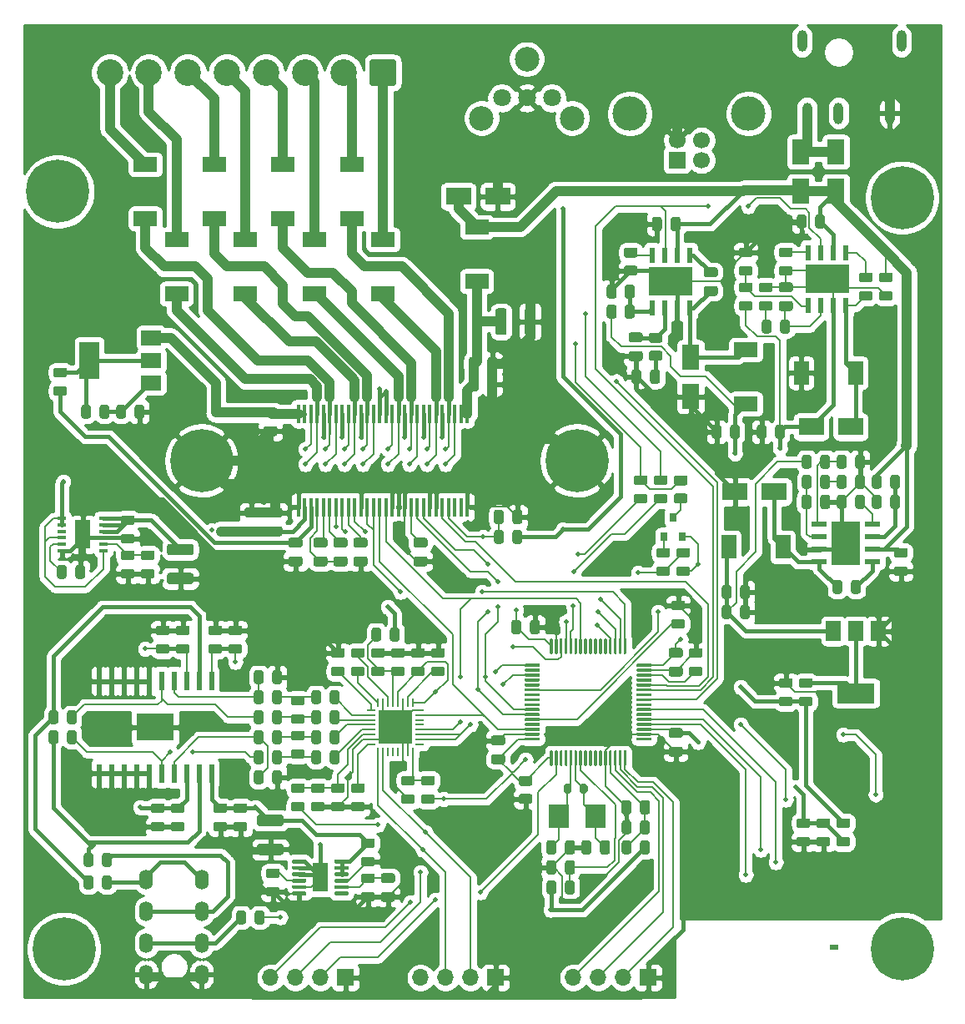
<source format=gbr>
G04 #@! TF.GenerationSoftware,KiCad,Pcbnew,5.1.9*
G04 #@! TF.CreationDate,2021-03-28T19:34:58+08:00*
G04 #@! TF.ProjectId,digital-amplifier2,64696769-7461-46c2-9d61-6d706c696669,rev?*
G04 #@! TF.SameCoordinates,Original*
G04 #@! TF.FileFunction,Copper,L1,Top*
G04 #@! TF.FilePolarity,Positive*
%FSLAX46Y46*%
G04 Gerber Fmt 4.6, Leading zero omitted, Abs format (unit mm)*
G04 Created by KiCad (PCBNEW 5.1.9) date 2021-03-28 19:34:58*
%MOMM*%
%LPD*%
G01*
G04 APERTURE LIST*
G04 #@! TA.AperFunction,ComponentPad*
%ADD10C,6.400000*%
G04 #@! TD*
G04 #@! TA.AperFunction,ComponentPad*
%ADD11C,0.600000*%
G04 #@! TD*
G04 #@! TA.AperFunction,SMDPad,CuDef*
%ADD12R,0.600000X1.550000*%
G04 #@! TD*
G04 #@! TA.AperFunction,SMDPad,CuDef*
%ADD13R,4.500000X2.950000*%
G04 #@! TD*
G04 #@! TA.AperFunction,SMDPad,CuDef*
%ADD14R,3.100000X2.600000*%
G04 #@! TD*
G04 #@! TA.AperFunction,SMDPad,CuDef*
%ADD15R,1.500000X2.400000*%
G04 #@! TD*
G04 #@! TA.AperFunction,SMDPad,CuDef*
%ADD16R,2.400000X1.500000*%
G04 #@! TD*
G04 #@! TA.AperFunction,ComponentPad*
%ADD17O,1.400000X2.000000*%
G04 #@! TD*
G04 #@! TA.AperFunction,SMDPad,CuDef*
%ADD18R,1.800000X2.500000*%
G04 #@! TD*
G04 #@! TA.AperFunction,SMDPad,CuDef*
%ADD19R,2.000000X1.500000*%
G04 #@! TD*
G04 #@! TA.AperFunction,SMDPad,CuDef*
%ADD20R,2.000000X3.800000*%
G04 #@! TD*
G04 #@! TA.AperFunction,SMDPad,CuDef*
%ADD21R,0.420000X1.889999*%
G04 #@! TD*
G04 #@! TA.AperFunction,SMDPad,CuDef*
%ADD22R,3.810000X2.789999*%
G04 #@! TD*
G04 #@! TA.AperFunction,SMDPad,CuDef*
%ADD23R,0.558000X1.969999*%
G04 #@! TD*
G04 #@! TA.AperFunction,SMDPad,CuDef*
%ADD24R,1.650000X2.850000*%
G04 #@! TD*
G04 #@! TA.AperFunction,SMDPad,CuDef*
%ADD25R,3.450001X3.450001*%
G04 #@! TD*
G04 #@! TA.AperFunction,SMDPad,CuDef*
%ADD26R,0.850000X0.280000*%
G04 #@! TD*
G04 #@! TA.AperFunction,SMDPad,CuDef*
%ADD27R,0.280000X0.850000*%
G04 #@! TD*
G04 #@! TA.AperFunction,ComponentPad*
%ADD28C,1.800000*%
G04 #@! TD*
G04 #@! TA.AperFunction,WasherPad*
%ADD29C,2.500000*%
G04 #@! TD*
G04 #@! TA.AperFunction,ComponentPad*
%ADD30C,2.700000*%
G04 #@! TD*
G04 #@! TA.AperFunction,ComponentPad*
%ADD31O,1.700000X1.700000*%
G04 #@! TD*
G04 #@! TA.AperFunction,ComponentPad*
%ADD32R,1.700000X1.700000*%
G04 #@! TD*
G04 #@! TA.AperFunction,ComponentPad*
%ADD33C,3.500000*%
G04 #@! TD*
G04 #@! TA.AperFunction,ComponentPad*
%ADD34C,1.700000*%
G04 #@! TD*
G04 #@! TA.AperFunction,SMDPad,CuDef*
%ADD35R,2.500000X1.800000*%
G04 #@! TD*
G04 #@! TA.AperFunction,ComponentPad*
%ADD36O,1.000000X2.200000*%
G04 #@! TD*
G04 #@! TA.AperFunction,ComponentPad*
%ADD37R,0.900000X0.500000*%
G04 #@! TD*
G04 #@! TA.AperFunction,SMDPad,CuDef*
%ADD38R,0.890000X0.420000*%
G04 #@! TD*
G04 #@! TA.AperFunction,SMDPad,CuDef*
%ADD39R,0.800000X0.900000*%
G04 #@! TD*
G04 #@! TA.AperFunction,SMDPad,CuDef*
%ADD40R,2.000000X2.400000*%
G04 #@! TD*
G04 #@! TA.AperFunction,SMDPad,CuDef*
%ADD41R,1.550000X0.600000*%
G04 #@! TD*
G04 #@! TA.AperFunction,SMDPad,CuDef*
%ADD42R,2.950000X4.500000*%
G04 #@! TD*
G04 #@! TA.AperFunction,SMDPad,CuDef*
%ADD43R,2.600000X3.100000*%
G04 #@! TD*
G04 #@! TA.AperFunction,SMDPad,CuDef*
%ADD44R,3.800000X2.000000*%
G04 #@! TD*
G04 #@! TA.AperFunction,SMDPad,CuDef*
%ADD45R,1.500000X2.000000*%
G04 #@! TD*
G04 #@! TA.AperFunction,ViaPad*
%ADD46C,0.500000*%
G04 #@! TD*
G04 #@! TA.AperFunction,Conductor*
%ADD47C,0.400000*%
G04 #@! TD*
G04 #@! TA.AperFunction,Conductor*
%ADD48C,1.000000*%
G04 #@! TD*
G04 #@! TA.AperFunction,Conductor*
%ADD49C,0.200000*%
G04 #@! TD*
G04 #@! TA.AperFunction,Conductor*
%ADD50C,0.254000*%
G04 #@! TD*
G04 #@! TA.AperFunction,Conductor*
%ADD51C,0.100000*%
G04 #@! TD*
G04 APERTURE END LIST*
G04 #@! TA.AperFunction,SMDPad,CuDef*
G36*
G01*
X108262000Y-133637000D02*
X108262000Y-134587000D01*
G75*
G02*
X108012000Y-134837000I-250000J0D01*
G01*
X107512000Y-134837000D01*
G75*
G02*
X107262000Y-134587000I0J250000D01*
G01*
X107262000Y-133637000D01*
G75*
G02*
X107512000Y-133387000I250000J0D01*
G01*
X108012000Y-133387000D01*
G75*
G02*
X108262000Y-133637000I0J-250000D01*
G01*
G37*
G04 #@! TD.AperFunction*
G04 #@! TA.AperFunction,SMDPad,CuDef*
G36*
G01*
X110162000Y-133637000D02*
X110162000Y-134587000D01*
G75*
G02*
X109912000Y-134837000I-250000J0D01*
G01*
X109412000Y-134837000D01*
G75*
G02*
X109162000Y-134587000I0J250000D01*
G01*
X109162000Y-133637000D01*
G75*
G02*
X109412000Y-133387000I250000J0D01*
G01*
X109912000Y-133387000D01*
G75*
G02*
X110162000Y-133637000I0J-250000D01*
G01*
G37*
G04 #@! TD.AperFunction*
G04 #@! TA.AperFunction,SMDPad,CuDef*
G36*
G01*
X105606000Y-134587000D02*
X105606000Y-133637000D01*
G75*
G02*
X105856000Y-133387000I250000J0D01*
G01*
X106356000Y-133387000D01*
G75*
G02*
X106606000Y-133637000I0J-250000D01*
G01*
X106606000Y-134587000D01*
G75*
G02*
X106356000Y-134837000I-250000J0D01*
G01*
X105856000Y-134837000D01*
G75*
G02*
X105606000Y-134587000I0J250000D01*
G01*
G37*
G04 #@! TD.AperFunction*
G04 #@! TA.AperFunction,SMDPad,CuDef*
G36*
G01*
X103706000Y-134587000D02*
X103706000Y-133637000D01*
G75*
G02*
X103956000Y-133387000I250000J0D01*
G01*
X104456000Y-133387000D01*
G75*
G02*
X104706000Y-133637000I0J-250000D01*
G01*
X104706000Y-134587000D01*
G75*
G02*
X104456000Y-134837000I-250000J0D01*
G01*
X103956000Y-134837000D01*
G75*
G02*
X103706000Y-134587000I0J250000D01*
G01*
G37*
G04 #@! TD.AperFunction*
G04 #@! TA.AperFunction,SMDPad,CuDef*
G36*
G01*
X99281000Y-123756000D02*
X98331000Y-123756000D01*
G75*
G02*
X98081000Y-123506000I0J250000D01*
G01*
X98081000Y-123006000D01*
G75*
G02*
X98331000Y-122756000I250000J0D01*
G01*
X99281000Y-122756000D01*
G75*
G02*
X99531000Y-123006000I0J-250000D01*
G01*
X99531000Y-123506000D01*
G75*
G02*
X99281000Y-123756000I-250000J0D01*
G01*
G37*
G04 #@! TD.AperFunction*
G04 #@! TA.AperFunction,SMDPad,CuDef*
G36*
G01*
X99281000Y-125656000D02*
X98331000Y-125656000D01*
G75*
G02*
X98081000Y-125406000I0J250000D01*
G01*
X98081000Y-124906000D01*
G75*
G02*
X98331000Y-124656000I250000J0D01*
G01*
X99281000Y-124656000D01*
G75*
G02*
X99531000Y-124906000I0J-250000D01*
G01*
X99531000Y-125406000D01*
G75*
G02*
X99281000Y-125656000I-250000J0D01*
G01*
G37*
G04 #@! TD.AperFunction*
G04 #@! TA.AperFunction,SMDPad,CuDef*
G36*
G01*
X116365000Y-115766000D02*
X117315000Y-115766000D01*
G75*
G02*
X117565000Y-116016000I0J-250000D01*
G01*
X117565000Y-116516000D01*
G75*
G02*
X117315000Y-116766000I-250000J0D01*
G01*
X116365000Y-116766000D01*
G75*
G02*
X116115000Y-116516000I0J250000D01*
G01*
X116115000Y-116016000D01*
G75*
G02*
X116365000Y-115766000I250000J0D01*
G01*
G37*
G04 #@! TD.AperFunction*
G04 #@! TA.AperFunction,SMDPad,CuDef*
G36*
G01*
X116365000Y-113866000D02*
X117315000Y-113866000D01*
G75*
G02*
X117565000Y-114116000I0J-250000D01*
G01*
X117565000Y-114616000D01*
G75*
G02*
X117315000Y-114866000I-250000J0D01*
G01*
X116365000Y-114866000D01*
G75*
G02*
X116115000Y-114616000I0J250000D01*
G01*
X116115000Y-114116000D01*
G75*
G02*
X116365000Y-113866000I250000J0D01*
G01*
G37*
G04 #@! TD.AperFunction*
G04 #@! TA.AperFunction,SMDPad,CuDef*
G36*
G01*
X102050000Y-112235000D02*
X102050000Y-111285000D01*
G75*
G02*
X102300000Y-111035000I250000J0D01*
G01*
X102800000Y-111035000D01*
G75*
G02*
X103050000Y-111285000I0J-250000D01*
G01*
X103050000Y-112235000D01*
G75*
G02*
X102800000Y-112485000I-250000J0D01*
G01*
X102300000Y-112485000D01*
G75*
G02*
X102050000Y-112235000I0J250000D01*
G01*
G37*
G04 #@! TD.AperFunction*
G04 #@! TA.AperFunction,SMDPad,CuDef*
G36*
G01*
X100150000Y-112235000D02*
X100150000Y-111285000D01*
G75*
G02*
X100400000Y-111035000I250000J0D01*
G01*
X100900000Y-111035000D01*
G75*
G02*
X101150000Y-111285000I0J-250000D01*
G01*
X101150000Y-112235000D01*
G75*
G02*
X100900000Y-112485000I-250000J0D01*
G01*
X100400000Y-112485000D01*
G75*
G02*
X100150000Y-112235000I0J250000D01*
G01*
G37*
G04 #@! TD.AperFunction*
G04 #@! TA.AperFunction,SMDPad,CuDef*
G36*
G01*
X116365000Y-123894000D02*
X117315000Y-123894000D01*
G75*
G02*
X117565000Y-124144000I0J-250000D01*
G01*
X117565000Y-124644000D01*
G75*
G02*
X117315000Y-124894000I-250000J0D01*
G01*
X116365000Y-124894000D01*
G75*
G02*
X116115000Y-124644000I0J250000D01*
G01*
X116115000Y-124144000D01*
G75*
G02*
X116365000Y-123894000I250000J0D01*
G01*
G37*
G04 #@! TD.AperFunction*
G04 #@! TA.AperFunction,SMDPad,CuDef*
G36*
G01*
X116365000Y-121994000D02*
X117315000Y-121994000D01*
G75*
G02*
X117565000Y-122244000I0J-250000D01*
G01*
X117565000Y-122744000D01*
G75*
G02*
X117315000Y-122994000I-250000J0D01*
G01*
X116365000Y-122994000D01*
G75*
G02*
X116115000Y-122744000I0J250000D01*
G01*
X116115000Y-122244000D01*
G75*
G02*
X116365000Y-121994000I250000J0D01*
G01*
G37*
G04 #@! TD.AperFunction*
D10*
X106807000Y-94869000D03*
X68707000Y-94869000D03*
D11*
X114532000Y-77308000D03*
X115632000Y-77308000D03*
X115632000Y-76108000D03*
X114532000Y-76108000D03*
X118132000Y-77308000D03*
X116932000Y-77308000D03*
X116932000Y-76108000D03*
X118132000Y-76108000D03*
D12*
X118237000Y-79408000D03*
X116967000Y-79408000D03*
X115697000Y-79408000D03*
X114427000Y-79408000D03*
X114427000Y-74008000D03*
X115697000Y-74008000D03*
X116967000Y-74008000D03*
X118237000Y-74008000D03*
D13*
X116332000Y-76708000D03*
D14*
X116332000Y-76708000D03*
G04 #@! TA.AperFunction,SMDPad,CuDef*
G36*
G01*
X110852000Y-77273999D02*
X110852000Y-78174001D01*
G75*
G02*
X110602001Y-78424000I-249999J0D01*
G01*
X110076999Y-78424000D01*
G75*
G02*
X109827000Y-78174001I0J249999D01*
G01*
X109827000Y-77273999D01*
G75*
G02*
X110076999Y-77024000I249999J0D01*
G01*
X110602001Y-77024000D01*
G75*
G02*
X110852000Y-77273999I0J-249999D01*
G01*
G37*
G04 #@! TD.AperFunction*
G04 #@! TA.AperFunction,SMDPad,CuDef*
G36*
G01*
X112677000Y-77273999D02*
X112677000Y-78174001D01*
G75*
G02*
X112427001Y-78424000I-249999J0D01*
G01*
X111901999Y-78424000D01*
G75*
G02*
X111652000Y-78174001I0J249999D01*
G01*
X111652000Y-77273999D01*
G75*
G02*
X111901999Y-77024000I249999J0D01*
G01*
X112427001Y-77024000D01*
G75*
G02*
X112677000Y-77273999I0J-249999D01*
G01*
G37*
G04 #@! TD.AperFunction*
G04 #@! TA.AperFunction,SMDPad,CuDef*
G36*
G01*
X111652000Y-80206001D02*
X111652000Y-79305999D01*
G75*
G02*
X111901999Y-79056000I249999J0D01*
G01*
X112427001Y-79056000D01*
G75*
G02*
X112677000Y-79305999I0J-249999D01*
G01*
X112677000Y-80206001D01*
G75*
G02*
X112427001Y-80456000I-249999J0D01*
G01*
X111901999Y-80456000D01*
G75*
G02*
X111652000Y-80206001I0J249999D01*
G01*
G37*
G04 #@! TD.AperFunction*
G04 #@! TA.AperFunction,SMDPad,CuDef*
G36*
G01*
X109827000Y-80206001D02*
X109827000Y-79305999D01*
G75*
G02*
X110076999Y-79056000I249999J0D01*
G01*
X110602001Y-79056000D01*
G75*
G02*
X110852000Y-79305999I0J-249999D01*
G01*
X110852000Y-80206001D01*
G75*
G02*
X110602001Y-80456000I-249999J0D01*
G01*
X110076999Y-80456000D01*
G75*
G02*
X109827000Y-80206001I0J249999D01*
G01*
G37*
G04 #@! TD.AperFunction*
G04 #@! TA.AperFunction,SMDPad,CuDef*
G36*
G01*
X114357999Y-83712000D02*
X115258001Y-83712000D01*
G75*
G02*
X115508000Y-83961999I0J-249999D01*
G01*
X115508000Y-84487001D01*
G75*
G02*
X115258001Y-84737000I-249999J0D01*
G01*
X114357999Y-84737000D01*
G75*
G02*
X114108000Y-84487001I0J249999D01*
G01*
X114108000Y-83961999D01*
G75*
G02*
X114357999Y-83712000I249999J0D01*
G01*
G37*
G04 #@! TD.AperFunction*
G04 #@! TA.AperFunction,SMDPad,CuDef*
G36*
G01*
X114357999Y-81887000D02*
X115258001Y-81887000D01*
G75*
G02*
X115508000Y-82136999I0J-249999D01*
G01*
X115508000Y-82662001D01*
G75*
G02*
X115258001Y-82912000I-249999J0D01*
G01*
X114357999Y-82912000D01*
G75*
G02*
X114108000Y-82662001I0J249999D01*
G01*
X114108000Y-82136999D01*
G75*
G02*
X114357999Y-81887000I249999J0D01*
G01*
G37*
G04 #@! TD.AperFunction*
G04 #@! TA.AperFunction,SMDPad,CuDef*
G36*
G01*
X111817999Y-75076000D02*
X112718001Y-75076000D01*
G75*
G02*
X112968000Y-75325999I0J-249999D01*
G01*
X112968000Y-75851001D01*
G75*
G02*
X112718001Y-76101000I-249999J0D01*
G01*
X111817999Y-76101000D01*
G75*
G02*
X111568000Y-75851001I0J249999D01*
G01*
X111568000Y-75325999D01*
G75*
G02*
X111817999Y-75076000I249999J0D01*
G01*
G37*
G04 #@! TD.AperFunction*
G04 #@! TA.AperFunction,SMDPad,CuDef*
G36*
G01*
X111817999Y-73251000D02*
X112718001Y-73251000D01*
G75*
G02*
X112968000Y-73500999I0J-249999D01*
G01*
X112968000Y-74026001D01*
G75*
G02*
X112718001Y-74276000I-249999J0D01*
G01*
X111817999Y-74276000D01*
G75*
G02*
X111568000Y-74026001I0J249999D01*
G01*
X111568000Y-73500999D01*
G75*
G02*
X111817999Y-73251000I249999J0D01*
G01*
G37*
G04 #@! TD.AperFunction*
D15*
X135084000Y-85979000D03*
X129584000Y-85979000D03*
D16*
X123952000Y-83610000D03*
X123952000Y-89110000D03*
D17*
X63107000Y-147014000D03*
X63107000Y-143814000D03*
X63107000Y-140614000D03*
X63107000Y-137414000D03*
X68707000Y-143814000D03*
X68707000Y-140614000D03*
X68707000Y-137414000D03*
X68707000Y-147014000D03*
D18*
X118364000Y-88360000D03*
X118364000Y-84360000D03*
G04 #@! TA.AperFunction,SMDPad,CuDef*
G36*
G01*
X113342000Y-85885000D02*
X113342000Y-86835000D01*
G75*
G02*
X113092000Y-87085000I-250000J0D01*
G01*
X112592000Y-87085000D01*
G75*
G02*
X112342000Y-86835000I0J250000D01*
G01*
X112342000Y-85885000D01*
G75*
G02*
X112592000Y-85635000I250000J0D01*
G01*
X113092000Y-85635000D01*
G75*
G02*
X113342000Y-85885000I0J-250000D01*
G01*
G37*
G04 #@! TD.AperFunction*
G04 #@! TA.AperFunction,SMDPad,CuDef*
G36*
G01*
X115242000Y-85885000D02*
X115242000Y-86835000D01*
G75*
G02*
X114992000Y-87085000I-250000J0D01*
G01*
X114492000Y-87085000D01*
G75*
G02*
X114242000Y-86835000I0J250000D01*
G01*
X114242000Y-85885000D01*
G75*
G02*
X114492000Y-85635000I250000J0D01*
G01*
X114992000Y-85635000D01*
G75*
G02*
X115242000Y-85885000I0J-250000D01*
G01*
G37*
G04 #@! TD.AperFunction*
G04 #@! TA.AperFunction,SMDPad,CuDef*
G36*
G01*
X119921000Y-77158000D02*
X120871000Y-77158000D01*
G75*
G02*
X121121000Y-77408000I0J-250000D01*
G01*
X121121000Y-77908000D01*
G75*
G02*
X120871000Y-78158000I-250000J0D01*
G01*
X119921000Y-78158000D01*
G75*
G02*
X119671000Y-77908000I0J250000D01*
G01*
X119671000Y-77408000D01*
G75*
G02*
X119921000Y-77158000I250000J0D01*
G01*
G37*
G04 #@! TD.AperFunction*
G04 #@! TA.AperFunction,SMDPad,CuDef*
G36*
G01*
X119921000Y-75258000D02*
X120871000Y-75258000D01*
G75*
G02*
X121121000Y-75508000I0J-250000D01*
G01*
X121121000Y-76008000D01*
G75*
G02*
X120871000Y-76258000I-250000J0D01*
G01*
X119921000Y-76258000D01*
G75*
G02*
X119671000Y-76008000I0J250000D01*
G01*
X119671000Y-75508000D01*
G75*
G02*
X119921000Y-75258000I250000J0D01*
G01*
G37*
G04 #@! TD.AperFunction*
G04 #@! TA.AperFunction,SMDPad,CuDef*
G36*
G01*
X112301000Y-83762000D02*
X113251000Y-83762000D01*
G75*
G02*
X113501000Y-84012000I0J-250000D01*
G01*
X113501000Y-84512000D01*
G75*
G02*
X113251000Y-84762000I-250000J0D01*
G01*
X112301000Y-84762000D01*
G75*
G02*
X112051000Y-84512000I0J250000D01*
G01*
X112051000Y-84012000D01*
G75*
G02*
X112301000Y-83762000I250000J0D01*
G01*
G37*
G04 #@! TD.AperFunction*
G04 #@! TA.AperFunction,SMDPad,CuDef*
G36*
G01*
X112301000Y-81862000D02*
X113251000Y-81862000D01*
G75*
G02*
X113501000Y-82112000I0J-250000D01*
G01*
X113501000Y-82612000D01*
G75*
G02*
X113251000Y-82862000I-250000J0D01*
G01*
X112301000Y-82862000D01*
G75*
G02*
X112051000Y-82612000I0J250000D01*
G01*
X112051000Y-82112000D01*
G75*
G02*
X112301000Y-81862000I250000J0D01*
G01*
G37*
G04 #@! TD.AperFunction*
G04 #@! TA.AperFunction,SMDPad,CuDef*
G36*
G01*
X115440000Y-70391000D02*
X115440000Y-71341000D01*
G75*
G02*
X115190000Y-71591000I-250000J0D01*
G01*
X114690000Y-71591000D01*
G75*
G02*
X114440000Y-71341000I0J250000D01*
G01*
X114440000Y-70391000D01*
G75*
G02*
X114690000Y-70141000I250000J0D01*
G01*
X115190000Y-70141000D01*
G75*
G02*
X115440000Y-70391000I0J-250000D01*
G01*
G37*
G04 #@! TD.AperFunction*
G04 #@! TA.AperFunction,SMDPad,CuDef*
G36*
G01*
X117340000Y-70391000D02*
X117340000Y-71341000D01*
G75*
G02*
X117090000Y-71591000I-250000J0D01*
G01*
X116590000Y-71591000D01*
G75*
G02*
X116340000Y-71341000I0J250000D01*
G01*
X116340000Y-70391000D01*
G75*
G02*
X116590000Y-70141000I250000J0D01*
G01*
X117090000Y-70141000D01*
G75*
G02*
X117340000Y-70391000I0J-250000D01*
G01*
G37*
G04 #@! TD.AperFunction*
D19*
X63602000Y-87009000D03*
X63602000Y-82409000D03*
X63602000Y-84709000D03*
D20*
X57302000Y-84709000D03*
D21*
X78549500Y-90128999D03*
X79184500Y-90128999D03*
X79819500Y-90128999D03*
X80454500Y-90128999D03*
X81089500Y-90128999D03*
X81724500Y-90128999D03*
X82359500Y-90128999D03*
X82994500Y-90128999D03*
X83629500Y-90128999D03*
X84264500Y-90128999D03*
X84899500Y-90128999D03*
X85534500Y-90128999D03*
X86169500Y-90128999D03*
X86804500Y-90128999D03*
X87439500Y-90128999D03*
X88074500Y-90128999D03*
X88709500Y-90128999D03*
X89344500Y-90128999D03*
X89979500Y-90128999D03*
X90614500Y-90128999D03*
X91249500Y-90128999D03*
X91884500Y-90128999D03*
X92519500Y-90128999D03*
X93154500Y-90128999D03*
X93789500Y-90128999D03*
X94424500Y-90128999D03*
X95059500Y-90128999D03*
X95694500Y-90128999D03*
X95694500Y-99609001D03*
X95059500Y-99609001D03*
X94424500Y-99609001D03*
X93789500Y-99609001D03*
X93154500Y-99609001D03*
X92519500Y-99609001D03*
X91884500Y-99609001D03*
X91249500Y-99609001D03*
X90614500Y-99609001D03*
X89979500Y-99609001D03*
X89344500Y-99609001D03*
X88709500Y-99609001D03*
X88074500Y-99609001D03*
X87439500Y-99609001D03*
X86804500Y-99609001D03*
X86169500Y-99609001D03*
X85534500Y-99609001D03*
X84899500Y-99609001D03*
X84264500Y-99609001D03*
X83629500Y-99609001D03*
X82994500Y-99609001D03*
X82359500Y-99609001D03*
X81724500Y-99609001D03*
X81089500Y-99609001D03*
X80454500Y-99609001D03*
X79819500Y-99609001D03*
X79184500Y-99609001D03*
X78549500Y-99609001D03*
D22*
X64008000Y-121920000D03*
D23*
X69723000Y-126606300D03*
X68453000Y-126606300D03*
X67183000Y-126606300D03*
X65913000Y-126606300D03*
X64643000Y-126606300D03*
X63373000Y-126606300D03*
X62103000Y-126606300D03*
X60833000Y-126606300D03*
X59563000Y-126606300D03*
X58293000Y-126606300D03*
X58293000Y-117233700D03*
X59563000Y-117233700D03*
X60833000Y-117233700D03*
X62103000Y-117233700D03*
X63373000Y-117233700D03*
X64643000Y-117233700D03*
X65913000Y-117233700D03*
X67183000Y-117233700D03*
X68453000Y-117233700D03*
X69723000Y-117233700D03*
D24*
X80772000Y-137160000D03*
G04 #@! TA.AperFunction,SMDPad,CuDef*
G36*
G01*
X82197000Y-135635000D02*
X82197000Y-135435000D01*
G75*
G02*
X82297000Y-135335000I100000J0D01*
G01*
X83547000Y-135335000D01*
G75*
G02*
X83647000Y-135435000I0J-100000D01*
G01*
X83647000Y-135635000D01*
G75*
G02*
X83547000Y-135735000I-100000J0D01*
G01*
X82297000Y-135735000D01*
G75*
G02*
X82197000Y-135635000I0J100000D01*
G01*
G37*
G04 #@! TD.AperFunction*
G04 #@! TA.AperFunction,SMDPad,CuDef*
G36*
G01*
X82197000Y-136285000D02*
X82197000Y-136085000D01*
G75*
G02*
X82297000Y-135985000I100000J0D01*
G01*
X83547000Y-135985000D01*
G75*
G02*
X83647000Y-136085000I0J-100000D01*
G01*
X83647000Y-136285000D01*
G75*
G02*
X83547000Y-136385000I-100000J0D01*
G01*
X82297000Y-136385000D01*
G75*
G02*
X82197000Y-136285000I0J100000D01*
G01*
G37*
G04 #@! TD.AperFunction*
G04 #@! TA.AperFunction,SMDPad,CuDef*
G36*
G01*
X82197000Y-136935000D02*
X82197000Y-136735000D01*
G75*
G02*
X82297000Y-136635000I100000J0D01*
G01*
X83547000Y-136635000D01*
G75*
G02*
X83647000Y-136735000I0J-100000D01*
G01*
X83647000Y-136935000D01*
G75*
G02*
X83547000Y-137035000I-100000J0D01*
G01*
X82297000Y-137035000D01*
G75*
G02*
X82197000Y-136935000I0J100000D01*
G01*
G37*
G04 #@! TD.AperFunction*
G04 #@! TA.AperFunction,SMDPad,CuDef*
G36*
G01*
X82197000Y-137585000D02*
X82197000Y-137385000D01*
G75*
G02*
X82297000Y-137285000I100000J0D01*
G01*
X83547000Y-137285000D01*
G75*
G02*
X83647000Y-137385000I0J-100000D01*
G01*
X83647000Y-137585000D01*
G75*
G02*
X83547000Y-137685000I-100000J0D01*
G01*
X82297000Y-137685000D01*
G75*
G02*
X82197000Y-137585000I0J100000D01*
G01*
G37*
G04 #@! TD.AperFunction*
G04 #@! TA.AperFunction,SMDPad,CuDef*
G36*
G01*
X82197000Y-138235000D02*
X82197000Y-138035000D01*
G75*
G02*
X82297000Y-137935000I100000J0D01*
G01*
X83547000Y-137935000D01*
G75*
G02*
X83647000Y-138035000I0J-100000D01*
G01*
X83647000Y-138235000D01*
G75*
G02*
X83547000Y-138335000I-100000J0D01*
G01*
X82297000Y-138335000D01*
G75*
G02*
X82197000Y-138235000I0J100000D01*
G01*
G37*
G04 #@! TD.AperFunction*
G04 #@! TA.AperFunction,SMDPad,CuDef*
G36*
G01*
X82197000Y-138885000D02*
X82197000Y-138685000D01*
G75*
G02*
X82297000Y-138585000I100000J0D01*
G01*
X83547000Y-138585000D01*
G75*
G02*
X83647000Y-138685000I0J-100000D01*
G01*
X83647000Y-138885000D01*
G75*
G02*
X83547000Y-138985000I-100000J0D01*
G01*
X82297000Y-138985000D01*
G75*
G02*
X82197000Y-138885000I0J100000D01*
G01*
G37*
G04 #@! TD.AperFunction*
G04 #@! TA.AperFunction,SMDPad,CuDef*
G36*
G01*
X77897000Y-138885000D02*
X77897000Y-138685000D01*
G75*
G02*
X77997000Y-138585000I100000J0D01*
G01*
X79247000Y-138585000D01*
G75*
G02*
X79347000Y-138685000I0J-100000D01*
G01*
X79347000Y-138885000D01*
G75*
G02*
X79247000Y-138985000I-100000J0D01*
G01*
X77997000Y-138985000D01*
G75*
G02*
X77897000Y-138885000I0J100000D01*
G01*
G37*
G04 #@! TD.AperFunction*
G04 #@! TA.AperFunction,SMDPad,CuDef*
G36*
G01*
X77897000Y-138235000D02*
X77897000Y-138035000D01*
G75*
G02*
X77997000Y-137935000I100000J0D01*
G01*
X79247000Y-137935000D01*
G75*
G02*
X79347000Y-138035000I0J-100000D01*
G01*
X79347000Y-138235000D01*
G75*
G02*
X79247000Y-138335000I-100000J0D01*
G01*
X77997000Y-138335000D01*
G75*
G02*
X77897000Y-138235000I0J100000D01*
G01*
G37*
G04 #@! TD.AperFunction*
G04 #@! TA.AperFunction,SMDPad,CuDef*
G36*
G01*
X77897000Y-137585000D02*
X77897000Y-137385000D01*
G75*
G02*
X77997000Y-137285000I100000J0D01*
G01*
X79247000Y-137285000D01*
G75*
G02*
X79347000Y-137385000I0J-100000D01*
G01*
X79347000Y-137585000D01*
G75*
G02*
X79247000Y-137685000I-100000J0D01*
G01*
X77997000Y-137685000D01*
G75*
G02*
X77897000Y-137585000I0J100000D01*
G01*
G37*
G04 #@! TD.AperFunction*
G04 #@! TA.AperFunction,SMDPad,CuDef*
G36*
G01*
X77897000Y-136935000D02*
X77897000Y-136735000D01*
G75*
G02*
X77997000Y-136635000I100000J0D01*
G01*
X79247000Y-136635000D01*
G75*
G02*
X79347000Y-136735000I0J-100000D01*
G01*
X79347000Y-136935000D01*
G75*
G02*
X79247000Y-137035000I-100000J0D01*
G01*
X77997000Y-137035000D01*
G75*
G02*
X77897000Y-136935000I0J100000D01*
G01*
G37*
G04 #@! TD.AperFunction*
G04 #@! TA.AperFunction,SMDPad,CuDef*
G36*
G01*
X77897000Y-136285000D02*
X77897000Y-136085000D01*
G75*
G02*
X77997000Y-135985000I100000J0D01*
G01*
X79247000Y-135985000D01*
G75*
G02*
X79347000Y-136085000I0J-100000D01*
G01*
X79347000Y-136285000D01*
G75*
G02*
X79247000Y-136385000I-100000J0D01*
G01*
X77997000Y-136385000D01*
G75*
G02*
X77897000Y-136285000I0J100000D01*
G01*
G37*
G04 #@! TD.AperFunction*
G04 #@! TA.AperFunction,SMDPad,CuDef*
G36*
G01*
X77897000Y-135635000D02*
X77897000Y-135435000D01*
G75*
G02*
X77997000Y-135335000I100000J0D01*
G01*
X79247000Y-135335000D01*
G75*
G02*
X79347000Y-135435000I0J-100000D01*
G01*
X79347000Y-135635000D01*
G75*
G02*
X79247000Y-135735000I-100000J0D01*
G01*
X77997000Y-135735000D01*
G75*
G02*
X77897000Y-135635000I0J100000D01*
G01*
G37*
G04 #@! TD.AperFunction*
D11*
X130407000Y-77054000D03*
X131507000Y-77054000D03*
X131507000Y-75854000D03*
X130407000Y-75854000D03*
X134007000Y-77054000D03*
X132807000Y-77054000D03*
X132807000Y-75854000D03*
X134007000Y-75854000D03*
D12*
X134112000Y-79154000D03*
X132842000Y-79154000D03*
X131572000Y-79154000D03*
X130302000Y-79154000D03*
X130302000Y-73754000D03*
X131572000Y-73754000D03*
X132842000Y-73754000D03*
X134112000Y-73754000D03*
D13*
X132207000Y-76454000D03*
D14*
X132207000Y-76454000D03*
D25*
X88392000Y-121920000D03*
D26*
X90866999Y-120169559D03*
X90866999Y-120669685D03*
X90866999Y-121169811D03*
X90866999Y-121669937D03*
X90866999Y-122170063D03*
X90866999Y-122670189D03*
X90866999Y-123170315D03*
X90866999Y-123670441D03*
D27*
X90141999Y-124394999D03*
X89642000Y-124394999D03*
X89142001Y-124394999D03*
X88642000Y-124394999D03*
X88142000Y-124394999D03*
X87641999Y-124394999D03*
X87142000Y-124394999D03*
X86642001Y-124394999D03*
D26*
X85917001Y-123670441D03*
X85917001Y-123170315D03*
X85917001Y-122670189D03*
X85917001Y-122170063D03*
X85917001Y-121669937D03*
X85917001Y-121169811D03*
X85917001Y-120669685D03*
X85917001Y-120169559D03*
D27*
X86642001Y-119445001D03*
X87142000Y-119445001D03*
X87641999Y-119445001D03*
X88142000Y-119445001D03*
X88642000Y-119445001D03*
X89142001Y-119445001D03*
X89642000Y-119445001D03*
X90141999Y-119445001D03*
D28*
X104267000Y-58087250D03*
X99187000Y-58087250D03*
X101727000Y-58087250D03*
D29*
X101727000Y-54137250D03*
X97127000Y-60137250D03*
X106327000Y-60137250D03*
G04 #@! TA.AperFunction,SMDPad,CuDef*
G36*
G01*
X102975000Y-123280000D02*
X101575000Y-123280000D01*
G75*
G02*
X101500000Y-123205000I0J75000D01*
G01*
X101500000Y-123055000D01*
G75*
G02*
X101575000Y-122980000I75000J0D01*
G01*
X102975000Y-122980000D01*
G75*
G02*
X103050000Y-123055000I0J-75000D01*
G01*
X103050000Y-123205000D01*
G75*
G02*
X102975000Y-123280000I-75000J0D01*
G01*
G37*
G04 #@! TD.AperFunction*
G04 #@! TA.AperFunction,SMDPad,CuDef*
G36*
G01*
X102975000Y-122780000D02*
X101575000Y-122780000D01*
G75*
G02*
X101500000Y-122705000I0J75000D01*
G01*
X101500000Y-122555000D01*
G75*
G02*
X101575000Y-122480000I75000J0D01*
G01*
X102975000Y-122480000D01*
G75*
G02*
X103050000Y-122555000I0J-75000D01*
G01*
X103050000Y-122705000D01*
G75*
G02*
X102975000Y-122780000I-75000J0D01*
G01*
G37*
G04 #@! TD.AperFunction*
G04 #@! TA.AperFunction,SMDPad,CuDef*
G36*
G01*
X102975000Y-122280000D02*
X101575000Y-122280000D01*
G75*
G02*
X101500000Y-122205000I0J75000D01*
G01*
X101500000Y-122055000D01*
G75*
G02*
X101575000Y-121980000I75000J0D01*
G01*
X102975000Y-121980000D01*
G75*
G02*
X103050000Y-122055000I0J-75000D01*
G01*
X103050000Y-122205000D01*
G75*
G02*
X102975000Y-122280000I-75000J0D01*
G01*
G37*
G04 #@! TD.AperFunction*
G04 #@! TA.AperFunction,SMDPad,CuDef*
G36*
G01*
X102975000Y-121780000D02*
X101575000Y-121780000D01*
G75*
G02*
X101500000Y-121705000I0J75000D01*
G01*
X101500000Y-121555000D01*
G75*
G02*
X101575000Y-121480000I75000J0D01*
G01*
X102975000Y-121480000D01*
G75*
G02*
X103050000Y-121555000I0J-75000D01*
G01*
X103050000Y-121705000D01*
G75*
G02*
X102975000Y-121780000I-75000J0D01*
G01*
G37*
G04 #@! TD.AperFunction*
G04 #@! TA.AperFunction,SMDPad,CuDef*
G36*
G01*
X102975000Y-121280000D02*
X101575000Y-121280000D01*
G75*
G02*
X101500000Y-121205000I0J75000D01*
G01*
X101500000Y-121055000D01*
G75*
G02*
X101575000Y-120980000I75000J0D01*
G01*
X102975000Y-120980000D01*
G75*
G02*
X103050000Y-121055000I0J-75000D01*
G01*
X103050000Y-121205000D01*
G75*
G02*
X102975000Y-121280000I-75000J0D01*
G01*
G37*
G04 #@! TD.AperFunction*
G04 #@! TA.AperFunction,SMDPad,CuDef*
G36*
G01*
X102975000Y-120780000D02*
X101575000Y-120780000D01*
G75*
G02*
X101500000Y-120705000I0J75000D01*
G01*
X101500000Y-120555000D01*
G75*
G02*
X101575000Y-120480000I75000J0D01*
G01*
X102975000Y-120480000D01*
G75*
G02*
X103050000Y-120555000I0J-75000D01*
G01*
X103050000Y-120705000D01*
G75*
G02*
X102975000Y-120780000I-75000J0D01*
G01*
G37*
G04 #@! TD.AperFunction*
G04 #@! TA.AperFunction,SMDPad,CuDef*
G36*
G01*
X102975000Y-120280000D02*
X101575000Y-120280000D01*
G75*
G02*
X101500000Y-120205000I0J75000D01*
G01*
X101500000Y-120055000D01*
G75*
G02*
X101575000Y-119980000I75000J0D01*
G01*
X102975000Y-119980000D01*
G75*
G02*
X103050000Y-120055000I0J-75000D01*
G01*
X103050000Y-120205000D01*
G75*
G02*
X102975000Y-120280000I-75000J0D01*
G01*
G37*
G04 #@! TD.AperFunction*
G04 #@! TA.AperFunction,SMDPad,CuDef*
G36*
G01*
X102975000Y-119780000D02*
X101575000Y-119780000D01*
G75*
G02*
X101500000Y-119705000I0J75000D01*
G01*
X101500000Y-119555000D01*
G75*
G02*
X101575000Y-119480000I75000J0D01*
G01*
X102975000Y-119480000D01*
G75*
G02*
X103050000Y-119555000I0J-75000D01*
G01*
X103050000Y-119705000D01*
G75*
G02*
X102975000Y-119780000I-75000J0D01*
G01*
G37*
G04 #@! TD.AperFunction*
G04 #@! TA.AperFunction,SMDPad,CuDef*
G36*
G01*
X102975000Y-119280000D02*
X101575000Y-119280000D01*
G75*
G02*
X101500000Y-119205000I0J75000D01*
G01*
X101500000Y-119055000D01*
G75*
G02*
X101575000Y-118980000I75000J0D01*
G01*
X102975000Y-118980000D01*
G75*
G02*
X103050000Y-119055000I0J-75000D01*
G01*
X103050000Y-119205000D01*
G75*
G02*
X102975000Y-119280000I-75000J0D01*
G01*
G37*
G04 #@! TD.AperFunction*
G04 #@! TA.AperFunction,SMDPad,CuDef*
G36*
G01*
X102975000Y-118780000D02*
X101575000Y-118780000D01*
G75*
G02*
X101500000Y-118705000I0J75000D01*
G01*
X101500000Y-118555000D01*
G75*
G02*
X101575000Y-118480000I75000J0D01*
G01*
X102975000Y-118480000D01*
G75*
G02*
X103050000Y-118555000I0J-75000D01*
G01*
X103050000Y-118705000D01*
G75*
G02*
X102975000Y-118780000I-75000J0D01*
G01*
G37*
G04 #@! TD.AperFunction*
G04 #@! TA.AperFunction,SMDPad,CuDef*
G36*
G01*
X102975000Y-118280000D02*
X101575000Y-118280000D01*
G75*
G02*
X101500000Y-118205000I0J75000D01*
G01*
X101500000Y-118055000D01*
G75*
G02*
X101575000Y-117980000I75000J0D01*
G01*
X102975000Y-117980000D01*
G75*
G02*
X103050000Y-118055000I0J-75000D01*
G01*
X103050000Y-118205000D01*
G75*
G02*
X102975000Y-118280000I-75000J0D01*
G01*
G37*
G04 #@! TD.AperFunction*
G04 #@! TA.AperFunction,SMDPad,CuDef*
G36*
G01*
X102975000Y-117780000D02*
X101575000Y-117780000D01*
G75*
G02*
X101500000Y-117705000I0J75000D01*
G01*
X101500000Y-117555000D01*
G75*
G02*
X101575000Y-117480000I75000J0D01*
G01*
X102975000Y-117480000D01*
G75*
G02*
X103050000Y-117555000I0J-75000D01*
G01*
X103050000Y-117705000D01*
G75*
G02*
X102975000Y-117780000I-75000J0D01*
G01*
G37*
G04 #@! TD.AperFunction*
G04 #@! TA.AperFunction,SMDPad,CuDef*
G36*
G01*
X102975000Y-117280000D02*
X101575000Y-117280000D01*
G75*
G02*
X101500000Y-117205000I0J75000D01*
G01*
X101500000Y-117055000D01*
G75*
G02*
X101575000Y-116980000I75000J0D01*
G01*
X102975000Y-116980000D01*
G75*
G02*
X103050000Y-117055000I0J-75000D01*
G01*
X103050000Y-117205000D01*
G75*
G02*
X102975000Y-117280000I-75000J0D01*
G01*
G37*
G04 #@! TD.AperFunction*
G04 #@! TA.AperFunction,SMDPad,CuDef*
G36*
G01*
X102975000Y-116780000D02*
X101575000Y-116780000D01*
G75*
G02*
X101500000Y-116705000I0J75000D01*
G01*
X101500000Y-116555000D01*
G75*
G02*
X101575000Y-116480000I75000J0D01*
G01*
X102975000Y-116480000D01*
G75*
G02*
X103050000Y-116555000I0J-75000D01*
G01*
X103050000Y-116705000D01*
G75*
G02*
X102975000Y-116780000I-75000J0D01*
G01*
G37*
G04 #@! TD.AperFunction*
G04 #@! TA.AperFunction,SMDPad,CuDef*
G36*
G01*
X102975000Y-116280000D02*
X101575000Y-116280000D01*
G75*
G02*
X101500000Y-116205000I0J75000D01*
G01*
X101500000Y-116055000D01*
G75*
G02*
X101575000Y-115980000I75000J0D01*
G01*
X102975000Y-115980000D01*
G75*
G02*
X103050000Y-116055000I0J-75000D01*
G01*
X103050000Y-116205000D01*
G75*
G02*
X102975000Y-116280000I-75000J0D01*
G01*
G37*
G04 #@! TD.AperFunction*
G04 #@! TA.AperFunction,SMDPad,CuDef*
G36*
G01*
X102975000Y-115780000D02*
X101575000Y-115780000D01*
G75*
G02*
X101500000Y-115705000I0J75000D01*
G01*
X101500000Y-115555000D01*
G75*
G02*
X101575000Y-115480000I75000J0D01*
G01*
X102975000Y-115480000D01*
G75*
G02*
X103050000Y-115555000I0J-75000D01*
G01*
X103050000Y-115705000D01*
G75*
G02*
X102975000Y-115780000I-75000J0D01*
G01*
G37*
G04 #@! TD.AperFunction*
G04 #@! TA.AperFunction,SMDPad,CuDef*
G36*
G01*
X104275000Y-114480000D02*
X104125000Y-114480000D01*
G75*
G02*
X104050000Y-114405000I0J75000D01*
G01*
X104050000Y-113005000D01*
G75*
G02*
X104125000Y-112930000I75000J0D01*
G01*
X104275000Y-112930000D01*
G75*
G02*
X104350000Y-113005000I0J-75000D01*
G01*
X104350000Y-114405000D01*
G75*
G02*
X104275000Y-114480000I-75000J0D01*
G01*
G37*
G04 #@! TD.AperFunction*
G04 #@! TA.AperFunction,SMDPad,CuDef*
G36*
G01*
X104775000Y-114480000D02*
X104625000Y-114480000D01*
G75*
G02*
X104550000Y-114405000I0J75000D01*
G01*
X104550000Y-113005000D01*
G75*
G02*
X104625000Y-112930000I75000J0D01*
G01*
X104775000Y-112930000D01*
G75*
G02*
X104850000Y-113005000I0J-75000D01*
G01*
X104850000Y-114405000D01*
G75*
G02*
X104775000Y-114480000I-75000J0D01*
G01*
G37*
G04 #@! TD.AperFunction*
G04 #@! TA.AperFunction,SMDPad,CuDef*
G36*
G01*
X105275000Y-114480000D02*
X105125000Y-114480000D01*
G75*
G02*
X105050000Y-114405000I0J75000D01*
G01*
X105050000Y-113005000D01*
G75*
G02*
X105125000Y-112930000I75000J0D01*
G01*
X105275000Y-112930000D01*
G75*
G02*
X105350000Y-113005000I0J-75000D01*
G01*
X105350000Y-114405000D01*
G75*
G02*
X105275000Y-114480000I-75000J0D01*
G01*
G37*
G04 #@! TD.AperFunction*
G04 #@! TA.AperFunction,SMDPad,CuDef*
G36*
G01*
X105775000Y-114480000D02*
X105625000Y-114480000D01*
G75*
G02*
X105550000Y-114405000I0J75000D01*
G01*
X105550000Y-113005000D01*
G75*
G02*
X105625000Y-112930000I75000J0D01*
G01*
X105775000Y-112930000D01*
G75*
G02*
X105850000Y-113005000I0J-75000D01*
G01*
X105850000Y-114405000D01*
G75*
G02*
X105775000Y-114480000I-75000J0D01*
G01*
G37*
G04 #@! TD.AperFunction*
G04 #@! TA.AperFunction,SMDPad,CuDef*
G36*
G01*
X106275000Y-114480000D02*
X106125000Y-114480000D01*
G75*
G02*
X106050000Y-114405000I0J75000D01*
G01*
X106050000Y-113005000D01*
G75*
G02*
X106125000Y-112930000I75000J0D01*
G01*
X106275000Y-112930000D01*
G75*
G02*
X106350000Y-113005000I0J-75000D01*
G01*
X106350000Y-114405000D01*
G75*
G02*
X106275000Y-114480000I-75000J0D01*
G01*
G37*
G04 #@! TD.AperFunction*
G04 #@! TA.AperFunction,SMDPad,CuDef*
G36*
G01*
X106775000Y-114480000D02*
X106625000Y-114480000D01*
G75*
G02*
X106550000Y-114405000I0J75000D01*
G01*
X106550000Y-113005000D01*
G75*
G02*
X106625000Y-112930000I75000J0D01*
G01*
X106775000Y-112930000D01*
G75*
G02*
X106850000Y-113005000I0J-75000D01*
G01*
X106850000Y-114405000D01*
G75*
G02*
X106775000Y-114480000I-75000J0D01*
G01*
G37*
G04 #@! TD.AperFunction*
G04 #@! TA.AperFunction,SMDPad,CuDef*
G36*
G01*
X107275000Y-114480000D02*
X107125000Y-114480000D01*
G75*
G02*
X107050000Y-114405000I0J75000D01*
G01*
X107050000Y-113005000D01*
G75*
G02*
X107125000Y-112930000I75000J0D01*
G01*
X107275000Y-112930000D01*
G75*
G02*
X107350000Y-113005000I0J-75000D01*
G01*
X107350000Y-114405000D01*
G75*
G02*
X107275000Y-114480000I-75000J0D01*
G01*
G37*
G04 #@! TD.AperFunction*
G04 #@! TA.AperFunction,SMDPad,CuDef*
G36*
G01*
X107775000Y-114480000D02*
X107625000Y-114480000D01*
G75*
G02*
X107550000Y-114405000I0J75000D01*
G01*
X107550000Y-113005000D01*
G75*
G02*
X107625000Y-112930000I75000J0D01*
G01*
X107775000Y-112930000D01*
G75*
G02*
X107850000Y-113005000I0J-75000D01*
G01*
X107850000Y-114405000D01*
G75*
G02*
X107775000Y-114480000I-75000J0D01*
G01*
G37*
G04 #@! TD.AperFunction*
G04 #@! TA.AperFunction,SMDPad,CuDef*
G36*
G01*
X108275000Y-114480000D02*
X108125000Y-114480000D01*
G75*
G02*
X108050000Y-114405000I0J75000D01*
G01*
X108050000Y-113005000D01*
G75*
G02*
X108125000Y-112930000I75000J0D01*
G01*
X108275000Y-112930000D01*
G75*
G02*
X108350000Y-113005000I0J-75000D01*
G01*
X108350000Y-114405000D01*
G75*
G02*
X108275000Y-114480000I-75000J0D01*
G01*
G37*
G04 #@! TD.AperFunction*
G04 #@! TA.AperFunction,SMDPad,CuDef*
G36*
G01*
X108775000Y-114480000D02*
X108625000Y-114480000D01*
G75*
G02*
X108550000Y-114405000I0J75000D01*
G01*
X108550000Y-113005000D01*
G75*
G02*
X108625000Y-112930000I75000J0D01*
G01*
X108775000Y-112930000D01*
G75*
G02*
X108850000Y-113005000I0J-75000D01*
G01*
X108850000Y-114405000D01*
G75*
G02*
X108775000Y-114480000I-75000J0D01*
G01*
G37*
G04 #@! TD.AperFunction*
G04 #@! TA.AperFunction,SMDPad,CuDef*
G36*
G01*
X109275000Y-114480000D02*
X109125000Y-114480000D01*
G75*
G02*
X109050000Y-114405000I0J75000D01*
G01*
X109050000Y-113005000D01*
G75*
G02*
X109125000Y-112930000I75000J0D01*
G01*
X109275000Y-112930000D01*
G75*
G02*
X109350000Y-113005000I0J-75000D01*
G01*
X109350000Y-114405000D01*
G75*
G02*
X109275000Y-114480000I-75000J0D01*
G01*
G37*
G04 #@! TD.AperFunction*
G04 #@! TA.AperFunction,SMDPad,CuDef*
G36*
G01*
X109775000Y-114480000D02*
X109625000Y-114480000D01*
G75*
G02*
X109550000Y-114405000I0J75000D01*
G01*
X109550000Y-113005000D01*
G75*
G02*
X109625000Y-112930000I75000J0D01*
G01*
X109775000Y-112930000D01*
G75*
G02*
X109850000Y-113005000I0J-75000D01*
G01*
X109850000Y-114405000D01*
G75*
G02*
X109775000Y-114480000I-75000J0D01*
G01*
G37*
G04 #@! TD.AperFunction*
G04 #@! TA.AperFunction,SMDPad,CuDef*
G36*
G01*
X110275000Y-114480000D02*
X110125000Y-114480000D01*
G75*
G02*
X110050000Y-114405000I0J75000D01*
G01*
X110050000Y-113005000D01*
G75*
G02*
X110125000Y-112930000I75000J0D01*
G01*
X110275000Y-112930000D01*
G75*
G02*
X110350000Y-113005000I0J-75000D01*
G01*
X110350000Y-114405000D01*
G75*
G02*
X110275000Y-114480000I-75000J0D01*
G01*
G37*
G04 #@! TD.AperFunction*
G04 #@! TA.AperFunction,SMDPad,CuDef*
G36*
G01*
X110775000Y-114480000D02*
X110625000Y-114480000D01*
G75*
G02*
X110550000Y-114405000I0J75000D01*
G01*
X110550000Y-113005000D01*
G75*
G02*
X110625000Y-112930000I75000J0D01*
G01*
X110775000Y-112930000D01*
G75*
G02*
X110850000Y-113005000I0J-75000D01*
G01*
X110850000Y-114405000D01*
G75*
G02*
X110775000Y-114480000I-75000J0D01*
G01*
G37*
G04 #@! TD.AperFunction*
G04 #@! TA.AperFunction,SMDPad,CuDef*
G36*
G01*
X111275000Y-114480000D02*
X111125000Y-114480000D01*
G75*
G02*
X111050000Y-114405000I0J75000D01*
G01*
X111050000Y-113005000D01*
G75*
G02*
X111125000Y-112930000I75000J0D01*
G01*
X111275000Y-112930000D01*
G75*
G02*
X111350000Y-113005000I0J-75000D01*
G01*
X111350000Y-114405000D01*
G75*
G02*
X111275000Y-114480000I-75000J0D01*
G01*
G37*
G04 #@! TD.AperFunction*
G04 #@! TA.AperFunction,SMDPad,CuDef*
G36*
G01*
X111775000Y-114480000D02*
X111625000Y-114480000D01*
G75*
G02*
X111550000Y-114405000I0J75000D01*
G01*
X111550000Y-113005000D01*
G75*
G02*
X111625000Y-112930000I75000J0D01*
G01*
X111775000Y-112930000D01*
G75*
G02*
X111850000Y-113005000I0J-75000D01*
G01*
X111850000Y-114405000D01*
G75*
G02*
X111775000Y-114480000I-75000J0D01*
G01*
G37*
G04 #@! TD.AperFunction*
G04 #@! TA.AperFunction,SMDPad,CuDef*
G36*
G01*
X114325000Y-115780000D02*
X112925000Y-115780000D01*
G75*
G02*
X112850000Y-115705000I0J75000D01*
G01*
X112850000Y-115555000D01*
G75*
G02*
X112925000Y-115480000I75000J0D01*
G01*
X114325000Y-115480000D01*
G75*
G02*
X114400000Y-115555000I0J-75000D01*
G01*
X114400000Y-115705000D01*
G75*
G02*
X114325000Y-115780000I-75000J0D01*
G01*
G37*
G04 #@! TD.AperFunction*
G04 #@! TA.AperFunction,SMDPad,CuDef*
G36*
G01*
X114325000Y-116280000D02*
X112925000Y-116280000D01*
G75*
G02*
X112850000Y-116205000I0J75000D01*
G01*
X112850000Y-116055000D01*
G75*
G02*
X112925000Y-115980000I75000J0D01*
G01*
X114325000Y-115980000D01*
G75*
G02*
X114400000Y-116055000I0J-75000D01*
G01*
X114400000Y-116205000D01*
G75*
G02*
X114325000Y-116280000I-75000J0D01*
G01*
G37*
G04 #@! TD.AperFunction*
G04 #@! TA.AperFunction,SMDPad,CuDef*
G36*
G01*
X114325000Y-116780000D02*
X112925000Y-116780000D01*
G75*
G02*
X112850000Y-116705000I0J75000D01*
G01*
X112850000Y-116555000D01*
G75*
G02*
X112925000Y-116480000I75000J0D01*
G01*
X114325000Y-116480000D01*
G75*
G02*
X114400000Y-116555000I0J-75000D01*
G01*
X114400000Y-116705000D01*
G75*
G02*
X114325000Y-116780000I-75000J0D01*
G01*
G37*
G04 #@! TD.AperFunction*
G04 #@! TA.AperFunction,SMDPad,CuDef*
G36*
G01*
X114325000Y-117280000D02*
X112925000Y-117280000D01*
G75*
G02*
X112850000Y-117205000I0J75000D01*
G01*
X112850000Y-117055000D01*
G75*
G02*
X112925000Y-116980000I75000J0D01*
G01*
X114325000Y-116980000D01*
G75*
G02*
X114400000Y-117055000I0J-75000D01*
G01*
X114400000Y-117205000D01*
G75*
G02*
X114325000Y-117280000I-75000J0D01*
G01*
G37*
G04 #@! TD.AperFunction*
G04 #@! TA.AperFunction,SMDPad,CuDef*
G36*
G01*
X114325000Y-117780000D02*
X112925000Y-117780000D01*
G75*
G02*
X112850000Y-117705000I0J75000D01*
G01*
X112850000Y-117555000D01*
G75*
G02*
X112925000Y-117480000I75000J0D01*
G01*
X114325000Y-117480000D01*
G75*
G02*
X114400000Y-117555000I0J-75000D01*
G01*
X114400000Y-117705000D01*
G75*
G02*
X114325000Y-117780000I-75000J0D01*
G01*
G37*
G04 #@! TD.AperFunction*
G04 #@! TA.AperFunction,SMDPad,CuDef*
G36*
G01*
X114325000Y-118280000D02*
X112925000Y-118280000D01*
G75*
G02*
X112850000Y-118205000I0J75000D01*
G01*
X112850000Y-118055000D01*
G75*
G02*
X112925000Y-117980000I75000J0D01*
G01*
X114325000Y-117980000D01*
G75*
G02*
X114400000Y-118055000I0J-75000D01*
G01*
X114400000Y-118205000D01*
G75*
G02*
X114325000Y-118280000I-75000J0D01*
G01*
G37*
G04 #@! TD.AperFunction*
G04 #@! TA.AperFunction,SMDPad,CuDef*
G36*
G01*
X114325000Y-118780000D02*
X112925000Y-118780000D01*
G75*
G02*
X112850000Y-118705000I0J75000D01*
G01*
X112850000Y-118555000D01*
G75*
G02*
X112925000Y-118480000I75000J0D01*
G01*
X114325000Y-118480000D01*
G75*
G02*
X114400000Y-118555000I0J-75000D01*
G01*
X114400000Y-118705000D01*
G75*
G02*
X114325000Y-118780000I-75000J0D01*
G01*
G37*
G04 #@! TD.AperFunction*
G04 #@! TA.AperFunction,SMDPad,CuDef*
G36*
G01*
X114325000Y-119280000D02*
X112925000Y-119280000D01*
G75*
G02*
X112850000Y-119205000I0J75000D01*
G01*
X112850000Y-119055000D01*
G75*
G02*
X112925000Y-118980000I75000J0D01*
G01*
X114325000Y-118980000D01*
G75*
G02*
X114400000Y-119055000I0J-75000D01*
G01*
X114400000Y-119205000D01*
G75*
G02*
X114325000Y-119280000I-75000J0D01*
G01*
G37*
G04 #@! TD.AperFunction*
G04 #@! TA.AperFunction,SMDPad,CuDef*
G36*
G01*
X114325000Y-119780000D02*
X112925000Y-119780000D01*
G75*
G02*
X112850000Y-119705000I0J75000D01*
G01*
X112850000Y-119555000D01*
G75*
G02*
X112925000Y-119480000I75000J0D01*
G01*
X114325000Y-119480000D01*
G75*
G02*
X114400000Y-119555000I0J-75000D01*
G01*
X114400000Y-119705000D01*
G75*
G02*
X114325000Y-119780000I-75000J0D01*
G01*
G37*
G04 #@! TD.AperFunction*
G04 #@! TA.AperFunction,SMDPad,CuDef*
G36*
G01*
X114325000Y-120280000D02*
X112925000Y-120280000D01*
G75*
G02*
X112850000Y-120205000I0J75000D01*
G01*
X112850000Y-120055000D01*
G75*
G02*
X112925000Y-119980000I75000J0D01*
G01*
X114325000Y-119980000D01*
G75*
G02*
X114400000Y-120055000I0J-75000D01*
G01*
X114400000Y-120205000D01*
G75*
G02*
X114325000Y-120280000I-75000J0D01*
G01*
G37*
G04 #@! TD.AperFunction*
G04 #@! TA.AperFunction,SMDPad,CuDef*
G36*
G01*
X114325000Y-120780000D02*
X112925000Y-120780000D01*
G75*
G02*
X112850000Y-120705000I0J75000D01*
G01*
X112850000Y-120555000D01*
G75*
G02*
X112925000Y-120480000I75000J0D01*
G01*
X114325000Y-120480000D01*
G75*
G02*
X114400000Y-120555000I0J-75000D01*
G01*
X114400000Y-120705000D01*
G75*
G02*
X114325000Y-120780000I-75000J0D01*
G01*
G37*
G04 #@! TD.AperFunction*
G04 #@! TA.AperFunction,SMDPad,CuDef*
G36*
G01*
X114325000Y-121280000D02*
X112925000Y-121280000D01*
G75*
G02*
X112850000Y-121205000I0J75000D01*
G01*
X112850000Y-121055000D01*
G75*
G02*
X112925000Y-120980000I75000J0D01*
G01*
X114325000Y-120980000D01*
G75*
G02*
X114400000Y-121055000I0J-75000D01*
G01*
X114400000Y-121205000D01*
G75*
G02*
X114325000Y-121280000I-75000J0D01*
G01*
G37*
G04 #@! TD.AperFunction*
G04 #@! TA.AperFunction,SMDPad,CuDef*
G36*
G01*
X114325000Y-121780000D02*
X112925000Y-121780000D01*
G75*
G02*
X112850000Y-121705000I0J75000D01*
G01*
X112850000Y-121555000D01*
G75*
G02*
X112925000Y-121480000I75000J0D01*
G01*
X114325000Y-121480000D01*
G75*
G02*
X114400000Y-121555000I0J-75000D01*
G01*
X114400000Y-121705000D01*
G75*
G02*
X114325000Y-121780000I-75000J0D01*
G01*
G37*
G04 #@! TD.AperFunction*
G04 #@! TA.AperFunction,SMDPad,CuDef*
G36*
G01*
X114325000Y-122280000D02*
X112925000Y-122280000D01*
G75*
G02*
X112850000Y-122205000I0J75000D01*
G01*
X112850000Y-122055000D01*
G75*
G02*
X112925000Y-121980000I75000J0D01*
G01*
X114325000Y-121980000D01*
G75*
G02*
X114400000Y-122055000I0J-75000D01*
G01*
X114400000Y-122205000D01*
G75*
G02*
X114325000Y-122280000I-75000J0D01*
G01*
G37*
G04 #@! TD.AperFunction*
G04 #@! TA.AperFunction,SMDPad,CuDef*
G36*
G01*
X114325000Y-122780000D02*
X112925000Y-122780000D01*
G75*
G02*
X112850000Y-122705000I0J75000D01*
G01*
X112850000Y-122555000D01*
G75*
G02*
X112925000Y-122480000I75000J0D01*
G01*
X114325000Y-122480000D01*
G75*
G02*
X114400000Y-122555000I0J-75000D01*
G01*
X114400000Y-122705000D01*
G75*
G02*
X114325000Y-122780000I-75000J0D01*
G01*
G37*
G04 #@! TD.AperFunction*
G04 #@! TA.AperFunction,SMDPad,CuDef*
G36*
G01*
X114325000Y-123280000D02*
X112925000Y-123280000D01*
G75*
G02*
X112850000Y-123205000I0J75000D01*
G01*
X112850000Y-123055000D01*
G75*
G02*
X112925000Y-122980000I75000J0D01*
G01*
X114325000Y-122980000D01*
G75*
G02*
X114400000Y-123055000I0J-75000D01*
G01*
X114400000Y-123205000D01*
G75*
G02*
X114325000Y-123280000I-75000J0D01*
G01*
G37*
G04 #@! TD.AperFunction*
G04 #@! TA.AperFunction,SMDPad,CuDef*
G36*
G01*
X111775000Y-125830000D02*
X111625000Y-125830000D01*
G75*
G02*
X111550000Y-125755000I0J75000D01*
G01*
X111550000Y-124355000D01*
G75*
G02*
X111625000Y-124280000I75000J0D01*
G01*
X111775000Y-124280000D01*
G75*
G02*
X111850000Y-124355000I0J-75000D01*
G01*
X111850000Y-125755000D01*
G75*
G02*
X111775000Y-125830000I-75000J0D01*
G01*
G37*
G04 #@! TD.AperFunction*
G04 #@! TA.AperFunction,SMDPad,CuDef*
G36*
G01*
X111275000Y-125830000D02*
X111125000Y-125830000D01*
G75*
G02*
X111050000Y-125755000I0J75000D01*
G01*
X111050000Y-124355000D01*
G75*
G02*
X111125000Y-124280000I75000J0D01*
G01*
X111275000Y-124280000D01*
G75*
G02*
X111350000Y-124355000I0J-75000D01*
G01*
X111350000Y-125755000D01*
G75*
G02*
X111275000Y-125830000I-75000J0D01*
G01*
G37*
G04 #@! TD.AperFunction*
G04 #@! TA.AperFunction,SMDPad,CuDef*
G36*
G01*
X110775000Y-125830000D02*
X110625000Y-125830000D01*
G75*
G02*
X110550000Y-125755000I0J75000D01*
G01*
X110550000Y-124355000D01*
G75*
G02*
X110625000Y-124280000I75000J0D01*
G01*
X110775000Y-124280000D01*
G75*
G02*
X110850000Y-124355000I0J-75000D01*
G01*
X110850000Y-125755000D01*
G75*
G02*
X110775000Y-125830000I-75000J0D01*
G01*
G37*
G04 #@! TD.AperFunction*
G04 #@! TA.AperFunction,SMDPad,CuDef*
G36*
G01*
X110275000Y-125830000D02*
X110125000Y-125830000D01*
G75*
G02*
X110050000Y-125755000I0J75000D01*
G01*
X110050000Y-124355000D01*
G75*
G02*
X110125000Y-124280000I75000J0D01*
G01*
X110275000Y-124280000D01*
G75*
G02*
X110350000Y-124355000I0J-75000D01*
G01*
X110350000Y-125755000D01*
G75*
G02*
X110275000Y-125830000I-75000J0D01*
G01*
G37*
G04 #@! TD.AperFunction*
G04 #@! TA.AperFunction,SMDPad,CuDef*
G36*
G01*
X109775000Y-125830000D02*
X109625000Y-125830000D01*
G75*
G02*
X109550000Y-125755000I0J75000D01*
G01*
X109550000Y-124355000D01*
G75*
G02*
X109625000Y-124280000I75000J0D01*
G01*
X109775000Y-124280000D01*
G75*
G02*
X109850000Y-124355000I0J-75000D01*
G01*
X109850000Y-125755000D01*
G75*
G02*
X109775000Y-125830000I-75000J0D01*
G01*
G37*
G04 #@! TD.AperFunction*
G04 #@! TA.AperFunction,SMDPad,CuDef*
G36*
G01*
X109275000Y-125830000D02*
X109125000Y-125830000D01*
G75*
G02*
X109050000Y-125755000I0J75000D01*
G01*
X109050000Y-124355000D01*
G75*
G02*
X109125000Y-124280000I75000J0D01*
G01*
X109275000Y-124280000D01*
G75*
G02*
X109350000Y-124355000I0J-75000D01*
G01*
X109350000Y-125755000D01*
G75*
G02*
X109275000Y-125830000I-75000J0D01*
G01*
G37*
G04 #@! TD.AperFunction*
G04 #@! TA.AperFunction,SMDPad,CuDef*
G36*
G01*
X108775000Y-125830000D02*
X108625000Y-125830000D01*
G75*
G02*
X108550000Y-125755000I0J75000D01*
G01*
X108550000Y-124355000D01*
G75*
G02*
X108625000Y-124280000I75000J0D01*
G01*
X108775000Y-124280000D01*
G75*
G02*
X108850000Y-124355000I0J-75000D01*
G01*
X108850000Y-125755000D01*
G75*
G02*
X108775000Y-125830000I-75000J0D01*
G01*
G37*
G04 #@! TD.AperFunction*
G04 #@! TA.AperFunction,SMDPad,CuDef*
G36*
G01*
X108275000Y-125830000D02*
X108125000Y-125830000D01*
G75*
G02*
X108050000Y-125755000I0J75000D01*
G01*
X108050000Y-124355000D01*
G75*
G02*
X108125000Y-124280000I75000J0D01*
G01*
X108275000Y-124280000D01*
G75*
G02*
X108350000Y-124355000I0J-75000D01*
G01*
X108350000Y-125755000D01*
G75*
G02*
X108275000Y-125830000I-75000J0D01*
G01*
G37*
G04 #@! TD.AperFunction*
G04 #@! TA.AperFunction,SMDPad,CuDef*
G36*
G01*
X107775000Y-125830000D02*
X107625000Y-125830000D01*
G75*
G02*
X107550000Y-125755000I0J75000D01*
G01*
X107550000Y-124355000D01*
G75*
G02*
X107625000Y-124280000I75000J0D01*
G01*
X107775000Y-124280000D01*
G75*
G02*
X107850000Y-124355000I0J-75000D01*
G01*
X107850000Y-125755000D01*
G75*
G02*
X107775000Y-125830000I-75000J0D01*
G01*
G37*
G04 #@! TD.AperFunction*
G04 #@! TA.AperFunction,SMDPad,CuDef*
G36*
G01*
X107275000Y-125830000D02*
X107125000Y-125830000D01*
G75*
G02*
X107050000Y-125755000I0J75000D01*
G01*
X107050000Y-124355000D01*
G75*
G02*
X107125000Y-124280000I75000J0D01*
G01*
X107275000Y-124280000D01*
G75*
G02*
X107350000Y-124355000I0J-75000D01*
G01*
X107350000Y-125755000D01*
G75*
G02*
X107275000Y-125830000I-75000J0D01*
G01*
G37*
G04 #@! TD.AperFunction*
G04 #@! TA.AperFunction,SMDPad,CuDef*
G36*
G01*
X106775000Y-125830000D02*
X106625000Y-125830000D01*
G75*
G02*
X106550000Y-125755000I0J75000D01*
G01*
X106550000Y-124355000D01*
G75*
G02*
X106625000Y-124280000I75000J0D01*
G01*
X106775000Y-124280000D01*
G75*
G02*
X106850000Y-124355000I0J-75000D01*
G01*
X106850000Y-125755000D01*
G75*
G02*
X106775000Y-125830000I-75000J0D01*
G01*
G37*
G04 #@! TD.AperFunction*
G04 #@! TA.AperFunction,SMDPad,CuDef*
G36*
G01*
X106275000Y-125830000D02*
X106125000Y-125830000D01*
G75*
G02*
X106050000Y-125755000I0J75000D01*
G01*
X106050000Y-124355000D01*
G75*
G02*
X106125000Y-124280000I75000J0D01*
G01*
X106275000Y-124280000D01*
G75*
G02*
X106350000Y-124355000I0J-75000D01*
G01*
X106350000Y-125755000D01*
G75*
G02*
X106275000Y-125830000I-75000J0D01*
G01*
G37*
G04 #@! TD.AperFunction*
G04 #@! TA.AperFunction,SMDPad,CuDef*
G36*
G01*
X105775000Y-125830000D02*
X105625000Y-125830000D01*
G75*
G02*
X105550000Y-125755000I0J75000D01*
G01*
X105550000Y-124355000D01*
G75*
G02*
X105625000Y-124280000I75000J0D01*
G01*
X105775000Y-124280000D01*
G75*
G02*
X105850000Y-124355000I0J-75000D01*
G01*
X105850000Y-125755000D01*
G75*
G02*
X105775000Y-125830000I-75000J0D01*
G01*
G37*
G04 #@! TD.AperFunction*
G04 #@! TA.AperFunction,SMDPad,CuDef*
G36*
G01*
X105275000Y-125830000D02*
X105125000Y-125830000D01*
G75*
G02*
X105050000Y-125755000I0J75000D01*
G01*
X105050000Y-124355000D01*
G75*
G02*
X105125000Y-124280000I75000J0D01*
G01*
X105275000Y-124280000D01*
G75*
G02*
X105350000Y-124355000I0J-75000D01*
G01*
X105350000Y-125755000D01*
G75*
G02*
X105275000Y-125830000I-75000J0D01*
G01*
G37*
G04 #@! TD.AperFunction*
G04 #@! TA.AperFunction,SMDPad,CuDef*
G36*
G01*
X104775000Y-125830000D02*
X104625000Y-125830000D01*
G75*
G02*
X104550000Y-125755000I0J75000D01*
G01*
X104550000Y-124355000D01*
G75*
G02*
X104625000Y-124280000I75000J0D01*
G01*
X104775000Y-124280000D01*
G75*
G02*
X104850000Y-124355000I0J-75000D01*
G01*
X104850000Y-125755000D01*
G75*
G02*
X104775000Y-125830000I-75000J0D01*
G01*
G37*
G04 #@! TD.AperFunction*
G04 #@! TA.AperFunction,SMDPad,CuDef*
G36*
G01*
X104275000Y-125830000D02*
X104125000Y-125830000D01*
G75*
G02*
X104050000Y-125755000I0J75000D01*
G01*
X104050000Y-124355000D01*
G75*
G02*
X104125000Y-124280000I75000J0D01*
G01*
X104275000Y-124280000D01*
G75*
G02*
X104350000Y-124355000I0J-75000D01*
G01*
X104350000Y-125755000D01*
G75*
G02*
X104275000Y-125830000I-75000J0D01*
G01*
G37*
G04 #@! TD.AperFunction*
G04 #@! TA.AperFunction,SMDPad,CuDef*
G36*
G01*
X117798001Y-97390000D02*
X116897999Y-97390000D01*
G75*
G02*
X116648000Y-97140001I0J249999D01*
G01*
X116648000Y-96614999D01*
G75*
G02*
X116897999Y-96365000I249999J0D01*
G01*
X117798001Y-96365000D01*
G75*
G02*
X118048000Y-96614999I0J-249999D01*
G01*
X118048000Y-97140001D01*
G75*
G02*
X117798001Y-97390000I-249999J0D01*
G01*
G37*
G04 #@! TD.AperFunction*
G04 #@! TA.AperFunction,SMDPad,CuDef*
G36*
G01*
X117798001Y-99215000D02*
X116897999Y-99215000D01*
G75*
G02*
X116648000Y-98965001I0J249999D01*
G01*
X116648000Y-98439999D01*
G75*
G02*
X116897999Y-98190000I249999J0D01*
G01*
X117798001Y-98190000D01*
G75*
G02*
X118048000Y-98439999I0J-249999D01*
G01*
X118048000Y-98965001D01*
G75*
G02*
X117798001Y-99215000I-249999J0D01*
G01*
G37*
G04 #@! TD.AperFunction*
G04 #@! TA.AperFunction,SMDPad,CuDef*
G36*
G01*
X106255000Y-127868000D02*
X106255000Y-128418000D01*
G75*
G02*
X106055000Y-128618000I-200000J0D01*
G01*
X105655000Y-128618000D01*
G75*
G02*
X105455000Y-128418000I0J200000D01*
G01*
X105455000Y-127868000D01*
G75*
G02*
X105655000Y-127668000I200000J0D01*
G01*
X106055000Y-127668000D01*
G75*
G02*
X106255000Y-127868000I0J-200000D01*
G01*
G37*
G04 #@! TD.AperFunction*
G04 #@! TA.AperFunction,SMDPad,CuDef*
G36*
G01*
X107905000Y-127868000D02*
X107905000Y-128418000D01*
G75*
G02*
X107705000Y-128618000I-200000J0D01*
G01*
X107305000Y-128618000D01*
G75*
G02*
X107105000Y-128418000I0J200000D01*
G01*
X107105000Y-127868000D01*
G75*
G02*
X107305000Y-127668000I200000J0D01*
G01*
X107705000Y-127668000D01*
G75*
G02*
X107905000Y-127868000I0J-200000D01*
G01*
G37*
G04 #@! TD.AperFunction*
D16*
X96647000Y-71164000D03*
X96647000Y-76664000D03*
X62992000Y-64814000D03*
X62992000Y-70314000D03*
X69977000Y-64814000D03*
X69977000Y-70314000D03*
X76962000Y-64814000D03*
X76962000Y-70314000D03*
X83947000Y-64814000D03*
X83947000Y-70314000D03*
X66167000Y-72434000D03*
X66167000Y-77934000D03*
X73152000Y-72434000D03*
X73152000Y-77934000D03*
X80137000Y-72434000D03*
X80137000Y-77934000D03*
X87122000Y-72434000D03*
X87122000Y-77934000D03*
D15*
X122218000Y-103632000D03*
X127718000Y-103632000D03*
D30*
X59402000Y-55499000D03*
X63362000Y-55499000D03*
X67322000Y-55499000D03*
X71282000Y-55499000D03*
X75242000Y-55499000D03*
X79202000Y-55499000D03*
X83162000Y-55499000D03*
G04 #@! TA.AperFunction,ComponentPad*
G36*
G01*
X88472000Y-54399001D02*
X88472000Y-56598999D01*
G75*
G02*
X88221999Y-56849000I-250001J0D01*
G01*
X86022001Y-56849000D01*
G75*
G02*
X85772000Y-56598999I0J250001D01*
G01*
X85772000Y-54399001D01*
G75*
G02*
X86022001Y-54149000I250001J0D01*
G01*
X88221999Y-54149000D01*
G75*
G02*
X88472000Y-54399001I0J-250001D01*
G01*
G37*
G04 #@! TD.AperFunction*
D31*
X75692000Y-147320000D03*
X78232000Y-147320000D03*
X80772000Y-147320000D03*
D32*
X83312000Y-147320000D03*
D31*
X106426000Y-147320000D03*
X108966000Y-147320000D03*
X111506000Y-147320000D03*
D32*
X114046000Y-147320000D03*
D33*
X124237000Y-59679000D03*
X112197000Y-59679000D03*
D34*
X116967000Y-62389000D03*
X119467000Y-62389000D03*
X119467000Y-64389000D03*
D32*
X116967000Y-64389000D03*
D31*
X90932000Y-147320000D03*
X93472000Y-147320000D03*
X96012000Y-147320000D03*
D32*
X98552000Y-147320000D03*
D35*
X98774000Y-68072000D03*
X94774000Y-68072000D03*
G04 #@! TA.AperFunction,SMDPad,CuDef*
G36*
G01*
X77757000Y-104590000D02*
X78707000Y-104590000D01*
G75*
G02*
X78957000Y-104840000I0J-250000D01*
G01*
X78957000Y-105340000D01*
G75*
G02*
X78707000Y-105590000I-250000J0D01*
G01*
X77757000Y-105590000D01*
G75*
G02*
X77507000Y-105340000I0J250000D01*
G01*
X77507000Y-104840000D01*
G75*
G02*
X77757000Y-104590000I250000J0D01*
G01*
G37*
G04 #@! TD.AperFunction*
G04 #@! TA.AperFunction,SMDPad,CuDef*
G36*
G01*
X77757000Y-102690000D02*
X78707000Y-102690000D01*
G75*
G02*
X78957000Y-102940000I0J-250000D01*
G01*
X78957000Y-103440000D01*
G75*
G02*
X78707000Y-103690000I-250000J0D01*
G01*
X77757000Y-103690000D01*
G75*
G02*
X77507000Y-103440000I0J250000D01*
G01*
X77507000Y-102940000D01*
G75*
G02*
X77757000Y-102690000I250000J0D01*
G01*
G37*
G04 #@! TD.AperFunction*
G04 #@! TA.AperFunction,SMDPad,CuDef*
G36*
G01*
X101484000Y-81872001D02*
X101484000Y-79671999D01*
G75*
G02*
X101733999Y-79422000I249999J0D01*
G01*
X102384001Y-79422000D01*
G75*
G02*
X102634000Y-79671999I0J-249999D01*
G01*
X102634000Y-81872001D01*
G75*
G02*
X102384001Y-82122000I-249999J0D01*
G01*
X101733999Y-82122000D01*
G75*
G02*
X101484000Y-81872001I0J249999D01*
G01*
G37*
G04 #@! TD.AperFunction*
G04 #@! TA.AperFunction,SMDPad,CuDef*
G36*
G01*
X98534000Y-81872001D02*
X98534000Y-79671999D01*
G75*
G02*
X98783999Y-79422000I249999J0D01*
G01*
X99434001Y-79422000D01*
G75*
G02*
X99684000Y-79671999I0J-249999D01*
G01*
X99684000Y-81872001D01*
G75*
G02*
X99434001Y-82122000I-249999J0D01*
G01*
X98783999Y-82122000D01*
G75*
G02*
X98534000Y-81872001I0J249999D01*
G01*
G37*
G04 #@! TD.AperFunction*
G04 #@! TA.AperFunction,SMDPad,CuDef*
G36*
G01*
X84361000Y-104590000D02*
X85311000Y-104590000D01*
G75*
G02*
X85561000Y-104840000I0J-250000D01*
G01*
X85561000Y-105340000D01*
G75*
G02*
X85311000Y-105590000I-250000J0D01*
G01*
X84361000Y-105590000D01*
G75*
G02*
X84111000Y-105340000I0J250000D01*
G01*
X84111000Y-104840000D01*
G75*
G02*
X84361000Y-104590000I250000J0D01*
G01*
G37*
G04 #@! TD.AperFunction*
G04 #@! TA.AperFunction,SMDPad,CuDef*
G36*
G01*
X84361000Y-102690000D02*
X85311000Y-102690000D01*
G75*
G02*
X85561000Y-102940000I0J-250000D01*
G01*
X85561000Y-103440000D01*
G75*
G02*
X85311000Y-103690000I-250000J0D01*
G01*
X84361000Y-103690000D01*
G75*
G02*
X84111000Y-103440000I0J250000D01*
G01*
X84111000Y-102940000D01*
G75*
G02*
X84361000Y-102690000I250000J0D01*
G01*
G37*
G04 #@! TD.AperFunction*
G04 #@! TA.AperFunction,SMDPad,CuDef*
G36*
G01*
X97732000Y-87597000D02*
X97732000Y-86647000D01*
G75*
G02*
X97982000Y-86397000I250000J0D01*
G01*
X98482000Y-86397000D01*
G75*
G02*
X98732000Y-86647000I0J-250000D01*
G01*
X98732000Y-87597000D01*
G75*
G02*
X98482000Y-87847000I-250000J0D01*
G01*
X97982000Y-87847000D01*
G75*
G02*
X97732000Y-87597000I0J250000D01*
G01*
G37*
G04 #@! TD.AperFunction*
G04 #@! TA.AperFunction,SMDPad,CuDef*
G36*
G01*
X95832000Y-87597000D02*
X95832000Y-86647000D01*
G75*
G02*
X96082000Y-86397000I250000J0D01*
G01*
X96582000Y-86397000D01*
G75*
G02*
X96832000Y-86647000I0J-250000D01*
G01*
X96832000Y-87597000D01*
G75*
G02*
X96582000Y-87847000I-250000J0D01*
G01*
X96082000Y-87847000D01*
G75*
G02*
X95832000Y-87597000I0J250000D01*
G01*
G37*
G04 #@! TD.AperFunction*
G04 #@! TA.AperFunction,SMDPad,CuDef*
G36*
G01*
X97732000Y-85565000D02*
X97732000Y-84615000D01*
G75*
G02*
X97982000Y-84365000I250000J0D01*
G01*
X98482000Y-84365000D01*
G75*
G02*
X98732000Y-84615000I0J-250000D01*
G01*
X98732000Y-85565000D01*
G75*
G02*
X98482000Y-85815000I-250000J0D01*
G01*
X97982000Y-85815000D01*
G75*
G02*
X97732000Y-85565000I0J250000D01*
G01*
G37*
G04 #@! TD.AperFunction*
G04 #@! TA.AperFunction,SMDPad,CuDef*
G36*
G01*
X95832000Y-85565000D02*
X95832000Y-84615000D01*
G75*
G02*
X96082000Y-84365000I250000J0D01*
G01*
X96582000Y-84365000D01*
G75*
G02*
X96832000Y-84615000I0J-250000D01*
G01*
X96832000Y-85565000D01*
G75*
G02*
X96582000Y-85815000I-250000J0D01*
G01*
X96082000Y-85815000D01*
G75*
G02*
X95832000Y-85565000I0J250000D01*
G01*
G37*
G04 #@! TD.AperFunction*
G04 #@! TA.AperFunction,SMDPad,CuDef*
G36*
G01*
X90457000Y-104590000D02*
X91407000Y-104590000D01*
G75*
G02*
X91657000Y-104840000I0J-250000D01*
G01*
X91657000Y-105340000D01*
G75*
G02*
X91407000Y-105590000I-250000J0D01*
G01*
X90457000Y-105590000D01*
G75*
G02*
X90207000Y-105340000I0J250000D01*
G01*
X90207000Y-104840000D01*
G75*
G02*
X90457000Y-104590000I250000J0D01*
G01*
G37*
G04 #@! TD.AperFunction*
G04 #@! TA.AperFunction,SMDPad,CuDef*
G36*
G01*
X90457000Y-102690000D02*
X91407000Y-102690000D01*
G75*
G02*
X91657000Y-102940000I0J-250000D01*
G01*
X91657000Y-103440000D01*
G75*
G02*
X91407000Y-103690000I-250000J0D01*
G01*
X90457000Y-103690000D01*
G75*
G02*
X90207000Y-103440000I0J250000D01*
G01*
X90207000Y-102940000D01*
G75*
G02*
X90457000Y-102690000I250000J0D01*
G01*
G37*
G04 #@! TD.AperFunction*
G04 #@! TA.AperFunction,SMDPad,CuDef*
G36*
G01*
X75217000Y-91382000D02*
X76167000Y-91382000D01*
G75*
G02*
X76417000Y-91632000I0J-250000D01*
G01*
X76417000Y-92132000D01*
G75*
G02*
X76167000Y-92382000I-250000J0D01*
G01*
X75217000Y-92382000D01*
G75*
G02*
X74967000Y-92132000I0J250000D01*
G01*
X74967000Y-91632000D01*
G75*
G02*
X75217000Y-91382000I250000J0D01*
G01*
G37*
G04 #@! TD.AperFunction*
G04 #@! TA.AperFunction,SMDPad,CuDef*
G36*
G01*
X75217000Y-89482000D02*
X76167000Y-89482000D01*
G75*
G02*
X76417000Y-89732000I0J-250000D01*
G01*
X76417000Y-90232000D01*
G75*
G02*
X76167000Y-90482000I-250000J0D01*
G01*
X75217000Y-90482000D01*
G75*
G02*
X74967000Y-90232000I0J250000D01*
G01*
X74967000Y-89732000D01*
G75*
G02*
X75217000Y-89482000I250000J0D01*
G01*
G37*
G04 #@! TD.AperFunction*
G04 #@! TA.AperFunction,SMDPad,CuDef*
G36*
G01*
X76675000Y-100642000D02*
X75725000Y-100642000D01*
G75*
G02*
X75475000Y-100392000I0J250000D01*
G01*
X75475000Y-99892000D01*
G75*
G02*
X75725000Y-99642000I250000J0D01*
G01*
X76675000Y-99642000D01*
G75*
G02*
X76925000Y-99892000I0J-250000D01*
G01*
X76925000Y-100392000D01*
G75*
G02*
X76675000Y-100642000I-250000J0D01*
G01*
G37*
G04 #@! TD.AperFunction*
G04 #@! TA.AperFunction,SMDPad,CuDef*
G36*
G01*
X76675000Y-102542000D02*
X75725000Y-102542000D01*
G75*
G02*
X75475000Y-102292000I0J250000D01*
G01*
X75475000Y-101792000D01*
G75*
G02*
X75725000Y-101542000I250000J0D01*
G01*
X76675000Y-101542000D01*
G75*
G02*
X76925000Y-101792000I0J-250000D01*
G01*
X76925000Y-102292000D01*
G75*
G02*
X76675000Y-102542000I-250000J0D01*
G01*
G37*
G04 #@! TD.AperFunction*
G04 #@! TA.AperFunction,SMDPad,CuDef*
G36*
G01*
X100272000Y-101059000D02*
X100272000Y-100109000D01*
G75*
G02*
X100522000Y-99859000I250000J0D01*
G01*
X101022000Y-99859000D01*
G75*
G02*
X101272000Y-100109000I0J-250000D01*
G01*
X101272000Y-101059000D01*
G75*
G02*
X101022000Y-101309000I-250000J0D01*
G01*
X100522000Y-101309000D01*
G75*
G02*
X100272000Y-101059000I0J250000D01*
G01*
G37*
G04 #@! TD.AperFunction*
G04 #@! TA.AperFunction,SMDPad,CuDef*
G36*
G01*
X98372000Y-101059000D02*
X98372000Y-100109000D01*
G75*
G02*
X98622000Y-99859000I250000J0D01*
G01*
X99122000Y-99859000D01*
G75*
G02*
X99372000Y-100109000I0J-250000D01*
G01*
X99372000Y-101059000D01*
G75*
G02*
X99122000Y-101309000I-250000J0D01*
G01*
X98622000Y-101309000D01*
G75*
G02*
X98372000Y-101059000I0J250000D01*
G01*
G37*
G04 #@! TD.AperFunction*
G04 #@! TA.AperFunction,SMDPad,CuDef*
G36*
G01*
X74262000Y-100642000D02*
X73312000Y-100642000D01*
G75*
G02*
X73062000Y-100392000I0J250000D01*
G01*
X73062000Y-99892000D01*
G75*
G02*
X73312000Y-99642000I250000J0D01*
G01*
X74262000Y-99642000D01*
G75*
G02*
X74512000Y-99892000I0J-250000D01*
G01*
X74512000Y-100392000D01*
G75*
G02*
X74262000Y-100642000I-250000J0D01*
G01*
G37*
G04 #@! TD.AperFunction*
G04 #@! TA.AperFunction,SMDPad,CuDef*
G36*
G01*
X74262000Y-102542000D02*
X73312000Y-102542000D01*
G75*
G02*
X73062000Y-102292000I0J250000D01*
G01*
X73062000Y-101792000D01*
G75*
G02*
X73312000Y-101542000I250000J0D01*
G01*
X74262000Y-101542000D01*
G75*
G02*
X74512000Y-101792000I0J-250000D01*
G01*
X74512000Y-102292000D01*
G75*
G02*
X74262000Y-102542000I-250000J0D01*
G01*
G37*
G04 #@! TD.AperFunction*
G04 #@! TA.AperFunction,SMDPad,CuDef*
G36*
G01*
X80297000Y-104590000D02*
X81247000Y-104590000D01*
G75*
G02*
X81497000Y-104840000I0J-250000D01*
G01*
X81497000Y-105340000D01*
G75*
G02*
X81247000Y-105590000I-250000J0D01*
G01*
X80297000Y-105590000D01*
G75*
G02*
X80047000Y-105340000I0J250000D01*
G01*
X80047000Y-104840000D01*
G75*
G02*
X80297000Y-104590000I250000J0D01*
G01*
G37*
G04 #@! TD.AperFunction*
G04 #@! TA.AperFunction,SMDPad,CuDef*
G36*
G01*
X80297000Y-102690000D02*
X81247000Y-102690000D01*
G75*
G02*
X81497000Y-102940000I0J-250000D01*
G01*
X81497000Y-103440000D01*
G75*
G02*
X81247000Y-103690000I-250000J0D01*
G01*
X80297000Y-103690000D01*
G75*
G02*
X80047000Y-103440000I0J250000D01*
G01*
X80047000Y-102940000D01*
G75*
G02*
X80297000Y-102690000I250000J0D01*
G01*
G37*
G04 #@! TD.AperFunction*
G04 #@! TA.AperFunction,SMDPad,CuDef*
G36*
G01*
X82329000Y-104590000D02*
X83279000Y-104590000D01*
G75*
G02*
X83529000Y-104840000I0J-250000D01*
G01*
X83529000Y-105340000D01*
G75*
G02*
X83279000Y-105590000I-250000J0D01*
G01*
X82329000Y-105590000D01*
G75*
G02*
X82079000Y-105340000I0J250000D01*
G01*
X82079000Y-104840000D01*
G75*
G02*
X82329000Y-104590000I250000J0D01*
G01*
G37*
G04 #@! TD.AperFunction*
G04 #@! TA.AperFunction,SMDPad,CuDef*
G36*
G01*
X82329000Y-102690000D02*
X83279000Y-102690000D01*
G75*
G02*
X83529000Y-102940000I0J-250000D01*
G01*
X83529000Y-103440000D01*
G75*
G02*
X83279000Y-103690000I-250000J0D01*
G01*
X82329000Y-103690000D01*
G75*
G02*
X82079000Y-103440000I0J250000D01*
G01*
X82079000Y-102940000D01*
G75*
G02*
X82329000Y-102690000I250000J0D01*
G01*
G37*
G04 #@! TD.AperFunction*
G04 #@! TA.AperFunction,SMDPad,CuDef*
G36*
G01*
X74591999Y-133742000D02*
X76792001Y-133742000D01*
G75*
G02*
X77042000Y-133991999I0J-249999D01*
G01*
X77042000Y-134642001D01*
G75*
G02*
X76792001Y-134892000I-249999J0D01*
G01*
X74591999Y-134892000D01*
G75*
G02*
X74342000Y-134642001I0J249999D01*
G01*
X74342000Y-133991999D01*
G75*
G02*
X74591999Y-133742000I249999J0D01*
G01*
G37*
G04 #@! TD.AperFunction*
G04 #@! TA.AperFunction,SMDPad,CuDef*
G36*
G01*
X74591999Y-130792000D02*
X76792001Y-130792000D01*
G75*
G02*
X77042000Y-131041999I0J-249999D01*
G01*
X77042000Y-131692001D01*
G75*
G02*
X76792001Y-131942000I-249999J0D01*
G01*
X74591999Y-131942000D01*
G75*
G02*
X74342000Y-131692001I0J249999D01*
G01*
X74342000Y-131041999D01*
G75*
G02*
X74591999Y-130792000I249999J0D01*
G01*
G37*
G04 #@! TD.AperFunction*
G04 #@! TA.AperFunction,SMDPad,CuDef*
G36*
G01*
X65447999Y-106261000D02*
X67648001Y-106261000D01*
G75*
G02*
X67898000Y-106510999I0J-249999D01*
G01*
X67898000Y-107161001D01*
G75*
G02*
X67648001Y-107411000I-249999J0D01*
G01*
X65447999Y-107411000D01*
G75*
G02*
X65198000Y-107161001I0J249999D01*
G01*
X65198000Y-106510999D01*
G75*
G02*
X65447999Y-106261000I249999J0D01*
G01*
G37*
G04 #@! TD.AperFunction*
G04 #@! TA.AperFunction,SMDPad,CuDef*
G36*
G01*
X65447999Y-103311000D02*
X67648001Y-103311000D01*
G75*
G02*
X67898000Y-103560999I0J-249999D01*
G01*
X67898000Y-104211001D01*
G75*
G02*
X67648001Y-104461000I-249999J0D01*
G01*
X65447999Y-104461000D01*
G75*
G02*
X65198000Y-104211001I0J249999D01*
G01*
X65198000Y-103560999D01*
G75*
G02*
X65447999Y-103311000I249999J0D01*
G01*
G37*
G04 #@! TD.AperFunction*
G04 #@! TA.AperFunction,SMDPad,CuDef*
G36*
G01*
X88105000Y-137726000D02*
X87155000Y-137726000D01*
G75*
G02*
X86905000Y-137476000I0J250000D01*
G01*
X86905000Y-136976000D01*
G75*
G02*
X87155000Y-136726000I250000J0D01*
G01*
X88105000Y-136726000D01*
G75*
G02*
X88355000Y-136976000I0J-250000D01*
G01*
X88355000Y-137476000D01*
G75*
G02*
X88105000Y-137726000I-250000J0D01*
G01*
G37*
G04 #@! TD.AperFunction*
G04 #@! TA.AperFunction,SMDPad,CuDef*
G36*
G01*
X88105000Y-139626000D02*
X87155000Y-139626000D01*
G75*
G02*
X86905000Y-139376000I0J250000D01*
G01*
X86905000Y-138876000D01*
G75*
G02*
X87155000Y-138626000I250000J0D01*
G01*
X88105000Y-138626000D01*
G75*
G02*
X88355000Y-138876000I0J-250000D01*
G01*
X88355000Y-139376000D01*
G75*
G02*
X88105000Y-139626000I-250000J0D01*
G01*
G37*
G04 #@! TD.AperFunction*
G04 #@! TA.AperFunction,SMDPad,CuDef*
G36*
G01*
X128491000Y-77782000D02*
X127541000Y-77782000D01*
G75*
G02*
X127291000Y-77532000I0J250000D01*
G01*
X127291000Y-77032000D01*
G75*
G02*
X127541000Y-76782000I250000J0D01*
G01*
X128491000Y-76782000D01*
G75*
G02*
X128741000Y-77032000I0J-250000D01*
G01*
X128741000Y-77532000D01*
G75*
G02*
X128491000Y-77782000I-250000J0D01*
G01*
G37*
G04 #@! TD.AperFunction*
G04 #@! TA.AperFunction,SMDPad,CuDef*
G36*
G01*
X128491000Y-79682000D02*
X127541000Y-79682000D01*
G75*
G02*
X127291000Y-79432000I0J250000D01*
G01*
X127291000Y-78932000D01*
G75*
G02*
X127541000Y-78682000I250000J0D01*
G01*
X128491000Y-78682000D01*
G75*
G02*
X128741000Y-78932000I0J-250000D01*
G01*
X128741000Y-79432000D01*
G75*
G02*
X128491000Y-79682000I-250000J0D01*
G01*
G37*
G04 #@! TD.AperFunction*
G04 #@! TA.AperFunction,SMDPad,CuDef*
G36*
G01*
X131514000Y-99535000D02*
X131514000Y-98585000D01*
G75*
G02*
X131764000Y-98335000I250000J0D01*
G01*
X132264000Y-98335000D01*
G75*
G02*
X132514000Y-98585000I0J-250000D01*
G01*
X132514000Y-99535000D01*
G75*
G02*
X132264000Y-99785000I-250000J0D01*
G01*
X131764000Y-99785000D01*
G75*
G02*
X131514000Y-99535000I0J250000D01*
G01*
G37*
G04 #@! TD.AperFunction*
G04 #@! TA.AperFunction,SMDPad,CuDef*
G36*
G01*
X129614000Y-99535000D02*
X129614000Y-98585000D01*
G75*
G02*
X129864000Y-98335000I250000J0D01*
G01*
X130364000Y-98335000D01*
G75*
G02*
X130614000Y-98585000I0J-250000D01*
G01*
X130614000Y-99535000D01*
G75*
G02*
X130364000Y-99785000I-250000J0D01*
G01*
X129864000Y-99785000D01*
G75*
G02*
X129614000Y-99535000I0J250000D01*
G01*
G37*
G04 #@! TD.AperFunction*
G04 #@! TA.AperFunction,SMDPad,CuDef*
G36*
G01*
X104706000Y-135669000D02*
X104706000Y-136619000D01*
G75*
G02*
X104456000Y-136869000I-250000J0D01*
G01*
X103956000Y-136869000D01*
G75*
G02*
X103706000Y-136619000I0J250000D01*
G01*
X103706000Y-135669000D01*
G75*
G02*
X103956000Y-135419000I250000J0D01*
G01*
X104456000Y-135419000D01*
G75*
G02*
X104706000Y-135669000I0J-250000D01*
G01*
G37*
G04 #@! TD.AperFunction*
G04 #@! TA.AperFunction,SMDPad,CuDef*
G36*
G01*
X106606000Y-135669000D02*
X106606000Y-136619000D01*
G75*
G02*
X106356000Y-136869000I-250000J0D01*
G01*
X105856000Y-136869000D01*
G75*
G02*
X105606000Y-136619000I0J250000D01*
G01*
X105606000Y-135669000D01*
G75*
G02*
X105856000Y-135419000I250000J0D01*
G01*
X106356000Y-135419000D01*
G75*
G02*
X106606000Y-135669000I0J-250000D01*
G01*
G37*
G04 #@! TD.AperFunction*
G04 #@! TA.AperFunction,SMDPad,CuDef*
G36*
G01*
X101149999Y-128670000D02*
X102050001Y-128670000D01*
G75*
G02*
X102300000Y-128919999I0J-249999D01*
G01*
X102300000Y-129445001D01*
G75*
G02*
X102050001Y-129695000I-249999J0D01*
G01*
X101149999Y-129695000D01*
G75*
G02*
X100900000Y-129445001I0J249999D01*
G01*
X100900000Y-128919999D01*
G75*
G02*
X101149999Y-128670000I249999J0D01*
G01*
G37*
G04 #@! TD.AperFunction*
G04 #@! TA.AperFunction,SMDPad,CuDef*
G36*
G01*
X101149999Y-126845000D02*
X102050001Y-126845000D01*
G75*
G02*
X102300000Y-127094999I0J-249999D01*
G01*
X102300000Y-127620001D01*
G75*
G02*
X102050001Y-127870000I-249999J0D01*
G01*
X101149999Y-127870000D01*
G75*
G02*
X100900000Y-127620001I0J249999D01*
G01*
X100900000Y-127094999D01*
G75*
G02*
X101149999Y-126845000I249999J0D01*
G01*
G37*
G04 #@! TD.AperFunction*
G04 #@! TA.AperFunction,SMDPad,CuDef*
G36*
G01*
X112326000Y-129573000D02*
X112326000Y-130523000D01*
G75*
G02*
X112076000Y-130773000I-250000J0D01*
G01*
X111576000Y-130773000D01*
G75*
G02*
X111326000Y-130523000I0J250000D01*
G01*
X111326000Y-129573000D01*
G75*
G02*
X111576000Y-129323000I250000J0D01*
G01*
X112076000Y-129323000D01*
G75*
G02*
X112326000Y-129573000I0J-250000D01*
G01*
G37*
G04 #@! TD.AperFunction*
G04 #@! TA.AperFunction,SMDPad,CuDef*
G36*
G01*
X114226000Y-129573000D02*
X114226000Y-130523000D01*
G75*
G02*
X113976000Y-130773000I-250000J0D01*
G01*
X113476000Y-130773000D01*
G75*
G02*
X113226000Y-130523000I0J250000D01*
G01*
X113226000Y-129573000D01*
G75*
G02*
X113476000Y-129323000I250000J0D01*
G01*
X113976000Y-129323000D01*
G75*
G02*
X114226000Y-129573000I0J-250000D01*
G01*
G37*
G04 #@! TD.AperFunction*
D36*
X139767000Y-52324000D03*
X138567000Y-59624000D03*
X133367000Y-59624000D03*
X130167000Y-59624000D03*
X129667000Y-52324000D03*
D37*
X132910000Y-144272000D03*
G04 #@! TA.AperFunction,SMDPad,CuDef*
G36*
G01*
X123386000Y-108660250D02*
X123386000Y-107747750D01*
G75*
G02*
X123629750Y-107504000I243750J0D01*
G01*
X124117250Y-107504000D01*
G75*
G02*
X124361000Y-107747750I0J-243750D01*
G01*
X124361000Y-108660250D01*
G75*
G02*
X124117250Y-108904000I-243750J0D01*
G01*
X123629750Y-108904000D01*
G75*
G02*
X123386000Y-108660250I0J243750D01*
G01*
G37*
G04 #@! TD.AperFunction*
G04 #@! TA.AperFunction,SMDPad,CuDef*
G36*
G01*
X121511000Y-108660250D02*
X121511000Y-107747750D01*
G75*
G02*
X121754750Y-107504000I243750J0D01*
G01*
X122242250Y-107504000D01*
G75*
G02*
X122486000Y-107747750I0J-243750D01*
G01*
X122486000Y-108660250D01*
G75*
G02*
X122242250Y-108904000I-243750J0D01*
G01*
X121754750Y-108904000D01*
G75*
G02*
X121511000Y-108660250I0J243750D01*
G01*
G37*
G04 #@! TD.AperFunction*
G04 #@! TA.AperFunction,SMDPad,CuDef*
G36*
G01*
X89102250Y-116741000D02*
X88189750Y-116741000D01*
G75*
G02*
X87946000Y-116497250I0J243750D01*
G01*
X87946000Y-116009750D01*
G75*
G02*
X88189750Y-115766000I243750J0D01*
G01*
X89102250Y-115766000D01*
G75*
G02*
X89346000Y-116009750I0J-243750D01*
G01*
X89346000Y-116497250D01*
G75*
G02*
X89102250Y-116741000I-243750J0D01*
G01*
G37*
G04 #@! TD.AperFunction*
G04 #@! TA.AperFunction,SMDPad,CuDef*
G36*
G01*
X89102250Y-114866000D02*
X88189750Y-114866000D01*
G75*
G02*
X87946000Y-114622250I0J243750D01*
G01*
X87946000Y-114134750D01*
G75*
G02*
X88189750Y-113891000I243750J0D01*
G01*
X89102250Y-113891000D01*
G75*
G02*
X89346000Y-114134750I0J-243750D01*
G01*
X89346000Y-114622250D01*
G75*
G02*
X89102250Y-114866000I-243750J0D01*
G01*
G37*
G04 #@! TD.AperFunction*
G04 #@! TA.AperFunction,SMDPad,CuDef*
G36*
G01*
X80061750Y-129482000D02*
X80974250Y-129482000D01*
G75*
G02*
X81218000Y-129725750I0J-243750D01*
G01*
X81218000Y-130213250D01*
G75*
G02*
X80974250Y-130457000I-243750J0D01*
G01*
X80061750Y-130457000D01*
G75*
G02*
X79818000Y-130213250I0J243750D01*
G01*
X79818000Y-129725750D01*
G75*
G02*
X80061750Y-129482000I243750J0D01*
G01*
G37*
G04 #@! TD.AperFunction*
G04 #@! TA.AperFunction,SMDPad,CuDef*
G36*
G01*
X80061750Y-127607000D02*
X80974250Y-127607000D01*
G75*
G02*
X81218000Y-127850750I0J-243750D01*
G01*
X81218000Y-128338250D01*
G75*
G02*
X80974250Y-128582000I-243750J0D01*
G01*
X80061750Y-128582000D01*
G75*
G02*
X79818000Y-128338250I0J243750D01*
G01*
X79818000Y-127850750D01*
G75*
G02*
X80061750Y-127607000I243750J0D01*
G01*
G37*
G04 #@! TD.AperFunction*
G04 #@! TA.AperFunction,SMDPad,CuDef*
G36*
G01*
X82093750Y-127607000D02*
X83006250Y-127607000D01*
G75*
G02*
X83250000Y-127850750I0J-243750D01*
G01*
X83250000Y-128338250D01*
G75*
G02*
X83006250Y-128582000I-243750J0D01*
G01*
X82093750Y-128582000D01*
G75*
G02*
X81850000Y-128338250I0J243750D01*
G01*
X81850000Y-127850750D01*
G75*
G02*
X82093750Y-127607000I243750J0D01*
G01*
G37*
G04 #@! TD.AperFunction*
G04 #@! TA.AperFunction,SMDPad,CuDef*
G36*
G01*
X82093750Y-129482000D02*
X83006250Y-129482000D01*
G75*
G02*
X83250000Y-129725750I0J-243750D01*
G01*
X83250000Y-130213250D01*
G75*
G02*
X83006250Y-130457000I-243750J0D01*
G01*
X82093750Y-130457000D01*
G75*
G02*
X81850000Y-130213250I0J243750D01*
G01*
X81850000Y-129725750D01*
G75*
G02*
X82093750Y-129482000I243750J0D01*
G01*
G37*
G04 #@! TD.AperFunction*
G04 #@! TA.AperFunction,SMDPad,CuDef*
G36*
G01*
X83006250Y-114866000D02*
X82093750Y-114866000D01*
G75*
G02*
X81850000Y-114622250I0J243750D01*
G01*
X81850000Y-114134750D01*
G75*
G02*
X82093750Y-113891000I243750J0D01*
G01*
X83006250Y-113891000D01*
G75*
G02*
X83250000Y-114134750I0J-243750D01*
G01*
X83250000Y-114622250D01*
G75*
G02*
X83006250Y-114866000I-243750J0D01*
G01*
G37*
G04 #@! TD.AperFunction*
G04 #@! TA.AperFunction,SMDPad,CuDef*
G36*
G01*
X83006250Y-116741000D02*
X82093750Y-116741000D01*
G75*
G02*
X81850000Y-116497250I0J243750D01*
G01*
X81850000Y-116009750D01*
G75*
G02*
X82093750Y-115766000I243750J0D01*
G01*
X83006250Y-115766000D01*
G75*
G02*
X83250000Y-116009750I0J-243750D01*
G01*
X83250000Y-116497250D01*
G75*
G02*
X83006250Y-116741000I-243750J0D01*
G01*
G37*
G04 #@! TD.AperFunction*
G04 #@! TA.AperFunction,SMDPad,CuDef*
G36*
G01*
X60757750Y-103985000D02*
X61670250Y-103985000D01*
G75*
G02*
X61914000Y-104228750I0J-243750D01*
G01*
X61914000Y-104716250D01*
G75*
G02*
X61670250Y-104960000I-243750J0D01*
G01*
X60757750Y-104960000D01*
G75*
G02*
X60514000Y-104716250I0J243750D01*
G01*
X60514000Y-104228750D01*
G75*
G02*
X60757750Y-103985000I243750J0D01*
G01*
G37*
G04 #@! TD.AperFunction*
G04 #@! TA.AperFunction,SMDPad,CuDef*
G36*
G01*
X60757750Y-105860000D02*
X61670250Y-105860000D01*
G75*
G02*
X61914000Y-106103750I0J-243750D01*
G01*
X61914000Y-106591250D01*
G75*
G02*
X61670250Y-106835000I-243750J0D01*
G01*
X60757750Y-106835000D01*
G75*
G02*
X60514000Y-106591250I0J243750D01*
G01*
X60514000Y-106103750D01*
G75*
G02*
X60757750Y-105860000I243750J0D01*
G01*
G37*
G04 #@! TD.AperFunction*
G04 #@! TA.AperFunction,SMDPad,CuDef*
G36*
G01*
X89205750Y-128720000D02*
X90118250Y-128720000D01*
G75*
G02*
X90362000Y-128963750I0J-243750D01*
G01*
X90362000Y-129451250D01*
G75*
G02*
X90118250Y-129695000I-243750J0D01*
G01*
X89205750Y-129695000D01*
G75*
G02*
X88962000Y-129451250I0J243750D01*
G01*
X88962000Y-128963750D01*
G75*
G02*
X89205750Y-128720000I243750J0D01*
G01*
G37*
G04 #@! TD.AperFunction*
G04 #@! TA.AperFunction,SMDPad,CuDef*
G36*
G01*
X89205750Y-126845000D02*
X90118250Y-126845000D01*
G75*
G02*
X90362000Y-127088750I0J-243750D01*
G01*
X90362000Y-127576250D01*
G75*
G02*
X90118250Y-127820000I-243750J0D01*
G01*
X89205750Y-127820000D01*
G75*
G02*
X88962000Y-127576250I0J243750D01*
G01*
X88962000Y-127088750D01*
G75*
G02*
X89205750Y-126845000I243750J0D01*
G01*
G37*
G04 #@! TD.AperFunction*
G04 #@! TA.AperFunction,SMDPad,CuDef*
G36*
G01*
X78029750Y-122273000D02*
X78942250Y-122273000D01*
G75*
G02*
X79186000Y-122516750I0J-243750D01*
G01*
X79186000Y-123004250D01*
G75*
G02*
X78942250Y-123248000I-243750J0D01*
G01*
X78029750Y-123248000D01*
G75*
G02*
X77786000Y-123004250I0J243750D01*
G01*
X77786000Y-122516750D01*
G75*
G02*
X78029750Y-122273000I243750J0D01*
G01*
G37*
G04 #@! TD.AperFunction*
G04 #@! TA.AperFunction,SMDPad,CuDef*
G36*
G01*
X78029750Y-124148000D02*
X78942250Y-124148000D01*
G75*
G02*
X79186000Y-124391750I0J-243750D01*
G01*
X79186000Y-124879250D01*
G75*
G02*
X78942250Y-125123000I-243750J0D01*
G01*
X78029750Y-125123000D01*
G75*
G02*
X77786000Y-124879250I0J243750D01*
G01*
X77786000Y-124391750D01*
G75*
G02*
X78029750Y-124148000I243750J0D01*
G01*
G37*
G04 #@! TD.AperFunction*
G04 #@! TA.AperFunction,SMDPad,CuDef*
G36*
G01*
X67258250Y-112580000D02*
X66345750Y-112580000D01*
G75*
G02*
X66102000Y-112336250I0J243750D01*
G01*
X66102000Y-111848750D01*
G75*
G02*
X66345750Y-111605000I243750J0D01*
G01*
X67258250Y-111605000D01*
G75*
G02*
X67502000Y-111848750I0J-243750D01*
G01*
X67502000Y-112336250D01*
G75*
G02*
X67258250Y-112580000I-243750J0D01*
G01*
G37*
G04 #@! TD.AperFunction*
G04 #@! TA.AperFunction,SMDPad,CuDef*
G36*
G01*
X67258250Y-114455000D02*
X66345750Y-114455000D01*
G75*
G02*
X66102000Y-114211250I0J243750D01*
G01*
X66102000Y-113723750D01*
G75*
G02*
X66345750Y-113480000I243750J0D01*
G01*
X67258250Y-113480000D01*
G75*
G02*
X67502000Y-113723750I0J-243750D01*
G01*
X67502000Y-114211250D01*
G75*
G02*
X67258250Y-114455000I-243750J0D01*
G01*
G37*
G04 #@! TD.AperFunction*
G04 #@! TA.AperFunction,SMDPad,CuDef*
G36*
G01*
X63805750Y-129639000D02*
X64718250Y-129639000D01*
G75*
G02*
X64962000Y-129882750I0J-243750D01*
G01*
X64962000Y-130370250D01*
G75*
G02*
X64718250Y-130614000I-243750J0D01*
G01*
X63805750Y-130614000D01*
G75*
G02*
X63562000Y-130370250I0J243750D01*
G01*
X63562000Y-129882750D01*
G75*
G02*
X63805750Y-129639000I243750J0D01*
G01*
G37*
G04 #@! TD.AperFunction*
G04 #@! TA.AperFunction,SMDPad,CuDef*
G36*
G01*
X63805750Y-131514000D02*
X64718250Y-131514000D01*
G75*
G02*
X64962000Y-131757750I0J-243750D01*
G01*
X64962000Y-132245250D01*
G75*
G02*
X64718250Y-132489000I-243750J0D01*
G01*
X63805750Y-132489000D01*
G75*
G02*
X63562000Y-132245250I0J243750D01*
G01*
X63562000Y-131757750D01*
G75*
G02*
X63805750Y-131514000I243750J0D01*
G01*
G37*
G04 #@! TD.AperFunction*
G04 #@! TA.AperFunction,SMDPad,CuDef*
G36*
G01*
X65226250Y-112580000D02*
X64313750Y-112580000D01*
G75*
G02*
X64070000Y-112336250I0J243750D01*
G01*
X64070000Y-111848750D01*
G75*
G02*
X64313750Y-111605000I243750J0D01*
G01*
X65226250Y-111605000D01*
G75*
G02*
X65470000Y-111848750I0J-243750D01*
G01*
X65470000Y-112336250D01*
G75*
G02*
X65226250Y-112580000I-243750J0D01*
G01*
G37*
G04 #@! TD.AperFunction*
G04 #@! TA.AperFunction,SMDPad,CuDef*
G36*
G01*
X65226250Y-114455000D02*
X64313750Y-114455000D01*
G75*
G02*
X64070000Y-114211250I0J243750D01*
G01*
X64070000Y-113723750D01*
G75*
G02*
X64313750Y-113480000I243750J0D01*
G01*
X65226250Y-113480000D01*
G75*
G02*
X65470000Y-113723750I0J-243750D01*
G01*
X65470000Y-114211250D01*
G75*
G02*
X65226250Y-114455000I-243750J0D01*
G01*
G37*
G04 #@! TD.AperFunction*
G04 #@! TA.AperFunction,SMDPad,CuDef*
G36*
G01*
X70560250Y-112580000D02*
X69647750Y-112580000D01*
G75*
G02*
X69404000Y-112336250I0J243750D01*
G01*
X69404000Y-111848750D01*
G75*
G02*
X69647750Y-111605000I243750J0D01*
G01*
X70560250Y-111605000D01*
G75*
G02*
X70804000Y-111848750I0J-243750D01*
G01*
X70804000Y-112336250D01*
G75*
G02*
X70560250Y-112580000I-243750J0D01*
G01*
G37*
G04 #@! TD.AperFunction*
G04 #@! TA.AperFunction,SMDPad,CuDef*
G36*
G01*
X70560250Y-114455000D02*
X69647750Y-114455000D01*
G75*
G02*
X69404000Y-114211250I0J243750D01*
G01*
X69404000Y-113723750D01*
G75*
G02*
X69647750Y-113480000I243750J0D01*
G01*
X70560250Y-113480000D01*
G75*
G02*
X70804000Y-113723750I0J-243750D01*
G01*
X70804000Y-114211250D01*
G75*
G02*
X70560250Y-114455000I-243750J0D01*
G01*
G37*
G04 #@! TD.AperFunction*
G04 #@! TA.AperFunction,SMDPad,CuDef*
G36*
G01*
X70155750Y-129639000D02*
X71068250Y-129639000D01*
G75*
G02*
X71312000Y-129882750I0J-243750D01*
G01*
X71312000Y-130370250D01*
G75*
G02*
X71068250Y-130614000I-243750J0D01*
G01*
X70155750Y-130614000D01*
G75*
G02*
X69912000Y-130370250I0J243750D01*
G01*
X69912000Y-129882750D01*
G75*
G02*
X70155750Y-129639000I243750J0D01*
G01*
G37*
G04 #@! TD.AperFunction*
G04 #@! TA.AperFunction,SMDPad,CuDef*
G36*
G01*
X70155750Y-131514000D02*
X71068250Y-131514000D01*
G75*
G02*
X71312000Y-131757750I0J-243750D01*
G01*
X71312000Y-132245250D01*
G75*
G02*
X71068250Y-132489000I-243750J0D01*
G01*
X70155750Y-132489000D01*
G75*
G02*
X69912000Y-132245250I0J243750D01*
G01*
X69912000Y-131757750D01*
G75*
G02*
X70155750Y-131514000I243750J0D01*
G01*
G37*
G04 #@! TD.AperFunction*
G04 #@! TA.AperFunction,SMDPad,CuDef*
G36*
G01*
X72592250Y-112580000D02*
X71679750Y-112580000D01*
G75*
G02*
X71436000Y-112336250I0J243750D01*
G01*
X71436000Y-111848750D01*
G75*
G02*
X71679750Y-111605000I243750J0D01*
G01*
X72592250Y-111605000D01*
G75*
G02*
X72836000Y-111848750I0J-243750D01*
G01*
X72836000Y-112336250D01*
G75*
G02*
X72592250Y-112580000I-243750J0D01*
G01*
G37*
G04 #@! TD.AperFunction*
G04 #@! TA.AperFunction,SMDPad,CuDef*
G36*
G01*
X72592250Y-114455000D02*
X71679750Y-114455000D01*
G75*
G02*
X71436000Y-114211250I0J243750D01*
G01*
X71436000Y-113723750D01*
G75*
G02*
X71679750Y-113480000I243750J0D01*
G01*
X72592250Y-113480000D01*
G75*
G02*
X72836000Y-113723750I0J-243750D01*
G01*
X72836000Y-114211250D01*
G75*
G02*
X72592250Y-114455000I-243750J0D01*
G01*
G37*
G04 #@! TD.AperFunction*
G04 #@! TA.AperFunction,SMDPad,CuDef*
G36*
G01*
X72187750Y-129639000D02*
X73100250Y-129639000D01*
G75*
G02*
X73344000Y-129882750I0J-243750D01*
G01*
X73344000Y-130370250D01*
G75*
G02*
X73100250Y-130614000I-243750J0D01*
G01*
X72187750Y-130614000D01*
G75*
G02*
X71944000Y-130370250I0J243750D01*
G01*
X71944000Y-129882750D01*
G75*
G02*
X72187750Y-129639000I243750J0D01*
G01*
G37*
G04 #@! TD.AperFunction*
G04 #@! TA.AperFunction,SMDPad,CuDef*
G36*
G01*
X72187750Y-131514000D02*
X73100250Y-131514000D01*
G75*
G02*
X73344000Y-131757750I0J-243750D01*
G01*
X73344000Y-132245250D01*
G75*
G02*
X73100250Y-132489000I-243750J0D01*
G01*
X72187750Y-132489000D01*
G75*
G02*
X71944000Y-132245250I0J243750D01*
G01*
X71944000Y-131757750D01*
G75*
G02*
X72187750Y-131514000I243750J0D01*
G01*
G37*
G04 #@! TD.AperFunction*
D10*
X139827000Y-144399000D03*
X54102000Y-67564000D03*
X54737000Y-144399000D03*
X139827000Y-68199000D03*
D38*
X54537000Y-100737000D03*
X54537000Y-101387000D03*
X54537000Y-102037000D03*
X54537000Y-102687000D03*
X54537000Y-103337000D03*
X54537000Y-103987000D03*
X58747000Y-103987000D03*
X58747000Y-103337000D03*
X58747000Y-102687000D03*
X58747000Y-102037000D03*
X58747000Y-101387000D03*
X58747000Y-100737000D03*
D24*
X56642000Y-102362000D03*
G04 #@! TA.AperFunction,SMDPad,CuDef*
G36*
G01*
X128425000Y-80823750D02*
X128425000Y-81736250D01*
G75*
G02*
X128181250Y-81980000I-243750J0D01*
G01*
X127693750Y-81980000D01*
G75*
G02*
X127450000Y-81736250I0J243750D01*
G01*
X127450000Y-80823750D01*
G75*
G02*
X127693750Y-80580000I243750J0D01*
G01*
X128181250Y-80580000D01*
G75*
G02*
X128425000Y-80823750I0J-243750D01*
G01*
G37*
G04 #@! TD.AperFunction*
G04 #@! TA.AperFunction,SMDPad,CuDef*
G36*
G01*
X126550000Y-80823750D02*
X126550000Y-81736250D01*
G75*
G02*
X126306250Y-81980000I-243750J0D01*
G01*
X125818750Y-81980000D01*
G75*
G02*
X125575000Y-81736250I0J243750D01*
G01*
X125575000Y-80823750D01*
G75*
G02*
X125818750Y-80580000I243750J0D01*
G01*
X126306250Y-80580000D01*
G75*
G02*
X126550000Y-80823750I0J-243750D01*
G01*
G37*
G04 #@! TD.AperFunction*
G04 #@! TA.AperFunction,SMDPad,CuDef*
G36*
G01*
X55900500Y-106628250D02*
X55900500Y-105715750D01*
G75*
G02*
X56144250Y-105472000I243750J0D01*
G01*
X56631750Y-105472000D01*
G75*
G02*
X56875500Y-105715750I0J-243750D01*
G01*
X56875500Y-106628250D01*
G75*
G02*
X56631750Y-106872000I-243750J0D01*
G01*
X56144250Y-106872000D01*
G75*
G02*
X55900500Y-106628250I0J243750D01*
G01*
G37*
G04 #@! TD.AperFunction*
G04 #@! TA.AperFunction,SMDPad,CuDef*
G36*
G01*
X54025500Y-106628250D02*
X54025500Y-105715750D01*
G75*
G02*
X54269250Y-105472000I243750J0D01*
G01*
X54756750Y-105472000D01*
G75*
G02*
X55000500Y-105715750I0J-243750D01*
G01*
X55000500Y-106628250D01*
G75*
G02*
X54756750Y-106872000I-243750J0D01*
G01*
X54269250Y-106872000D01*
G75*
G02*
X54025500Y-106628250I0J243750D01*
G01*
G37*
G04 #@! TD.AperFunction*
G04 #@! TA.AperFunction,SMDPad,CuDef*
G36*
G01*
X123495750Y-76807000D02*
X124408250Y-76807000D01*
G75*
G02*
X124652000Y-77050750I0J-243750D01*
G01*
X124652000Y-77538250D01*
G75*
G02*
X124408250Y-77782000I-243750J0D01*
G01*
X123495750Y-77782000D01*
G75*
G02*
X123252000Y-77538250I0J243750D01*
G01*
X123252000Y-77050750D01*
G75*
G02*
X123495750Y-76807000I243750J0D01*
G01*
G37*
G04 #@! TD.AperFunction*
G04 #@! TA.AperFunction,SMDPad,CuDef*
G36*
G01*
X123495750Y-78682000D02*
X124408250Y-78682000D01*
G75*
G02*
X124652000Y-78925750I0J-243750D01*
G01*
X124652000Y-79413250D01*
G75*
G02*
X124408250Y-79657000I-243750J0D01*
G01*
X123495750Y-79657000D01*
G75*
G02*
X123252000Y-79413250I0J243750D01*
G01*
X123252000Y-78925750D01*
G75*
G02*
X123495750Y-78682000I243750J0D01*
G01*
G37*
G04 #@! TD.AperFunction*
G04 #@! TA.AperFunction,SMDPad,CuDef*
G36*
G01*
X123495750Y-75126000D02*
X124408250Y-75126000D01*
G75*
G02*
X124652000Y-75369750I0J-243750D01*
G01*
X124652000Y-75857250D01*
G75*
G02*
X124408250Y-76101000I-243750J0D01*
G01*
X123495750Y-76101000D01*
G75*
G02*
X123252000Y-75857250I0J243750D01*
G01*
X123252000Y-75369750D01*
G75*
G02*
X123495750Y-75126000I243750J0D01*
G01*
G37*
G04 #@! TD.AperFunction*
G04 #@! TA.AperFunction,SMDPad,CuDef*
G36*
G01*
X123495750Y-73251000D02*
X124408250Y-73251000D01*
G75*
G02*
X124652000Y-73494750I0J-243750D01*
G01*
X124652000Y-73982250D01*
G75*
G02*
X124408250Y-74226000I-243750J0D01*
G01*
X123495750Y-74226000D01*
G75*
G02*
X123252000Y-73982250I0J243750D01*
G01*
X123252000Y-73494750D01*
G75*
G02*
X123495750Y-73251000I243750J0D01*
G01*
G37*
G04 #@! TD.AperFunction*
G04 #@! TA.AperFunction,SMDPad,CuDef*
G36*
G01*
X127559750Y-73251000D02*
X128472250Y-73251000D01*
G75*
G02*
X128716000Y-73494750I0J-243750D01*
G01*
X128716000Y-73982250D01*
G75*
G02*
X128472250Y-74226000I-243750J0D01*
G01*
X127559750Y-74226000D01*
G75*
G02*
X127316000Y-73982250I0J243750D01*
G01*
X127316000Y-73494750D01*
G75*
G02*
X127559750Y-73251000I243750J0D01*
G01*
G37*
G04 #@! TD.AperFunction*
G04 #@! TA.AperFunction,SMDPad,CuDef*
G36*
G01*
X127559750Y-75126000D02*
X128472250Y-75126000D01*
G75*
G02*
X128716000Y-75369750I0J-243750D01*
G01*
X128716000Y-75857250D01*
G75*
G02*
X128472250Y-76101000I-243750J0D01*
G01*
X127559750Y-76101000D01*
G75*
G02*
X127316000Y-75857250I0J243750D01*
G01*
X127316000Y-75369750D01*
G75*
G02*
X127559750Y-75126000I243750J0D01*
G01*
G37*
G04 #@! TD.AperFunction*
G04 #@! TA.AperFunction,SMDPad,CuDef*
G36*
G01*
X54160000Y-122479750D02*
X54160000Y-123392250D01*
G75*
G02*
X53916250Y-123636000I-243750J0D01*
G01*
X53428750Y-123636000D01*
G75*
G02*
X53185000Y-123392250I0J243750D01*
G01*
X53185000Y-122479750D01*
G75*
G02*
X53428750Y-122236000I243750J0D01*
G01*
X53916250Y-122236000D01*
G75*
G02*
X54160000Y-122479750I0J-243750D01*
G01*
G37*
G04 #@! TD.AperFunction*
G04 #@! TA.AperFunction,SMDPad,CuDef*
G36*
G01*
X56035000Y-122479750D02*
X56035000Y-123392250D01*
G75*
G02*
X55791250Y-123636000I-243750J0D01*
G01*
X55303750Y-123636000D01*
G75*
G02*
X55060000Y-123392250I0J243750D01*
G01*
X55060000Y-122479750D01*
G75*
G02*
X55303750Y-122236000I243750J0D01*
G01*
X55791250Y-122236000D01*
G75*
G02*
X56035000Y-122479750I0J-243750D01*
G01*
G37*
G04 #@! TD.AperFunction*
G04 #@! TA.AperFunction,SMDPad,CuDef*
G36*
G01*
X74013000Y-125424250D02*
X74013000Y-124511750D01*
G75*
G02*
X74256750Y-124268000I243750J0D01*
G01*
X74744250Y-124268000D01*
G75*
G02*
X74988000Y-124511750I0J-243750D01*
G01*
X74988000Y-125424250D01*
G75*
G02*
X74744250Y-125668000I-243750J0D01*
G01*
X74256750Y-125668000D01*
G75*
G02*
X74013000Y-125424250I0J243750D01*
G01*
G37*
G04 #@! TD.AperFunction*
G04 #@! TA.AperFunction,SMDPad,CuDef*
G36*
G01*
X75888000Y-125424250D02*
X75888000Y-124511750D01*
G75*
G02*
X76131750Y-124268000I243750J0D01*
G01*
X76619250Y-124268000D01*
G75*
G02*
X76863000Y-124511750I0J-243750D01*
G01*
X76863000Y-125424250D01*
G75*
G02*
X76619250Y-125668000I-243750J0D01*
G01*
X76131750Y-125668000D01*
G75*
G02*
X75888000Y-125424250I0J243750D01*
G01*
G37*
G04 #@! TD.AperFunction*
G04 #@! TA.AperFunction,SMDPad,CuDef*
G36*
G01*
X75888000Y-123392250D02*
X75888000Y-122479750D01*
G75*
G02*
X76131750Y-122236000I243750J0D01*
G01*
X76619250Y-122236000D01*
G75*
G02*
X76863000Y-122479750I0J-243750D01*
G01*
X76863000Y-123392250D01*
G75*
G02*
X76619250Y-123636000I-243750J0D01*
G01*
X76131750Y-123636000D01*
G75*
G02*
X75888000Y-123392250I0J243750D01*
G01*
G37*
G04 #@! TD.AperFunction*
G04 #@! TA.AperFunction,SMDPad,CuDef*
G36*
G01*
X74013000Y-123392250D02*
X74013000Y-122479750D01*
G75*
G02*
X74256750Y-122236000I243750J0D01*
G01*
X74744250Y-122236000D01*
G75*
G02*
X74988000Y-122479750I0J-243750D01*
G01*
X74988000Y-123392250D01*
G75*
G02*
X74744250Y-123636000I-243750J0D01*
G01*
X74256750Y-123636000D01*
G75*
G02*
X74013000Y-123392250I0J243750D01*
G01*
G37*
G04 #@! TD.AperFunction*
G04 #@! TA.AperFunction,SMDPad,CuDef*
G36*
G01*
X74013000Y-117296250D02*
X74013000Y-116383750D01*
G75*
G02*
X74256750Y-116140000I243750J0D01*
G01*
X74744250Y-116140000D01*
G75*
G02*
X74988000Y-116383750I0J-243750D01*
G01*
X74988000Y-117296250D01*
G75*
G02*
X74744250Y-117540000I-243750J0D01*
G01*
X74256750Y-117540000D01*
G75*
G02*
X74013000Y-117296250I0J243750D01*
G01*
G37*
G04 #@! TD.AperFunction*
G04 #@! TA.AperFunction,SMDPad,CuDef*
G36*
G01*
X75888000Y-117296250D02*
X75888000Y-116383750D01*
G75*
G02*
X76131750Y-116140000I243750J0D01*
G01*
X76619250Y-116140000D01*
G75*
G02*
X76863000Y-116383750I0J-243750D01*
G01*
X76863000Y-117296250D01*
G75*
G02*
X76619250Y-117540000I-243750J0D01*
G01*
X76131750Y-117540000D01*
G75*
G02*
X75888000Y-117296250I0J243750D01*
G01*
G37*
G04 #@! TD.AperFunction*
G04 #@! TA.AperFunction,SMDPad,CuDef*
G36*
G01*
X75888000Y-127456250D02*
X75888000Y-126543750D01*
G75*
G02*
X76131750Y-126300000I243750J0D01*
G01*
X76619250Y-126300000D01*
G75*
G02*
X76863000Y-126543750I0J-243750D01*
G01*
X76863000Y-127456250D01*
G75*
G02*
X76619250Y-127700000I-243750J0D01*
G01*
X76131750Y-127700000D01*
G75*
G02*
X75888000Y-127456250I0J243750D01*
G01*
G37*
G04 #@! TD.AperFunction*
G04 #@! TA.AperFunction,SMDPad,CuDef*
G36*
G01*
X74013000Y-127456250D02*
X74013000Y-126543750D01*
G75*
G02*
X74256750Y-126300000I243750J0D01*
G01*
X74744250Y-126300000D01*
G75*
G02*
X74988000Y-126543750I0J-243750D01*
G01*
X74988000Y-127456250D01*
G75*
G02*
X74744250Y-127700000I-243750J0D01*
G01*
X74256750Y-127700000D01*
G75*
G02*
X74013000Y-127456250I0J243750D01*
G01*
G37*
G04 #@! TD.AperFunction*
G04 #@! TA.AperFunction,SMDPad,CuDef*
G36*
G01*
X56035000Y-120447750D02*
X56035000Y-121360250D01*
G75*
G02*
X55791250Y-121604000I-243750J0D01*
G01*
X55303750Y-121604000D01*
G75*
G02*
X55060000Y-121360250I0J243750D01*
G01*
X55060000Y-120447750D01*
G75*
G02*
X55303750Y-120204000I243750J0D01*
G01*
X55791250Y-120204000D01*
G75*
G02*
X56035000Y-120447750I0J-243750D01*
G01*
G37*
G04 #@! TD.AperFunction*
G04 #@! TA.AperFunction,SMDPad,CuDef*
G36*
G01*
X54160000Y-120447750D02*
X54160000Y-121360250D01*
G75*
G02*
X53916250Y-121604000I-243750J0D01*
G01*
X53428750Y-121604000D01*
G75*
G02*
X53185000Y-121360250I0J243750D01*
G01*
X53185000Y-120447750D01*
G75*
G02*
X53428750Y-120204000I243750J0D01*
G01*
X53916250Y-120204000D01*
G75*
G02*
X54160000Y-120447750I0J-243750D01*
G01*
G37*
G04 #@! TD.AperFunction*
G04 #@! TA.AperFunction,SMDPad,CuDef*
G36*
G01*
X73210000Y-140767750D02*
X73210000Y-141680250D01*
G75*
G02*
X72966250Y-141924000I-243750J0D01*
G01*
X72478750Y-141924000D01*
G75*
G02*
X72235000Y-141680250I0J243750D01*
G01*
X72235000Y-140767750D01*
G75*
G02*
X72478750Y-140524000I243750J0D01*
G01*
X72966250Y-140524000D01*
G75*
G02*
X73210000Y-140767750I0J-243750D01*
G01*
G37*
G04 #@! TD.AperFunction*
G04 #@! TA.AperFunction,SMDPad,CuDef*
G36*
G01*
X75085000Y-140767750D02*
X75085000Y-141680250D01*
G75*
G02*
X74841250Y-141924000I-243750J0D01*
G01*
X74353750Y-141924000D01*
G75*
G02*
X74110000Y-141680250I0J243750D01*
G01*
X74110000Y-140767750D01*
G75*
G02*
X74353750Y-140524000I243750J0D01*
G01*
X74841250Y-140524000D01*
G75*
G02*
X75085000Y-140767750I0J-243750D01*
G01*
G37*
G04 #@! TD.AperFunction*
G04 #@! TA.AperFunction,SMDPad,CuDef*
G36*
G01*
X56741000Y-135838250D02*
X56741000Y-134925750D01*
G75*
G02*
X56984750Y-134682000I243750J0D01*
G01*
X57472250Y-134682000D01*
G75*
G02*
X57716000Y-134925750I0J-243750D01*
G01*
X57716000Y-135838250D01*
G75*
G02*
X57472250Y-136082000I-243750J0D01*
G01*
X56984750Y-136082000D01*
G75*
G02*
X56741000Y-135838250I0J243750D01*
G01*
G37*
G04 #@! TD.AperFunction*
G04 #@! TA.AperFunction,SMDPad,CuDef*
G36*
G01*
X58616000Y-135838250D02*
X58616000Y-134925750D01*
G75*
G02*
X58859750Y-134682000I243750J0D01*
G01*
X59347250Y-134682000D01*
G75*
G02*
X59591000Y-134925750I0J-243750D01*
G01*
X59591000Y-135838250D01*
G75*
G02*
X59347250Y-136082000I-243750J0D01*
G01*
X58859750Y-136082000D01*
G75*
G02*
X58616000Y-135838250I0J243750D01*
G01*
G37*
G04 #@! TD.AperFunction*
G04 #@! TA.AperFunction,SMDPad,CuDef*
G36*
G01*
X54812250Y-86418000D02*
X53899750Y-86418000D01*
G75*
G02*
X53656000Y-86174250I0J243750D01*
G01*
X53656000Y-85686750D01*
G75*
G02*
X53899750Y-85443000I243750J0D01*
G01*
X54812250Y-85443000D01*
G75*
G02*
X55056000Y-85686750I0J-243750D01*
G01*
X55056000Y-86174250D01*
G75*
G02*
X54812250Y-86418000I-243750J0D01*
G01*
G37*
G04 #@! TD.AperFunction*
G04 #@! TA.AperFunction,SMDPad,CuDef*
G36*
G01*
X54812250Y-88293000D02*
X53899750Y-88293000D01*
G75*
G02*
X53656000Y-88049250I0J243750D01*
G01*
X53656000Y-87561750D01*
G75*
G02*
X53899750Y-87318000I243750J0D01*
G01*
X54812250Y-87318000D01*
G75*
G02*
X55056000Y-87561750I0J-243750D01*
G01*
X55056000Y-88049250D01*
G75*
G02*
X54812250Y-88293000I-243750J0D01*
G01*
G37*
G04 #@! TD.AperFunction*
G04 #@! TA.AperFunction,SMDPad,CuDef*
G36*
G01*
X98397000Y-103072250D02*
X98397000Y-102159750D01*
G75*
G02*
X98640750Y-101916000I243750J0D01*
G01*
X99128250Y-101916000D01*
G75*
G02*
X99372000Y-102159750I0J-243750D01*
G01*
X99372000Y-103072250D01*
G75*
G02*
X99128250Y-103316000I-243750J0D01*
G01*
X98640750Y-103316000D01*
G75*
G02*
X98397000Y-103072250I0J243750D01*
G01*
G37*
G04 #@! TD.AperFunction*
G04 #@! TA.AperFunction,SMDPad,CuDef*
G36*
G01*
X100272000Y-103072250D02*
X100272000Y-102159750D01*
G75*
G02*
X100515750Y-101916000I243750J0D01*
G01*
X101003250Y-101916000D01*
G75*
G02*
X101247000Y-102159750I0J-243750D01*
G01*
X101247000Y-103072250D01*
G75*
G02*
X101003250Y-103316000I-243750J0D01*
G01*
X100515750Y-103316000D01*
G75*
G02*
X100272000Y-103072250I0J243750D01*
G01*
G37*
G04 #@! TD.AperFunction*
G04 #@! TA.AperFunction,SMDPad,CuDef*
G36*
G01*
X61918000Y-90372250D02*
X61918000Y-89459750D01*
G75*
G02*
X62161750Y-89216000I243750J0D01*
G01*
X62649250Y-89216000D01*
G75*
G02*
X62893000Y-89459750I0J-243750D01*
G01*
X62893000Y-90372250D01*
G75*
G02*
X62649250Y-90616000I-243750J0D01*
G01*
X62161750Y-90616000D01*
G75*
G02*
X61918000Y-90372250I0J243750D01*
G01*
G37*
G04 #@! TD.AperFunction*
G04 #@! TA.AperFunction,SMDPad,CuDef*
G36*
G01*
X60043000Y-90372250D02*
X60043000Y-89459750D01*
G75*
G02*
X60286750Y-89216000I243750J0D01*
G01*
X60774250Y-89216000D01*
G75*
G02*
X61018000Y-89459750I0J-243750D01*
G01*
X61018000Y-90372250D01*
G75*
G02*
X60774250Y-90616000I-243750J0D01*
G01*
X60286750Y-90616000D01*
G75*
G02*
X60043000Y-90372250I0J243750D01*
G01*
G37*
G04 #@! TD.AperFunction*
G04 #@! TA.AperFunction,SMDPad,CuDef*
G36*
G01*
X56487000Y-90372250D02*
X56487000Y-89459750D01*
G75*
G02*
X56730750Y-89216000I243750J0D01*
G01*
X57218250Y-89216000D01*
G75*
G02*
X57462000Y-89459750I0J-243750D01*
G01*
X57462000Y-90372250D01*
G75*
G02*
X57218250Y-90616000I-243750J0D01*
G01*
X56730750Y-90616000D01*
G75*
G02*
X56487000Y-90372250I0J243750D01*
G01*
G37*
G04 #@! TD.AperFunction*
G04 #@! TA.AperFunction,SMDPad,CuDef*
G36*
G01*
X58362000Y-90372250D02*
X58362000Y-89459750D01*
G75*
G02*
X58605750Y-89216000I243750J0D01*
G01*
X59093250Y-89216000D01*
G75*
G02*
X59337000Y-89459750I0J-243750D01*
G01*
X59337000Y-90372250D01*
G75*
G02*
X59093250Y-90616000I-243750J0D01*
G01*
X58605750Y-90616000D01*
G75*
G02*
X58362000Y-90372250I0J243750D01*
G01*
G37*
G04 #@! TD.AperFunction*
G04 #@! TA.AperFunction,SMDPad,CuDef*
G36*
G01*
X113226000Y-134568250D02*
X113226000Y-133655750D01*
G75*
G02*
X113469750Y-133412000I243750J0D01*
G01*
X113957250Y-133412000D01*
G75*
G02*
X114201000Y-133655750I0J-243750D01*
G01*
X114201000Y-134568250D01*
G75*
G02*
X113957250Y-134812000I-243750J0D01*
G01*
X113469750Y-134812000D01*
G75*
G02*
X113226000Y-134568250I0J243750D01*
G01*
G37*
G04 #@! TD.AperFunction*
G04 #@! TA.AperFunction,SMDPad,CuDef*
G36*
G01*
X111351000Y-134568250D02*
X111351000Y-133655750D01*
G75*
G02*
X111594750Y-133412000I243750J0D01*
G01*
X112082250Y-133412000D01*
G75*
G02*
X112326000Y-133655750I0J-243750D01*
G01*
X112326000Y-134568250D01*
G75*
G02*
X112082250Y-134812000I-243750J0D01*
G01*
X111594750Y-134812000D01*
G75*
G02*
X111351000Y-134568250I0J243750D01*
G01*
G37*
G04 #@! TD.AperFunction*
G04 #@! TA.AperFunction,SMDPad,CuDef*
G36*
G01*
X56741000Y-138124250D02*
X56741000Y-137211750D01*
G75*
G02*
X56984750Y-136968000I243750J0D01*
G01*
X57472250Y-136968000D01*
G75*
G02*
X57716000Y-137211750I0J-243750D01*
G01*
X57716000Y-138124250D01*
G75*
G02*
X57472250Y-138368000I-243750J0D01*
G01*
X56984750Y-138368000D01*
G75*
G02*
X56741000Y-138124250I0J243750D01*
G01*
G37*
G04 #@! TD.AperFunction*
G04 #@! TA.AperFunction,SMDPad,CuDef*
G36*
G01*
X58616000Y-138124250D02*
X58616000Y-137211750D01*
G75*
G02*
X58859750Y-136968000I243750J0D01*
G01*
X59347250Y-136968000D01*
G75*
G02*
X59591000Y-137211750I0J-243750D01*
G01*
X59591000Y-138124250D01*
G75*
G02*
X59347250Y-138368000I-243750J0D01*
G01*
X58859750Y-138368000D01*
G75*
G02*
X58616000Y-138124250I0J243750D01*
G01*
G37*
G04 #@! TD.AperFunction*
G04 #@! TA.AperFunction,SMDPad,CuDef*
G36*
G01*
X134170000Y-98603750D02*
X134170000Y-99516250D01*
G75*
G02*
X133926250Y-99760000I-243750J0D01*
G01*
X133438750Y-99760000D01*
G75*
G02*
X133195000Y-99516250I0J243750D01*
G01*
X133195000Y-98603750D01*
G75*
G02*
X133438750Y-98360000I243750J0D01*
G01*
X133926250Y-98360000D01*
G75*
G02*
X134170000Y-98603750I0J-243750D01*
G01*
G37*
G04 #@! TD.AperFunction*
G04 #@! TA.AperFunction,SMDPad,CuDef*
G36*
G01*
X136045000Y-98603750D02*
X136045000Y-99516250D01*
G75*
G02*
X135801250Y-99760000I-243750J0D01*
G01*
X135313750Y-99760000D01*
G75*
G02*
X135070000Y-99516250I0J243750D01*
G01*
X135070000Y-98603750D01*
G75*
G02*
X135313750Y-98360000I243750J0D01*
G01*
X135801250Y-98360000D01*
G75*
G02*
X136045000Y-98603750I0J-243750D01*
G01*
G37*
G04 #@! TD.AperFunction*
G04 #@! TA.AperFunction,SMDPad,CuDef*
G36*
G01*
X74013000Y-121360250D02*
X74013000Y-120447750D01*
G75*
G02*
X74256750Y-120204000I243750J0D01*
G01*
X74744250Y-120204000D01*
G75*
G02*
X74988000Y-120447750I0J-243750D01*
G01*
X74988000Y-121360250D01*
G75*
G02*
X74744250Y-121604000I-243750J0D01*
G01*
X74256750Y-121604000D01*
G75*
G02*
X74013000Y-121360250I0J243750D01*
G01*
G37*
G04 #@! TD.AperFunction*
G04 #@! TA.AperFunction,SMDPad,CuDef*
G36*
G01*
X75888000Y-121360250D02*
X75888000Y-120447750D01*
G75*
G02*
X76131750Y-120204000I243750J0D01*
G01*
X76619250Y-120204000D01*
G75*
G02*
X76863000Y-120447750I0J-243750D01*
G01*
X76863000Y-121360250D01*
G75*
G02*
X76619250Y-121604000I-243750J0D01*
G01*
X76131750Y-121604000D01*
G75*
G02*
X75888000Y-121360250I0J243750D01*
G01*
G37*
G04 #@! TD.AperFunction*
G04 #@! TA.AperFunction,SMDPad,CuDef*
G36*
G01*
X126440250Y-79657000D02*
X125527750Y-79657000D01*
G75*
G02*
X125284000Y-79413250I0J243750D01*
G01*
X125284000Y-78925750D01*
G75*
G02*
X125527750Y-78682000I243750J0D01*
G01*
X126440250Y-78682000D01*
G75*
G02*
X126684000Y-78925750I0J-243750D01*
G01*
X126684000Y-79413250D01*
G75*
G02*
X126440250Y-79657000I-243750J0D01*
G01*
G37*
G04 #@! TD.AperFunction*
G04 #@! TA.AperFunction,SMDPad,CuDef*
G36*
G01*
X126440250Y-77782000D02*
X125527750Y-77782000D01*
G75*
G02*
X125284000Y-77538250I0J243750D01*
G01*
X125284000Y-77050750D01*
G75*
G02*
X125527750Y-76807000I243750J0D01*
G01*
X126440250Y-76807000D01*
G75*
G02*
X126684000Y-77050750I0J-243750D01*
G01*
X126684000Y-77538250D01*
G75*
G02*
X126440250Y-77782000I-243750J0D01*
G01*
G37*
G04 #@! TD.AperFunction*
G04 #@! TA.AperFunction,SMDPad,CuDef*
G36*
G01*
X136600250Y-78641000D02*
X135687750Y-78641000D01*
G75*
G02*
X135444000Y-78397250I0J243750D01*
G01*
X135444000Y-77909750D01*
G75*
G02*
X135687750Y-77666000I243750J0D01*
G01*
X136600250Y-77666000D01*
G75*
G02*
X136844000Y-77909750I0J-243750D01*
G01*
X136844000Y-78397250D01*
G75*
G02*
X136600250Y-78641000I-243750J0D01*
G01*
G37*
G04 #@! TD.AperFunction*
G04 #@! TA.AperFunction,SMDPad,CuDef*
G36*
G01*
X136600250Y-76766000D02*
X135687750Y-76766000D01*
G75*
G02*
X135444000Y-76522250I0J243750D01*
G01*
X135444000Y-76034750D01*
G75*
G02*
X135687750Y-75791000I243750J0D01*
G01*
X136600250Y-75791000D01*
G75*
G02*
X136844000Y-76034750I0J-243750D01*
G01*
X136844000Y-76522250D01*
G75*
G02*
X136600250Y-76766000I-243750J0D01*
G01*
G37*
G04 #@! TD.AperFunction*
G04 #@! TA.AperFunction,SMDPad,CuDef*
G36*
G01*
X137719750Y-77666000D02*
X138632250Y-77666000D01*
G75*
G02*
X138876000Y-77909750I0J-243750D01*
G01*
X138876000Y-78397250D01*
G75*
G02*
X138632250Y-78641000I-243750J0D01*
G01*
X137719750Y-78641000D01*
G75*
G02*
X137476000Y-78397250I0J243750D01*
G01*
X137476000Y-77909750D01*
G75*
G02*
X137719750Y-77666000I243750J0D01*
G01*
G37*
G04 #@! TD.AperFunction*
G04 #@! TA.AperFunction,SMDPad,CuDef*
G36*
G01*
X137719750Y-75791000D02*
X138632250Y-75791000D01*
G75*
G02*
X138876000Y-76034750I0J-243750D01*
G01*
X138876000Y-76522250D01*
G75*
G02*
X138632250Y-76766000I-243750J0D01*
G01*
X137719750Y-76766000D01*
G75*
G02*
X137476000Y-76522250I0J243750D01*
G01*
X137476000Y-76034750D01*
G75*
G02*
X137719750Y-75791000I243750J0D01*
G01*
G37*
G04 #@! TD.AperFunction*
G04 #@! TA.AperFunction,SMDPad,CuDef*
G36*
G01*
X131981000Y-70155750D02*
X131981000Y-71068250D01*
G75*
G02*
X131737250Y-71312000I-243750J0D01*
G01*
X131249750Y-71312000D01*
G75*
G02*
X131006000Y-71068250I0J243750D01*
G01*
X131006000Y-70155750D01*
G75*
G02*
X131249750Y-69912000I243750J0D01*
G01*
X131737250Y-69912000D01*
G75*
G02*
X131981000Y-70155750I0J-243750D01*
G01*
G37*
G04 #@! TD.AperFunction*
G04 #@! TA.AperFunction,SMDPad,CuDef*
G36*
G01*
X130106000Y-70155750D02*
X130106000Y-71068250D01*
G75*
G02*
X129862250Y-71312000I-243750J0D01*
G01*
X129374750Y-71312000D01*
G75*
G02*
X129131000Y-71068250I0J243750D01*
G01*
X129131000Y-70155750D01*
G75*
G02*
X129374750Y-69912000I243750J0D01*
G01*
X129862250Y-69912000D01*
G75*
G02*
X130106000Y-70155750I0J-243750D01*
G01*
G37*
G04 #@! TD.AperFunction*
G04 #@! TA.AperFunction,SMDPad,CuDef*
G36*
G01*
X91134250Y-114866000D02*
X90221750Y-114866000D01*
G75*
G02*
X89978000Y-114622250I0J243750D01*
G01*
X89978000Y-114134750D01*
G75*
G02*
X90221750Y-113891000I243750J0D01*
G01*
X91134250Y-113891000D01*
G75*
G02*
X91378000Y-114134750I0J-243750D01*
G01*
X91378000Y-114622250D01*
G75*
G02*
X91134250Y-114866000I-243750J0D01*
G01*
G37*
G04 #@! TD.AperFunction*
G04 #@! TA.AperFunction,SMDPad,CuDef*
G36*
G01*
X91134250Y-116741000D02*
X90221750Y-116741000D01*
G75*
G02*
X89978000Y-116497250I0J243750D01*
G01*
X89978000Y-116009750D01*
G75*
G02*
X90221750Y-115766000I243750J0D01*
G01*
X91134250Y-115766000D01*
G75*
G02*
X91378000Y-116009750I0J-243750D01*
G01*
X91378000Y-116497250D01*
G75*
G02*
X91134250Y-116741000I-243750J0D01*
G01*
G37*
G04 #@! TD.AperFunction*
G04 #@! TA.AperFunction,SMDPad,CuDef*
G36*
G01*
X123345000Y-91491750D02*
X123345000Y-92404250D01*
G75*
G02*
X123101250Y-92648000I-243750J0D01*
G01*
X122613750Y-92648000D01*
G75*
G02*
X122370000Y-92404250I0J243750D01*
G01*
X122370000Y-91491750D01*
G75*
G02*
X122613750Y-91248000I243750J0D01*
G01*
X123101250Y-91248000D01*
G75*
G02*
X123345000Y-91491750I0J-243750D01*
G01*
G37*
G04 #@! TD.AperFunction*
G04 #@! TA.AperFunction,SMDPad,CuDef*
G36*
G01*
X121470000Y-91491750D02*
X121470000Y-92404250D01*
G75*
G02*
X121226250Y-92648000I-243750J0D01*
G01*
X120738750Y-92648000D01*
G75*
G02*
X120495000Y-92404250I0J243750D01*
G01*
X120495000Y-91491750D01*
G75*
G02*
X120738750Y-91248000I243750J0D01*
G01*
X121226250Y-91248000D01*
G75*
G02*
X121470000Y-91491750I0J-243750D01*
G01*
G37*
G04 #@! TD.AperFunction*
G04 #@! TA.AperFunction,SMDPad,CuDef*
G36*
G01*
X78029750Y-120592000D02*
X78942250Y-120592000D01*
G75*
G02*
X79186000Y-120835750I0J-243750D01*
G01*
X79186000Y-121323250D01*
G75*
G02*
X78942250Y-121567000I-243750J0D01*
G01*
X78029750Y-121567000D01*
G75*
G02*
X77786000Y-121323250I0J243750D01*
G01*
X77786000Y-120835750D01*
G75*
G02*
X78029750Y-120592000I243750J0D01*
G01*
G37*
G04 #@! TD.AperFunction*
G04 #@! TA.AperFunction,SMDPad,CuDef*
G36*
G01*
X78029750Y-118717000D02*
X78942250Y-118717000D01*
G75*
G02*
X79186000Y-118960750I0J-243750D01*
G01*
X79186000Y-119448250D01*
G75*
G02*
X78942250Y-119692000I-243750J0D01*
G01*
X78029750Y-119692000D01*
G75*
G02*
X77786000Y-119448250I0J243750D01*
G01*
X77786000Y-118960750D01*
G75*
G02*
X78029750Y-118717000I243750J0D01*
G01*
G37*
G04 #@! TD.AperFunction*
G04 #@! TA.AperFunction,SMDPad,CuDef*
G36*
G01*
X65837750Y-129639000D02*
X66750250Y-129639000D01*
G75*
G02*
X66994000Y-129882750I0J-243750D01*
G01*
X66994000Y-130370250D01*
G75*
G02*
X66750250Y-130614000I-243750J0D01*
G01*
X65837750Y-130614000D01*
G75*
G02*
X65594000Y-130370250I0J243750D01*
G01*
X65594000Y-129882750D01*
G75*
G02*
X65837750Y-129639000I243750J0D01*
G01*
G37*
G04 #@! TD.AperFunction*
G04 #@! TA.AperFunction,SMDPad,CuDef*
G36*
G01*
X65837750Y-131514000D02*
X66750250Y-131514000D01*
G75*
G02*
X66994000Y-131757750I0J-243750D01*
G01*
X66994000Y-132245250D01*
G75*
G02*
X66750250Y-132489000I-243750J0D01*
G01*
X65837750Y-132489000D01*
G75*
G02*
X65594000Y-132245250I0J243750D01*
G01*
X65594000Y-131757750D01*
G75*
G02*
X65837750Y-131514000I243750J0D01*
G01*
G37*
G04 #@! TD.AperFunction*
G04 #@! TA.AperFunction,SMDPad,CuDef*
G36*
G01*
X86054250Y-136045000D02*
X85141750Y-136045000D01*
G75*
G02*
X84898000Y-135801250I0J243750D01*
G01*
X84898000Y-135313750D01*
G75*
G02*
X85141750Y-135070000I243750J0D01*
G01*
X86054250Y-135070000D01*
G75*
G02*
X86298000Y-135313750I0J-243750D01*
G01*
X86298000Y-135801250D01*
G75*
G02*
X86054250Y-136045000I-243750J0D01*
G01*
G37*
G04 #@! TD.AperFunction*
G04 #@! TA.AperFunction,SMDPad,CuDef*
G36*
G01*
X86054250Y-134170000D02*
X85141750Y-134170000D01*
G75*
G02*
X84898000Y-133926250I0J243750D01*
G01*
X84898000Y-133438750D01*
G75*
G02*
X85141750Y-133195000I243750J0D01*
G01*
X86054250Y-133195000D01*
G75*
G02*
X86298000Y-133438750I0J-243750D01*
G01*
X86298000Y-133926250D01*
G75*
G02*
X86054250Y-134170000I-243750J0D01*
G01*
G37*
G04 #@! TD.AperFunction*
G04 #@! TA.AperFunction,SMDPad,CuDef*
G36*
G01*
X60757750Y-102304000D02*
X61670250Y-102304000D01*
G75*
G02*
X61914000Y-102547750I0J-243750D01*
G01*
X61914000Y-103035250D01*
G75*
G02*
X61670250Y-103279000I-243750J0D01*
G01*
X60757750Y-103279000D01*
G75*
G02*
X60514000Y-103035250I0J243750D01*
G01*
X60514000Y-102547750D01*
G75*
G02*
X60757750Y-102304000I243750J0D01*
G01*
G37*
G04 #@! TD.AperFunction*
G04 #@! TA.AperFunction,SMDPad,CuDef*
G36*
G01*
X60757750Y-100429000D02*
X61670250Y-100429000D01*
G75*
G02*
X61914000Y-100672750I0J-243750D01*
G01*
X61914000Y-101160250D01*
G75*
G02*
X61670250Y-101404000I-243750J0D01*
G01*
X60757750Y-101404000D01*
G75*
G02*
X60514000Y-101160250I0J243750D01*
G01*
X60514000Y-100672750D01*
G75*
G02*
X60757750Y-100429000I243750J0D01*
G01*
G37*
G04 #@! TD.AperFunction*
G04 #@! TA.AperFunction,SMDPad,CuDef*
G36*
G01*
X125067000Y-92404250D02*
X125067000Y-91491750D01*
G75*
G02*
X125310750Y-91248000I243750J0D01*
G01*
X125798250Y-91248000D01*
G75*
G02*
X126042000Y-91491750I0J-243750D01*
G01*
X126042000Y-92404250D01*
G75*
G02*
X125798250Y-92648000I-243750J0D01*
G01*
X125310750Y-92648000D01*
G75*
G02*
X125067000Y-92404250I0J243750D01*
G01*
G37*
G04 #@! TD.AperFunction*
G04 #@! TA.AperFunction,SMDPad,CuDef*
G36*
G01*
X126942000Y-92404250D02*
X126942000Y-91491750D01*
G75*
G02*
X127185750Y-91248000I243750J0D01*
G01*
X127673250Y-91248000D01*
G75*
G02*
X127917000Y-91491750I0J-243750D01*
G01*
X127917000Y-92404250D01*
G75*
G02*
X127673250Y-92648000I-243750J0D01*
G01*
X127185750Y-92648000D01*
G75*
G02*
X126942000Y-92404250I0J243750D01*
G01*
G37*
G04 #@! TD.AperFunction*
D18*
X133096000Y-67532000D03*
X133096000Y-63532000D03*
G04 #@! TA.AperFunction,SMDPad,CuDef*
G36*
G01*
X76402250Y-137218000D02*
X75489750Y-137218000D01*
G75*
G02*
X75246000Y-136974250I0J243750D01*
G01*
X75246000Y-136486750D01*
G75*
G02*
X75489750Y-136243000I243750J0D01*
G01*
X76402250Y-136243000D01*
G75*
G02*
X76646000Y-136486750I0J-243750D01*
G01*
X76646000Y-136974250D01*
G75*
G02*
X76402250Y-137218000I-243750J0D01*
G01*
G37*
G04 #@! TD.AperFunction*
G04 #@! TA.AperFunction,SMDPad,CuDef*
G36*
G01*
X76402250Y-139093000D02*
X75489750Y-139093000D01*
G75*
G02*
X75246000Y-138849250I0J243750D01*
G01*
X75246000Y-138361750D01*
G75*
G02*
X75489750Y-138118000I243750J0D01*
G01*
X76402250Y-138118000D01*
G75*
G02*
X76646000Y-138361750I0J-243750D01*
G01*
X76646000Y-138849250D01*
G75*
G02*
X76402250Y-139093000I-243750J0D01*
G01*
G37*
G04 #@! TD.AperFunction*
G04 #@! TA.AperFunction,SMDPad,CuDef*
G36*
G01*
X62789750Y-103985000D02*
X63702250Y-103985000D01*
G75*
G02*
X63946000Y-104228750I0J-243750D01*
G01*
X63946000Y-104716250D01*
G75*
G02*
X63702250Y-104960000I-243750J0D01*
G01*
X62789750Y-104960000D01*
G75*
G02*
X62546000Y-104716250I0J243750D01*
G01*
X62546000Y-104228750D01*
G75*
G02*
X62789750Y-103985000I243750J0D01*
G01*
G37*
G04 #@! TD.AperFunction*
G04 #@! TA.AperFunction,SMDPad,CuDef*
G36*
G01*
X62789750Y-105860000D02*
X63702250Y-105860000D01*
G75*
G02*
X63946000Y-106103750I0J-243750D01*
G01*
X63946000Y-106591250D01*
G75*
G02*
X63702250Y-106835000I-243750J0D01*
G01*
X62789750Y-106835000D01*
G75*
G02*
X62546000Y-106591250I0J243750D01*
G01*
X62546000Y-106103750D01*
G75*
G02*
X62789750Y-105860000I243750J0D01*
G01*
G37*
G04 #@! TD.AperFunction*
G04 #@! TA.AperFunction,SMDPad,CuDef*
G36*
G01*
X86054250Y-137726000D02*
X85141750Y-137726000D01*
G75*
G02*
X84898000Y-137482250I0J243750D01*
G01*
X84898000Y-136994750D01*
G75*
G02*
X85141750Y-136751000I243750J0D01*
G01*
X86054250Y-136751000D01*
G75*
G02*
X86298000Y-136994750I0J-243750D01*
G01*
X86298000Y-137482250D01*
G75*
G02*
X86054250Y-137726000I-243750J0D01*
G01*
G37*
G04 #@! TD.AperFunction*
G04 #@! TA.AperFunction,SMDPad,CuDef*
G36*
G01*
X86054250Y-139601000D02*
X85141750Y-139601000D01*
G75*
G02*
X84898000Y-139357250I0J243750D01*
G01*
X84898000Y-138869750D01*
G75*
G02*
X85141750Y-138626000I243750J0D01*
G01*
X86054250Y-138626000D01*
G75*
G02*
X86298000Y-138869750I0J-243750D01*
G01*
X86298000Y-139357250D01*
G75*
G02*
X86054250Y-139601000I-243750J0D01*
G01*
G37*
G04 #@! TD.AperFunction*
G04 #@! TA.AperFunction,SMDPad,CuDef*
G36*
G01*
X79855000Y-119328250D02*
X79855000Y-118415750D01*
G75*
G02*
X80098750Y-118172000I243750J0D01*
G01*
X80586250Y-118172000D01*
G75*
G02*
X80830000Y-118415750I0J-243750D01*
G01*
X80830000Y-119328250D01*
G75*
G02*
X80586250Y-119572000I-243750J0D01*
G01*
X80098750Y-119572000D01*
G75*
G02*
X79855000Y-119328250I0J243750D01*
G01*
G37*
G04 #@! TD.AperFunction*
G04 #@! TA.AperFunction,SMDPad,CuDef*
G36*
G01*
X81730000Y-119328250D02*
X81730000Y-118415750D01*
G75*
G02*
X81973750Y-118172000I243750J0D01*
G01*
X82461250Y-118172000D01*
G75*
G02*
X82705000Y-118415750I0J-243750D01*
G01*
X82705000Y-119328250D01*
G75*
G02*
X82461250Y-119572000I-243750J0D01*
G01*
X81973750Y-119572000D01*
G75*
G02*
X81730000Y-119328250I0J243750D01*
G01*
G37*
G04 #@! TD.AperFunction*
G04 #@! TA.AperFunction,SMDPad,CuDef*
G36*
G01*
X81730000Y-121360250D02*
X81730000Y-120447750D01*
G75*
G02*
X81973750Y-120204000I243750J0D01*
G01*
X82461250Y-120204000D01*
G75*
G02*
X82705000Y-120447750I0J-243750D01*
G01*
X82705000Y-121360250D01*
G75*
G02*
X82461250Y-121604000I-243750J0D01*
G01*
X81973750Y-121604000D01*
G75*
G02*
X81730000Y-121360250I0J243750D01*
G01*
G37*
G04 #@! TD.AperFunction*
G04 #@! TA.AperFunction,SMDPad,CuDef*
G36*
G01*
X79855000Y-121360250D02*
X79855000Y-120447750D01*
G75*
G02*
X80098750Y-120204000I243750J0D01*
G01*
X80586250Y-120204000D01*
G75*
G02*
X80830000Y-120447750I0J-243750D01*
G01*
X80830000Y-121360250D01*
G75*
G02*
X80586250Y-121604000I-243750J0D01*
G01*
X80098750Y-121604000D01*
G75*
G02*
X79855000Y-121360250I0J243750D01*
G01*
G37*
G04 #@! TD.AperFunction*
G04 #@! TA.AperFunction,SMDPad,CuDef*
G36*
G01*
X79855000Y-123392250D02*
X79855000Y-122479750D01*
G75*
G02*
X80098750Y-122236000I243750J0D01*
G01*
X80586250Y-122236000D01*
G75*
G02*
X80830000Y-122479750I0J-243750D01*
G01*
X80830000Y-123392250D01*
G75*
G02*
X80586250Y-123636000I-243750J0D01*
G01*
X80098750Y-123636000D01*
G75*
G02*
X79855000Y-123392250I0J243750D01*
G01*
G37*
G04 #@! TD.AperFunction*
G04 #@! TA.AperFunction,SMDPad,CuDef*
G36*
G01*
X81730000Y-123392250D02*
X81730000Y-122479750D01*
G75*
G02*
X81973750Y-122236000I243750J0D01*
G01*
X82461250Y-122236000D01*
G75*
G02*
X82705000Y-122479750I0J-243750D01*
G01*
X82705000Y-123392250D01*
G75*
G02*
X82461250Y-123636000I-243750J0D01*
G01*
X81973750Y-123636000D01*
G75*
G02*
X81730000Y-123392250I0J243750D01*
G01*
G37*
G04 #@! TD.AperFunction*
G04 #@! TA.AperFunction,SMDPad,CuDef*
G36*
G01*
X75888000Y-119328250D02*
X75888000Y-118415750D01*
G75*
G02*
X76131750Y-118172000I243750J0D01*
G01*
X76619250Y-118172000D01*
G75*
G02*
X76863000Y-118415750I0J-243750D01*
G01*
X76863000Y-119328250D01*
G75*
G02*
X76619250Y-119572000I-243750J0D01*
G01*
X76131750Y-119572000D01*
G75*
G02*
X75888000Y-119328250I0J243750D01*
G01*
G37*
G04 #@! TD.AperFunction*
G04 #@! TA.AperFunction,SMDPad,CuDef*
G36*
G01*
X74013000Y-119328250D02*
X74013000Y-118415750D01*
G75*
G02*
X74256750Y-118172000I243750J0D01*
G01*
X74744250Y-118172000D01*
G75*
G02*
X74988000Y-118415750I0J-243750D01*
G01*
X74988000Y-119328250D01*
G75*
G02*
X74744250Y-119572000I-243750J0D01*
G01*
X74256750Y-119572000D01*
G75*
G02*
X74013000Y-119328250I0J243750D01*
G01*
G37*
G04 #@! TD.AperFunction*
G04 #@! TA.AperFunction,SMDPad,CuDef*
G36*
G01*
X79855000Y-125424250D02*
X79855000Y-124511750D01*
G75*
G02*
X80098750Y-124268000I243750J0D01*
G01*
X80586250Y-124268000D01*
G75*
G02*
X80830000Y-124511750I0J-243750D01*
G01*
X80830000Y-125424250D01*
G75*
G02*
X80586250Y-125668000I-243750J0D01*
G01*
X80098750Y-125668000D01*
G75*
G02*
X79855000Y-125424250I0J243750D01*
G01*
G37*
G04 #@! TD.AperFunction*
G04 #@! TA.AperFunction,SMDPad,CuDef*
G36*
G01*
X81730000Y-125424250D02*
X81730000Y-124511750D01*
G75*
G02*
X81973750Y-124268000I243750J0D01*
G01*
X82461250Y-124268000D01*
G75*
G02*
X82705000Y-124511750I0J-243750D01*
G01*
X82705000Y-125424250D01*
G75*
G02*
X82461250Y-125668000I-243750J0D01*
G01*
X81973750Y-125668000D01*
G75*
G02*
X81730000Y-125424250I0J243750D01*
G01*
G37*
G04 #@! TD.AperFunction*
D39*
X115636000Y-102600000D03*
X117536000Y-102600000D03*
X116586000Y-100600000D03*
D35*
X134588000Y-91440000D03*
X130588000Y-91440000D03*
X122841000Y-98044000D03*
X126841000Y-98044000D03*
D18*
X129540000Y-67532000D03*
X129540000Y-63532000D03*
G04 #@! TA.AperFunction,SMDPad,CuDef*
G36*
G01*
X135070000Y-97484250D02*
X135070000Y-96571750D01*
G75*
G02*
X135313750Y-96328000I243750J0D01*
G01*
X135801250Y-96328000D01*
G75*
G02*
X136045000Y-96571750I0J-243750D01*
G01*
X136045000Y-97484250D01*
G75*
G02*
X135801250Y-97728000I-243750J0D01*
G01*
X135313750Y-97728000D01*
G75*
G02*
X135070000Y-97484250I0J243750D01*
G01*
G37*
G04 #@! TD.AperFunction*
G04 #@! TA.AperFunction,SMDPad,CuDef*
G36*
G01*
X133195000Y-97484250D02*
X133195000Y-96571750D01*
G75*
G02*
X133438750Y-96328000I243750J0D01*
G01*
X133926250Y-96328000D01*
G75*
G02*
X134170000Y-96571750I0J-243750D01*
G01*
X134170000Y-97484250D01*
G75*
G02*
X133926250Y-97728000I-243750J0D01*
G01*
X133438750Y-97728000D01*
G75*
G02*
X133195000Y-97484250I0J243750D01*
G01*
G37*
G04 #@! TD.AperFunction*
G04 #@! TA.AperFunction,SMDPad,CuDef*
G36*
G01*
X119328250Y-116741000D02*
X118415750Y-116741000D01*
G75*
G02*
X118172000Y-116497250I0J243750D01*
G01*
X118172000Y-116009750D01*
G75*
G02*
X118415750Y-115766000I243750J0D01*
G01*
X119328250Y-115766000D01*
G75*
G02*
X119572000Y-116009750I0J-243750D01*
G01*
X119572000Y-116497250D01*
G75*
G02*
X119328250Y-116741000I-243750J0D01*
G01*
G37*
G04 #@! TD.AperFunction*
G04 #@! TA.AperFunction,SMDPad,CuDef*
G36*
G01*
X119328250Y-114866000D02*
X118415750Y-114866000D01*
G75*
G02*
X118172000Y-114622250I0J243750D01*
G01*
X118172000Y-114134750D01*
G75*
G02*
X118415750Y-113891000I243750J0D01*
G01*
X119328250Y-113891000D01*
G75*
G02*
X119572000Y-114134750I0J-243750D01*
G01*
X119572000Y-114622250D01*
G75*
G02*
X119328250Y-114866000I-243750J0D01*
G01*
G37*
G04 #@! TD.AperFunction*
G04 #@! TA.AperFunction,SMDPad,CuDef*
G36*
G01*
X114201000Y-131623750D02*
X114201000Y-132536250D01*
G75*
G02*
X113957250Y-132780000I-243750J0D01*
G01*
X113469750Y-132780000D01*
G75*
G02*
X113226000Y-132536250I0J243750D01*
G01*
X113226000Y-131623750D01*
G75*
G02*
X113469750Y-131380000I243750J0D01*
G01*
X113957250Y-131380000D01*
G75*
G02*
X114201000Y-131623750I0J-243750D01*
G01*
G37*
G04 #@! TD.AperFunction*
G04 #@! TA.AperFunction,SMDPad,CuDef*
G36*
G01*
X112326000Y-131623750D02*
X112326000Y-132536250D01*
G75*
G02*
X112082250Y-132780000I-243750J0D01*
G01*
X111594750Y-132780000D01*
G75*
G02*
X111351000Y-132536250I0J243750D01*
G01*
X111351000Y-131623750D01*
G75*
G02*
X111594750Y-131380000I243750J0D01*
G01*
X112082250Y-131380000D01*
G75*
G02*
X112326000Y-131623750I0J-243750D01*
G01*
G37*
G04 #@! TD.AperFunction*
G04 #@! TA.AperFunction,SMDPad,CuDef*
G36*
G01*
X139243750Y-103731000D02*
X140156250Y-103731000D01*
G75*
G02*
X140400000Y-103974750I0J-243750D01*
G01*
X140400000Y-104462250D01*
G75*
G02*
X140156250Y-104706000I-243750J0D01*
G01*
X139243750Y-104706000D01*
G75*
G02*
X139000000Y-104462250I0J243750D01*
G01*
X139000000Y-103974750D01*
G75*
G02*
X139243750Y-103731000I243750J0D01*
G01*
G37*
G04 #@! TD.AperFunction*
G04 #@! TA.AperFunction,SMDPad,CuDef*
G36*
G01*
X139243750Y-105606000D02*
X140156250Y-105606000D01*
G75*
G02*
X140400000Y-105849750I0J-243750D01*
G01*
X140400000Y-106337250D01*
G75*
G02*
X140156250Y-106581000I-243750J0D01*
G01*
X139243750Y-106581000D01*
G75*
G02*
X139000000Y-106337250I0J243750D01*
G01*
X139000000Y-105849750D01*
G75*
G02*
X139243750Y-105606000I243750J0D01*
G01*
G37*
G04 #@! TD.AperFunction*
G04 #@! TA.AperFunction,SMDPad,CuDef*
G36*
G01*
X132765500Y-108152250D02*
X132765500Y-107239750D01*
G75*
G02*
X133009250Y-106996000I243750J0D01*
G01*
X133496750Y-106996000D01*
G75*
G02*
X133740500Y-107239750I0J-243750D01*
G01*
X133740500Y-108152250D01*
G75*
G02*
X133496750Y-108396000I-243750J0D01*
G01*
X133009250Y-108396000D01*
G75*
G02*
X132765500Y-108152250I0J243750D01*
G01*
G37*
G04 #@! TD.AperFunction*
G04 #@! TA.AperFunction,SMDPad,CuDef*
G36*
G01*
X134640500Y-108152250D02*
X134640500Y-107239750D01*
G75*
G02*
X134884250Y-106996000I243750J0D01*
G01*
X135371750Y-106996000D01*
G75*
G02*
X135615500Y-107239750I0J-243750D01*
G01*
X135615500Y-108152250D01*
G75*
G02*
X135371750Y-108396000I-243750J0D01*
G01*
X134884250Y-108396000D01*
G75*
G02*
X134640500Y-108152250I0J243750D01*
G01*
G37*
G04 #@! TD.AperFunction*
G04 #@! TA.AperFunction,SMDPad,CuDef*
G36*
G01*
X121511000Y-110692250D02*
X121511000Y-109779750D01*
G75*
G02*
X121754750Y-109536000I243750J0D01*
G01*
X122242250Y-109536000D01*
G75*
G02*
X122486000Y-109779750I0J-243750D01*
G01*
X122486000Y-110692250D01*
G75*
G02*
X122242250Y-110936000I-243750J0D01*
G01*
X121754750Y-110936000D01*
G75*
G02*
X121511000Y-110692250I0J243750D01*
G01*
G37*
G04 #@! TD.AperFunction*
G04 #@! TA.AperFunction,SMDPad,CuDef*
G36*
G01*
X123386000Y-110692250D02*
X123386000Y-109779750D01*
G75*
G02*
X123629750Y-109536000I243750J0D01*
G01*
X124117250Y-109536000D01*
G75*
G02*
X124361000Y-109779750I0J-243750D01*
G01*
X124361000Y-110692250D01*
G75*
G02*
X124117250Y-110936000I-243750J0D01*
G01*
X123629750Y-110936000D01*
G75*
G02*
X123386000Y-110692250I0J243750D01*
G01*
G37*
G04 #@! TD.AperFunction*
G04 #@! TA.AperFunction,SMDPad,CuDef*
G36*
G01*
X128472250Y-117914000D02*
X127559750Y-117914000D01*
G75*
G02*
X127316000Y-117670250I0J243750D01*
G01*
X127316000Y-117182750D01*
G75*
G02*
X127559750Y-116939000I243750J0D01*
G01*
X128472250Y-116939000D01*
G75*
G02*
X128716000Y-117182750I0J-243750D01*
G01*
X128716000Y-117670250D01*
G75*
G02*
X128472250Y-117914000I-243750J0D01*
G01*
G37*
G04 #@! TD.AperFunction*
G04 #@! TA.AperFunction,SMDPad,CuDef*
G36*
G01*
X128472250Y-119789000D02*
X127559750Y-119789000D01*
G75*
G02*
X127316000Y-119545250I0J243750D01*
G01*
X127316000Y-119057750D01*
G75*
G02*
X127559750Y-118814000I243750J0D01*
G01*
X128472250Y-118814000D01*
G75*
G02*
X128716000Y-119057750I0J-243750D01*
G01*
X128716000Y-119545250D01*
G75*
G02*
X128472250Y-119789000I-243750J0D01*
G01*
G37*
G04 #@! TD.AperFunction*
G04 #@! TA.AperFunction,SMDPad,CuDef*
G36*
G01*
X129337750Y-133038000D02*
X130250250Y-133038000D01*
G75*
G02*
X130494000Y-133281750I0J-243750D01*
G01*
X130494000Y-133769250D01*
G75*
G02*
X130250250Y-134013000I-243750J0D01*
G01*
X129337750Y-134013000D01*
G75*
G02*
X129094000Y-133769250I0J243750D01*
G01*
X129094000Y-133281750D01*
G75*
G02*
X129337750Y-133038000I243750J0D01*
G01*
G37*
G04 #@! TD.AperFunction*
G04 #@! TA.AperFunction,SMDPad,CuDef*
G36*
G01*
X129337750Y-131163000D02*
X130250250Y-131163000D01*
G75*
G02*
X130494000Y-131406750I0J-243750D01*
G01*
X130494000Y-131894250D01*
G75*
G02*
X130250250Y-132138000I-243750J0D01*
G01*
X129337750Y-132138000D01*
G75*
G02*
X129094000Y-131894250I0J243750D01*
G01*
X129094000Y-131406750D01*
G75*
G02*
X129337750Y-131163000I243750J0D01*
G01*
G37*
G04 #@! TD.AperFunction*
G04 #@! TA.AperFunction,SMDPad,CuDef*
G36*
G01*
X131369750Y-131163000D02*
X132282250Y-131163000D01*
G75*
G02*
X132526000Y-131406750I0J-243750D01*
G01*
X132526000Y-131894250D01*
G75*
G02*
X132282250Y-132138000I-243750J0D01*
G01*
X131369750Y-132138000D01*
G75*
G02*
X131126000Y-131894250I0J243750D01*
G01*
X131126000Y-131406750D01*
G75*
G02*
X131369750Y-131163000I243750J0D01*
G01*
G37*
G04 #@! TD.AperFunction*
G04 #@! TA.AperFunction,SMDPad,CuDef*
G36*
G01*
X131369750Y-133038000D02*
X132282250Y-133038000D01*
G75*
G02*
X132526000Y-133281750I0J-243750D01*
G01*
X132526000Y-133769250D01*
G75*
G02*
X132282250Y-134013000I-243750J0D01*
G01*
X131369750Y-134013000D01*
G75*
G02*
X131126000Y-133769250I0J243750D01*
G01*
X131126000Y-133281750D01*
G75*
G02*
X131369750Y-133038000I243750J0D01*
G01*
G37*
G04 #@! TD.AperFunction*
G04 #@! TA.AperFunction,SMDPad,CuDef*
G36*
G01*
X93166250Y-116741000D02*
X92253750Y-116741000D01*
G75*
G02*
X92010000Y-116497250I0J243750D01*
G01*
X92010000Y-116009750D01*
G75*
G02*
X92253750Y-115766000I243750J0D01*
G01*
X93166250Y-115766000D01*
G75*
G02*
X93410000Y-116009750I0J-243750D01*
G01*
X93410000Y-116497250D01*
G75*
G02*
X93166250Y-116741000I-243750J0D01*
G01*
G37*
G04 #@! TD.AperFunction*
G04 #@! TA.AperFunction,SMDPad,CuDef*
G36*
G01*
X93166250Y-114866000D02*
X92253750Y-114866000D01*
G75*
G02*
X92010000Y-114622250I0J243750D01*
G01*
X92010000Y-114134750D01*
G75*
G02*
X92253750Y-113891000I243750J0D01*
G01*
X93166250Y-113891000D01*
G75*
G02*
X93410000Y-114134750I0J-243750D01*
G01*
X93410000Y-114622250D01*
G75*
G02*
X93166250Y-114866000I-243750J0D01*
G01*
G37*
G04 #@! TD.AperFunction*
G04 #@! TA.AperFunction,SMDPad,CuDef*
G36*
G01*
X85038250Y-128582000D02*
X84125750Y-128582000D01*
G75*
G02*
X83882000Y-128338250I0J243750D01*
G01*
X83882000Y-127850750D01*
G75*
G02*
X84125750Y-127607000I243750J0D01*
G01*
X85038250Y-127607000D01*
G75*
G02*
X85282000Y-127850750I0J-243750D01*
G01*
X85282000Y-128338250D01*
G75*
G02*
X85038250Y-128582000I-243750J0D01*
G01*
G37*
G04 #@! TD.AperFunction*
G04 #@! TA.AperFunction,SMDPad,CuDef*
G36*
G01*
X85038250Y-130457000D02*
X84125750Y-130457000D01*
G75*
G02*
X83882000Y-130213250I0J243750D01*
G01*
X83882000Y-129725750D01*
G75*
G02*
X84125750Y-129482000I243750J0D01*
G01*
X85038250Y-129482000D01*
G75*
G02*
X85282000Y-129725750I0J-243750D01*
G01*
X85282000Y-130213250D01*
G75*
G02*
X85038250Y-130457000I-243750J0D01*
G01*
G37*
G04 #@! TD.AperFunction*
G04 #@! TA.AperFunction,SMDPad,CuDef*
G36*
G01*
X85038250Y-116741000D02*
X84125750Y-116741000D01*
G75*
G02*
X83882000Y-116497250I0J243750D01*
G01*
X83882000Y-116009750D01*
G75*
G02*
X84125750Y-115766000I243750J0D01*
G01*
X85038250Y-115766000D01*
G75*
G02*
X85282000Y-116009750I0J-243750D01*
G01*
X85282000Y-116497250D01*
G75*
G02*
X85038250Y-116741000I-243750J0D01*
G01*
G37*
G04 #@! TD.AperFunction*
G04 #@! TA.AperFunction,SMDPad,CuDef*
G36*
G01*
X85038250Y-114866000D02*
X84125750Y-114866000D01*
G75*
G02*
X83882000Y-114622250I0J243750D01*
G01*
X83882000Y-114134750D01*
G75*
G02*
X84125750Y-113891000I243750J0D01*
G01*
X85038250Y-113891000D01*
G75*
G02*
X85282000Y-114134750I0J-243750D01*
G01*
X85282000Y-114622250D01*
G75*
G02*
X85038250Y-114866000I-243750J0D01*
G01*
G37*
G04 #@! TD.AperFunction*
G04 #@! TA.AperFunction,SMDPad,CuDef*
G36*
G01*
X87070250Y-116741000D02*
X86157750Y-116741000D01*
G75*
G02*
X85914000Y-116497250I0J243750D01*
G01*
X85914000Y-116009750D01*
G75*
G02*
X86157750Y-115766000I243750J0D01*
G01*
X87070250Y-115766000D01*
G75*
G02*
X87314000Y-116009750I0J-243750D01*
G01*
X87314000Y-116497250D01*
G75*
G02*
X87070250Y-116741000I-243750J0D01*
G01*
G37*
G04 #@! TD.AperFunction*
G04 #@! TA.AperFunction,SMDPad,CuDef*
G36*
G01*
X87070250Y-114866000D02*
X86157750Y-114866000D01*
G75*
G02*
X85914000Y-114622250I0J243750D01*
G01*
X85914000Y-114134750D01*
G75*
G02*
X86157750Y-113891000I243750J0D01*
G01*
X87070250Y-113891000D01*
G75*
G02*
X87314000Y-114134750I0J-243750D01*
G01*
X87314000Y-114622250D01*
G75*
G02*
X87070250Y-114866000I-243750J0D01*
G01*
G37*
G04 #@! TD.AperFunction*
D40*
X105007800Y-130937000D03*
X108707800Y-130937000D03*
D11*
X133512000Y-101451000D03*
X133512000Y-102551000D03*
X134712000Y-102551000D03*
X134712000Y-101451000D03*
X133512000Y-105051000D03*
X133512000Y-103851000D03*
X134712000Y-103851000D03*
X134712000Y-105051000D03*
D41*
X131412000Y-105156000D03*
X131412000Y-103886000D03*
X131412000Y-102616000D03*
X131412000Y-101346000D03*
X136812000Y-101346000D03*
X136812000Y-102616000D03*
X136812000Y-103886000D03*
X136812000Y-105156000D03*
D42*
X134112000Y-103251000D03*
D43*
X134112000Y-103251000D03*
D44*
X135128000Y-118466000D03*
D45*
X135128000Y-112166000D03*
X132828000Y-112166000D03*
X137428000Y-112166000D03*
G04 #@! TA.AperFunction,SMDPad,CuDef*
G36*
G01*
X133195000Y-95452250D02*
X133195000Y-94539750D01*
G75*
G02*
X133438750Y-94296000I243750J0D01*
G01*
X133926250Y-94296000D01*
G75*
G02*
X134170000Y-94539750I0J-243750D01*
G01*
X134170000Y-95452250D01*
G75*
G02*
X133926250Y-95696000I-243750J0D01*
G01*
X133438750Y-95696000D01*
G75*
G02*
X133195000Y-95452250I0J243750D01*
G01*
G37*
G04 #@! TD.AperFunction*
G04 #@! TA.AperFunction,SMDPad,CuDef*
G36*
G01*
X135070000Y-95452250D02*
X135070000Y-94539750D01*
G75*
G02*
X135313750Y-94296000I243750J0D01*
G01*
X135801250Y-94296000D01*
G75*
G02*
X136045000Y-94539750I0J-243750D01*
G01*
X136045000Y-95452250D01*
G75*
G02*
X135801250Y-95696000I-243750J0D01*
G01*
X135313750Y-95696000D01*
G75*
G02*
X135070000Y-95452250I0J243750D01*
G01*
G37*
G04 #@! TD.AperFunction*
G04 #@! TA.AperFunction,SMDPad,CuDef*
G36*
G01*
X136751000Y-97484250D02*
X136751000Y-96571750D01*
G75*
G02*
X136994750Y-96328000I243750J0D01*
G01*
X137482250Y-96328000D01*
G75*
G02*
X137726000Y-96571750I0J-243750D01*
G01*
X137726000Y-97484250D01*
G75*
G02*
X137482250Y-97728000I-243750J0D01*
G01*
X136994750Y-97728000D01*
G75*
G02*
X136751000Y-97484250I0J243750D01*
G01*
G37*
G04 #@! TD.AperFunction*
G04 #@! TA.AperFunction,SMDPad,CuDef*
G36*
G01*
X138626000Y-97484250D02*
X138626000Y-96571750D01*
G75*
G02*
X138869750Y-96328000I243750J0D01*
G01*
X139357250Y-96328000D01*
G75*
G02*
X139601000Y-96571750I0J-243750D01*
G01*
X139601000Y-97484250D01*
G75*
G02*
X139357250Y-97728000I-243750J0D01*
G01*
X138869750Y-97728000D01*
G75*
G02*
X138626000Y-97484250I0J243750D01*
G01*
G37*
G04 #@! TD.AperFunction*
G04 #@! TA.AperFunction,SMDPad,CuDef*
G36*
G01*
X137726000Y-98603750D02*
X137726000Y-99516250D01*
G75*
G02*
X137482250Y-99760000I-243750J0D01*
G01*
X136994750Y-99760000D01*
G75*
G02*
X136751000Y-99516250I0J243750D01*
G01*
X136751000Y-98603750D01*
G75*
G02*
X136994750Y-98360000I243750J0D01*
G01*
X137482250Y-98360000D01*
G75*
G02*
X137726000Y-98603750I0J-243750D01*
G01*
G37*
G04 #@! TD.AperFunction*
G04 #@! TA.AperFunction,SMDPad,CuDef*
G36*
G01*
X139601000Y-98603750D02*
X139601000Y-99516250D01*
G75*
G02*
X139357250Y-99760000I-243750J0D01*
G01*
X138869750Y-99760000D01*
G75*
G02*
X138626000Y-99516250I0J243750D01*
G01*
X138626000Y-98603750D01*
G75*
G02*
X138869750Y-98360000I243750J0D01*
G01*
X139357250Y-98360000D01*
G75*
G02*
X139601000Y-98603750I0J-243750D01*
G01*
G37*
G04 #@! TD.AperFunction*
G04 #@! TA.AperFunction,SMDPad,CuDef*
G36*
G01*
X131514000Y-97484250D02*
X131514000Y-96571750D01*
G75*
G02*
X131757750Y-96328000I243750J0D01*
G01*
X132245250Y-96328000D01*
G75*
G02*
X132489000Y-96571750I0J-243750D01*
G01*
X132489000Y-97484250D01*
G75*
G02*
X132245250Y-97728000I-243750J0D01*
G01*
X131757750Y-97728000D01*
G75*
G02*
X131514000Y-97484250I0J243750D01*
G01*
G37*
G04 #@! TD.AperFunction*
G04 #@! TA.AperFunction,SMDPad,CuDef*
G36*
G01*
X129639000Y-97484250D02*
X129639000Y-96571750D01*
G75*
G02*
X129882750Y-96328000I243750J0D01*
G01*
X130370250Y-96328000D01*
G75*
G02*
X130614000Y-96571750I0J-243750D01*
G01*
X130614000Y-97484250D01*
G75*
G02*
X130370250Y-97728000I-243750J0D01*
G01*
X129882750Y-97728000D01*
G75*
G02*
X129639000Y-97484250I0J243750D01*
G01*
G37*
G04 #@! TD.AperFunction*
G04 #@! TA.AperFunction,SMDPad,CuDef*
G36*
G01*
X129639000Y-95452250D02*
X129639000Y-94539750D01*
G75*
G02*
X129882750Y-94296000I243750J0D01*
G01*
X130370250Y-94296000D01*
G75*
G02*
X130614000Y-94539750I0J-243750D01*
G01*
X130614000Y-95452250D01*
G75*
G02*
X130370250Y-95696000I-243750J0D01*
G01*
X129882750Y-95696000D01*
G75*
G02*
X129639000Y-95452250I0J243750D01*
G01*
G37*
G04 #@! TD.AperFunction*
G04 #@! TA.AperFunction,SMDPad,CuDef*
G36*
G01*
X131514000Y-95452250D02*
X131514000Y-94539750D01*
G75*
G02*
X131757750Y-94296000I243750J0D01*
G01*
X132245250Y-94296000D01*
G75*
G02*
X132489000Y-94539750I0J-243750D01*
G01*
X132489000Y-95452250D01*
G75*
G02*
X132245250Y-95696000I-243750J0D01*
G01*
X131757750Y-95696000D01*
G75*
G02*
X131514000Y-95452250I0J243750D01*
G01*
G37*
G04 #@! TD.AperFunction*
G04 #@! TA.AperFunction,SMDPad,CuDef*
G36*
G01*
X130504250Y-119789000D02*
X129591750Y-119789000D01*
G75*
G02*
X129348000Y-119545250I0J243750D01*
G01*
X129348000Y-119057750D01*
G75*
G02*
X129591750Y-118814000I243750J0D01*
G01*
X130504250Y-118814000D01*
G75*
G02*
X130748000Y-119057750I0J-243750D01*
G01*
X130748000Y-119545250D01*
G75*
G02*
X130504250Y-119789000I-243750J0D01*
G01*
G37*
G04 #@! TD.AperFunction*
G04 #@! TA.AperFunction,SMDPad,CuDef*
G36*
G01*
X130504250Y-117914000D02*
X129591750Y-117914000D01*
G75*
G02*
X129348000Y-117670250I0J243750D01*
G01*
X129348000Y-117182750D01*
G75*
G02*
X129591750Y-116939000I243750J0D01*
G01*
X130504250Y-116939000D01*
G75*
G02*
X130748000Y-117182750I0J-243750D01*
G01*
X130748000Y-117670250D01*
G75*
G02*
X130504250Y-117914000I-243750J0D01*
G01*
G37*
G04 #@! TD.AperFunction*
G04 #@! TA.AperFunction,SMDPad,CuDef*
G36*
G01*
X134314250Y-132138000D02*
X133401750Y-132138000D01*
G75*
G02*
X133158000Y-131894250I0J243750D01*
G01*
X133158000Y-131406750D01*
G75*
G02*
X133401750Y-131163000I243750J0D01*
G01*
X134314250Y-131163000D01*
G75*
G02*
X134558000Y-131406750I0J-243750D01*
G01*
X134558000Y-131894250D01*
G75*
G02*
X134314250Y-132138000I-243750J0D01*
G01*
G37*
G04 #@! TD.AperFunction*
G04 #@! TA.AperFunction,SMDPad,CuDef*
G36*
G01*
X134314250Y-134013000D02*
X133401750Y-134013000D01*
G75*
G02*
X133158000Y-133769250I0J243750D01*
G01*
X133158000Y-133281750D01*
G75*
G02*
X133401750Y-133038000I243750J0D01*
G01*
X134314250Y-133038000D01*
G75*
G02*
X134558000Y-133281750I0J-243750D01*
G01*
X134558000Y-133769250D01*
G75*
G02*
X134314250Y-134013000I-243750J0D01*
G01*
G37*
G04 #@! TD.AperFunction*
G04 #@! TA.AperFunction,SMDPad,CuDef*
G36*
G01*
X85951000Y-112978250D02*
X85951000Y-112065750D01*
G75*
G02*
X86194750Y-111822000I243750J0D01*
G01*
X86682250Y-111822000D01*
G75*
G02*
X86926000Y-112065750I0J-243750D01*
G01*
X86926000Y-112978250D01*
G75*
G02*
X86682250Y-113222000I-243750J0D01*
G01*
X86194750Y-113222000D01*
G75*
G02*
X85951000Y-112978250I0J243750D01*
G01*
G37*
G04 #@! TD.AperFunction*
G04 #@! TA.AperFunction,SMDPad,CuDef*
G36*
G01*
X87826000Y-112978250D02*
X87826000Y-112065750D01*
G75*
G02*
X88069750Y-111822000I243750J0D01*
G01*
X88557250Y-111822000D01*
G75*
G02*
X88801000Y-112065750I0J-243750D01*
G01*
X88801000Y-112978250D01*
G75*
G02*
X88557250Y-113222000I-243750J0D01*
G01*
X88069750Y-113222000D01*
G75*
G02*
X87826000Y-112978250I0J243750D01*
G01*
G37*
G04 #@! TD.AperFunction*
G04 #@! TA.AperFunction,SMDPad,CuDef*
G36*
G01*
X78029750Y-129482000D02*
X78942250Y-129482000D01*
G75*
G02*
X79186000Y-129725750I0J-243750D01*
G01*
X79186000Y-130213250D01*
G75*
G02*
X78942250Y-130457000I-243750J0D01*
G01*
X78029750Y-130457000D01*
G75*
G02*
X77786000Y-130213250I0J243750D01*
G01*
X77786000Y-129725750D01*
G75*
G02*
X78029750Y-129482000I243750J0D01*
G01*
G37*
G04 #@! TD.AperFunction*
G04 #@! TA.AperFunction,SMDPad,CuDef*
G36*
G01*
X78029750Y-127607000D02*
X78942250Y-127607000D01*
G75*
G02*
X79186000Y-127850750I0J-243750D01*
G01*
X79186000Y-128338250D01*
G75*
G02*
X78942250Y-128582000I-243750J0D01*
G01*
X78029750Y-128582000D01*
G75*
G02*
X77786000Y-128338250I0J243750D01*
G01*
X77786000Y-127850750D01*
G75*
G02*
X78029750Y-127607000I243750J0D01*
G01*
G37*
G04 #@! TD.AperFunction*
G04 #@! TA.AperFunction,SMDPad,CuDef*
G36*
G01*
X91237750Y-126845000D02*
X92150250Y-126845000D01*
G75*
G02*
X92394000Y-127088750I0J-243750D01*
G01*
X92394000Y-127576250D01*
G75*
G02*
X92150250Y-127820000I-243750J0D01*
G01*
X91237750Y-127820000D01*
G75*
G02*
X90994000Y-127576250I0J243750D01*
G01*
X90994000Y-127088750D01*
G75*
G02*
X91237750Y-126845000I243750J0D01*
G01*
G37*
G04 #@! TD.AperFunction*
G04 #@! TA.AperFunction,SMDPad,CuDef*
G36*
G01*
X91237750Y-128720000D02*
X92150250Y-128720000D01*
G75*
G02*
X92394000Y-128963750I0J-243750D01*
G01*
X92394000Y-129451250D01*
G75*
G02*
X92150250Y-129695000I-243750J0D01*
G01*
X91237750Y-129695000D01*
G75*
G02*
X90994000Y-129451250I0J243750D01*
G01*
X90994000Y-128963750D01*
G75*
G02*
X91237750Y-128720000I243750J0D01*
G01*
G37*
G04 #@! TD.AperFunction*
G04 #@! TA.AperFunction,SMDPad,CuDef*
G36*
G01*
X116026250Y-104706000D02*
X115113750Y-104706000D01*
G75*
G02*
X114870000Y-104462250I0J243750D01*
G01*
X114870000Y-103974750D01*
G75*
G02*
X115113750Y-103731000I243750J0D01*
G01*
X116026250Y-103731000D01*
G75*
G02*
X116270000Y-103974750I0J-243750D01*
G01*
X116270000Y-104462250D01*
G75*
G02*
X116026250Y-104706000I-243750J0D01*
G01*
G37*
G04 #@! TD.AperFunction*
G04 #@! TA.AperFunction,SMDPad,CuDef*
G36*
G01*
X116026250Y-106581000D02*
X115113750Y-106581000D01*
G75*
G02*
X114870000Y-106337250I0J243750D01*
G01*
X114870000Y-105849750D01*
G75*
G02*
X115113750Y-105606000I243750J0D01*
G01*
X116026250Y-105606000D01*
G75*
G02*
X116270000Y-105849750I0J-243750D01*
G01*
X116270000Y-106337250D01*
G75*
G02*
X116026250Y-106581000I-243750J0D01*
G01*
G37*
G04 #@! TD.AperFunction*
G04 #@! TA.AperFunction,SMDPad,CuDef*
G36*
G01*
X105606000Y-138632250D02*
X105606000Y-137719750D01*
G75*
G02*
X105849750Y-137476000I243750J0D01*
G01*
X106337250Y-137476000D01*
G75*
G02*
X106581000Y-137719750I0J-243750D01*
G01*
X106581000Y-138632250D01*
G75*
G02*
X106337250Y-138876000I-243750J0D01*
G01*
X105849750Y-138876000D01*
G75*
G02*
X105606000Y-138632250I0J243750D01*
G01*
G37*
G04 #@! TD.AperFunction*
G04 #@! TA.AperFunction,SMDPad,CuDef*
G36*
G01*
X103731000Y-138632250D02*
X103731000Y-137719750D01*
G75*
G02*
X103974750Y-137476000I243750J0D01*
G01*
X104462250Y-137476000D01*
G75*
G02*
X104706000Y-137719750I0J-243750D01*
G01*
X104706000Y-138632250D01*
G75*
G02*
X104462250Y-138876000I-243750J0D01*
G01*
X103974750Y-138876000D01*
G75*
G02*
X103731000Y-138632250I0J243750D01*
G01*
G37*
G04 #@! TD.AperFunction*
G04 #@! TA.AperFunction,SMDPad,CuDef*
G36*
G01*
X118058250Y-104706000D02*
X117145750Y-104706000D01*
G75*
G02*
X116902000Y-104462250I0J243750D01*
G01*
X116902000Y-103974750D01*
G75*
G02*
X117145750Y-103731000I243750J0D01*
G01*
X118058250Y-103731000D01*
G75*
G02*
X118302000Y-103974750I0J-243750D01*
G01*
X118302000Y-104462250D01*
G75*
G02*
X118058250Y-104706000I-243750J0D01*
G01*
G37*
G04 #@! TD.AperFunction*
G04 #@! TA.AperFunction,SMDPad,CuDef*
G36*
G01*
X118058250Y-106581000D02*
X117145750Y-106581000D01*
G75*
G02*
X116902000Y-106337250I0J243750D01*
G01*
X116902000Y-105849750D01*
G75*
G02*
X117145750Y-105606000I243750J0D01*
G01*
X118058250Y-105606000D01*
G75*
G02*
X118302000Y-105849750I0J-243750D01*
G01*
X118302000Y-106337250D01*
G75*
G02*
X118058250Y-106581000I-243750J0D01*
G01*
G37*
G04 #@! TD.AperFunction*
G04 #@! TA.AperFunction,SMDPad,CuDef*
G36*
G01*
X113740250Y-97340000D02*
X112827750Y-97340000D01*
G75*
G02*
X112584000Y-97096250I0J243750D01*
G01*
X112584000Y-96608750D01*
G75*
G02*
X112827750Y-96365000I243750J0D01*
G01*
X113740250Y-96365000D01*
G75*
G02*
X113984000Y-96608750I0J-243750D01*
G01*
X113984000Y-97096250D01*
G75*
G02*
X113740250Y-97340000I-243750J0D01*
G01*
G37*
G04 #@! TD.AperFunction*
G04 #@! TA.AperFunction,SMDPad,CuDef*
G36*
G01*
X113740250Y-99215000D02*
X112827750Y-99215000D01*
G75*
G02*
X112584000Y-98971250I0J243750D01*
G01*
X112584000Y-98483750D01*
G75*
G02*
X112827750Y-98240000I243750J0D01*
G01*
X113740250Y-98240000D01*
G75*
G02*
X113984000Y-98483750I0J-243750D01*
G01*
X113984000Y-98971250D01*
G75*
G02*
X113740250Y-99215000I-243750J0D01*
G01*
G37*
G04 #@! TD.AperFunction*
G04 #@! TA.AperFunction,SMDPad,CuDef*
G36*
G01*
X115772250Y-97340000D02*
X114859750Y-97340000D01*
G75*
G02*
X114616000Y-97096250I0J243750D01*
G01*
X114616000Y-96608750D01*
G75*
G02*
X114859750Y-96365000I243750J0D01*
G01*
X115772250Y-96365000D01*
G75*
G02*
X116016000Y-96608750I0J-243750D01*
G01*
X116016000Y-97096250D01*
G75*
G02*
X115772250Y-97340000I-243750J0D01*
G01*
G37*
G04 #@! TD.AperFunction*
G04 #@! TA.AperFunction,SMDPad,CuDef*
G36*
G01*
X115772250Y-99215000D02*
X114859750Y-99215000D01*
G75*
G02*
X114616000Y-98971250I0J243750D01*
G01*
X114616000Y-98483750D01*
G75*
G02*
X114859750Y-98240000I243750J0D01*
G01*
X115772250Y-98240000D01*
G75*
G02*
X116016000Y-98483750I0J-243750D01*
G01*
X116016000Y-98971250D01*
G75*
G02*
X115772250Y-99215000I-243750J0D01*
G01*
G37*
G04 #@! TD.AperFunction*
G04 #@! TA.AperFunction,SMDPad,CuDef*
G36*
G01*
X117550250Y-111915000D02*
X116637750Y-111915000D01*
G75*
G02*
X116394000Y-111671250I0J243750D01*
G01*
X116394000Y-111183750D01*
G75*
G02*
X116637750Y-110940000I243750J0D01*
G01*
X117550250Y-110940000D01*
G75*
G02*
X117794000Y-111183750I0J-243750D01*
G01*
X117794000Y-111671250D01*
G75*
G02*
X117550250Y-111915000I-243750J0D01*
G01*
G37*
G04 #@! TD.AperFunction*
G04 #@! TA.AperFunction,SMDPad,CuDef*
G36*
G01*
X117550250Y-110040000D02*
X116637750Y-110040000D01*
G75*
G02*
X116394000Y-109796250I0J243750D01*
G01*
X116394000Y-109308750D01*
G75*
G02*
X116637750Y-109065000I243750J0D01*
G01*
X117550250Y-109065000D01*
G75*
G02*
X117794000Y-109308750I0J-243750D01*
G01*
X117794000Y-109796250D01*
G75*
G02*
X117550250Y-110040000I-243750J0D01*
G01*
G37*
G04 #@! TD.AperFunction*
D46*
X118364000Y-87630000D03*
X129540000Y-86614000D03*
X129540000Y-85344000D03*
X64008000Y-122682000D03*
X65278000Y-122682000D03*
X62738000Y-122682000D03*
X65278000Y-121158000D03*
X62738000Y-121158000D03*
X64008000Y-121158000D03*
X84836000Y-105156000D03*
X93154500Y-92474380D03*
X91249500Y-92474380D03*
X89344500Y-92474380D03*
X84899500Y-92474380D03*
X82994500Y-92474380D03*
X81089500Y-92474380D03*
X90678000Y-114378500D03*
X139700000Y-106093500D03*
X118364000Y-88900000D03*
X129904000Y-138848000D03*
X117602000Y-128270000D03*
X94742000Y-125222000D03*
X100584000Y-133350000D03*
X101854000Y-136144000D03*
X88392000Y-121920000D03*
X102550000Y-109921000D03*
X117094000Y-108204000D03*
X109791500Y-104838500D03*
X113792000Y-101854000D03*
X127127000Y-70739000D03*
X56248300Y-126606300D03*
X76375500Y-128699500D03*
X57088010Y-117233700D03*
X98806000Y-109728000D03*
X98806000Y-107188000D03*
X97536000Y-116840000D03*
X91186000Y-134366000D03*
X97790000Y-110236000D03*
X97790000Y-105410000D03*
X96774000Y-118110000D03*
X91440006Y-132588000D03*
X101600000Y-125222000D03*
X93296500Y-129207500D03*
X86614000Y-131826000D03*
X100650000Y-110048000D03*
X117348000Y-113030000D03*
X119126000Y-105410000D03*
X123444000Y-117856000D03*
X119126000Y-123444000D03*
X104140000Y-140462000D03*
X87630000Y-109728000D03*
X105410000Y-101854000D03*
X105410000Y-69342000D03*
X106426000Y-109635990D03*
X106464011Y-106172000D03*
X110780105Y-86817562D03*
X105700000Y-111216000D03*
X106934014Y-104393986D03*
X115062000Y-110236000D03*
X113030000Y-106264010D03*
X97028000Y-138684000D03*
X76708000Y-141223992D03*
X120142000Y-69088000D03*
X124206000Y-69088000D03*
X123952000Y-136906000D03*
X125476000Y-134366000D03*
X127000000Y-135636000D03*
X109220000Y-108966000D03*
X108966000Y-110236000D03*
X123444000Y-121666000D03*
X128016000Y-129286000D03*
X108886173Y-111585827D03*
X133858000Y-122682000D03*
X137130000Y-128748000D03*
X100330000Y-113792000D03*
X92456000Y-139446000D03*
X90932000Y-136652000D03*
X98552000Y-116331994D03*
X88899997Y-108203997D03*
X97189990Y-108187981D03*
X96012000Y-121666000D03*
X94996000Y-121412000D03*
X94996000Y-116840000D03*
X129032000Y-128016000D03*
X80772000Y-133858000D03*
X127429500Y-93647500D03*
X122857500Y-94155500D03*
X54671990Y-97028000D03*
X92456000Y-118364000D03*
X91694000Y-127332500D03*
X91567000Y-93726000D03*
X91567000Y-95250000D03*
X93472000Y-93726000D03*
X93472000Y-95250000D03*
X87630000Y-93726000D03*
X87630000Y-95250000D03*
X89789000Y-93726000D03*
X89789000Y-95250000D03*
X83185000Y-93726000D03*
X83185000Y-95250000D03*
X85090000Y-93726000D03*
X85090000Y-95250000D03*
X79248000Y-93726000D03*
X79248000Y-95250000D03*
X81280000Y-93726000D03*
X81280000Y-95250000D03*
X87439500Y-87820500D03*
X70170000Y-89982000D03*
X71562000Y-89982000D03*
X73086000Y-89982000D03*
X96647000Y-79629000D03*
X96647000Y-80645000D03*
X96647000Y-81661000D03*
X96647000Y-82677000D03*
X70678000Y-102042000D03*
X86804500Y-87566460D03*
X69737317Y-101934811D03*
X83312000Y-102107994D03*
X106680000Y-83058000D03*
X107696000Y-80010002D03*
X62992000Y-113967500D03*
X62484000Y-130048000D03*
X63754000Y-101092000D03*
X74168000Y-130048000D03*
X72136000Y-115316000D03*
X82359500Y-101536500D03*
X85344000Y-102107978D03*
X65532000Y-124460000D03*
X67818000Y-124460000D03*
X89916000Y-139700000D03*
X99314000Y-117602000D03*
X90899000Y-103157000D03*
X97282000Y-102616000D03*
D47*
X81089500Y-90128999D02*
X81089500Y-92474380D01*
X82994500Y-90128999D02*
X82994500Y-92265500D01*
X89344500Y-90128999D02*
X89344500Y-92392500D01*
X91249500Y-90128999D02*
X91249500Y-92265500D01*
X93154500Y-90128999D02*
X93154500Y-92265500D01*
X84899500Y-92474380D02*
X84899500Y-92011500D01*
X84899500Y-92011500D02*
X84899500Y-92392500D01*
X84899500Y-90128999D02*
X84899500Y-92011500D01*
X88074500Y-99609001D02*
X88074500Y-97218500D01*
X88074500Y-97218500D02*
X87884000Y-97028000D01*
X87884000Y-97028000D02*
X84836000Y-97028000D01*
X84836000Y-97028000D02*
X84899500Y-97091500D01*
X95694500Y-97218500D02*
X95694500Y-99609001D01*
X95504000Y-97028000D02*
X95694500Y-97218500D01*
X92519500Y-99609001D02*
X92519500Y-97091500D01*
X92456000Y-97028000D02*
X95504000Y-97028000D01*
X92519500Y-97091500D02*
X92456000Y-97028000D01*
X91884500Y-99609001D02*
X91884500Y-97091500D01*
X91948000Y-97028000D02*
X92456000Y-97028000D01*
X91884500Y-97091500D02*
X91948000Y-97028000D01*
X88709500Y-97218500D02*
X88900000Y-97028000D01*
X88709500Y-99609001D02*
X88709500Y-97218500D01*
X87884000Y-97028000D02*
X88900000Y-97028000D01*
X89344500Y-99609001D02*
X89344500Y-97091500D01*
X89408000Y-97028000D02*
X91948000Y-97028000D01*
X89344500Y-97091500D02*
X89408000Y-97028000D01*
X88900000Y-97028000D02*
X89408000Y-97028000D01*
X78549500Y-99609001D02*
X78549500Y-97218500D01*
X78740000Y-97028000D02*
X78549500Y-97218500D01*
X84836000Y-97028000D02*
X78740000Y-97028000D01*
D48*
X84645500Y-97218500D02*
X84899500Y-97472500D01*
D47*
X84899500Y-97472500D02*
X84899500Y-99609001D01*
X84899500Y-97091500D02*
X84899500Y-97472500D01*
D48*
X84010500Y-97218500D02*
X95694500Y-97218500D01*
X78549500Y-97218500D02*
X84010500Y-97218500D01*
X84010500Y-97218500D02*
X84645500Y-97218500D01*
X95694500Y-97218500D02*
X95821500Y-97218500D01*
X95821500Y-97218500D02*
X98232000Y-94808000D01*
X98232000Y-87122000D02*
X98232000Y-85090000D01*
X98232000Y-85090000D02*
X99314000Y-85090000D01*
X102059000Y-82345000D02*
X102059000Y-80772000D01*
X99314000Y-85090000D02*
X102059000Y-82345000D01*
X98774000Y-68072000D02*
X98774000Y-66262000D01*
X98774000Y-66262000D02*
X97536000Y-65024000D01*
X91948000Y-65024000D02*
X91948000Y-72136000D01*
X91948000Y-72136000D02*
X92456000Y-72136000D01*
X92456000Y-72136000D02*
X94488000Y-74168000D01*
X94488000Y-74168000D02*
X99060000Y-74168000D01*
X99060000Y-74168000D02*
X102059000Y-77167000D01*
D47*
X63754000Y-89916000D02*
X68707000Y-94869000D01*
X62405500Y-89916000D02*
X63754000Y-89916000D01*
D48*
X74422000Y-100142000D02*
X76200000Y-100142000D01*
X76200000Y-100142000D02*
X76200000Y-98552000D01*
X77533500Y-97218500D02*
X78549500Y-97218500D01*
X76200000Y-98552000D02*
X77533500Y-97218500D01*
X136652000Y-56388000D02*
X138567000Y-58303000D01*
X138567000Y-58303000D02*
X138567000Y-59624000D01*
X117856000Y-56388000D02*
X136652000Y-56388000D01*
X116967000Y-57277000D02*
X117856000Y-56388000D01*
X92964000Y-65024000D02*
X92964000Y-53340000D01*
X97536000Y-65024000D02*
X92964000Y-65024000D01*
X92964000Y-65024000D02*
X91948000Y-65024000D01*
X92964000Y-53340000D02*
X94996000Y-51308000D01*
X116967000Y-53975000D02*
X116967000Y-58293000D01*
X114300000Y-51308000D02*
X116967000Y-53975000D01*
X116967000Y-58293000D02*
X116967000Y-57277000D01*
X116967000Y-62389000D02*
X116967000Y-58293000D01*
D47*
X133477000Y-103886000D02*
X133512000Y-103851000D01*
X131412000Y-103886000D02*
X133477000Y-103886000D01*
X132014000Y-99060000D02*
X133682500Y-99060000D01*
X133682500Y-101280500D02*
X133512000Y-101451000D01*
X133682500Y-99060000D02*
X133682500Y-101280500D01*
X133682500Y-102821500D02*
X134112000Y-103251000D01*
X133682500Y-99060000D02*
X133682500Y-102821500D01*
D49*
X135557500Y-97185000D02*
X135557500Y-97028000D01*
X133682500Y-99060000D02*
X135557500Y-97185000D01*
X137238500Y-98709000D02*
X137238500Y-99060000D01*
X135557500Y-97028000D02*
X137238500Y-98709000D01*
X135557500Y-97028000D02*
X135557500Y-94996000D01*
D47*
X116967000Y-77343000D02*
X116332000Y-76708000D01*
X116967000Y-79408000D02*
X116967000Y-77343000D01*
X115212500Y-75588500D02*
X116332000Y-76708000D01*
X112268000Y-75588500D02*
X115212500Y-75588500D01*
X110339500Y-77517000D02*
X112268000Y-75588500D01*
X110339500Y-77724000D02*
X110339500Y-77517000D01*
X112776000Y-86294000D02*
X112842000Y-86360000D01*
X112776000Y-84262000D02*
X112776000Y-86294000D01*
X114842000Y-88360000D02*
X118364000Y-88360000D01*
X112842000Y-86360000D02*
X114842000Y-88360000D01*
X118364000Y-89329500D02*
X120982500Y-91948000D01*
X118364000Y-88360000D02*
X118364000Y-88900000D01*
D49*
X110339500Y-73048500D02*
X110339500Y-77724000D01*
X102518000Y-77724000D02*
X102059000Y-78183000D01*
D48*
X102059000Y-78183000D02*
X102059000Y-80772000D01*
X102059000Y-77167000D02*
X102059000Y-78183000D01*
D49*
X106106000Y-134112000D02*
X107762000Y-134112000D01*
X116704000Y-116130000D02*
X116840000Y-116266000D01*
X113625000Y-116130000D02*
X116704000Y-116130000D01*
X118727500Y-114378500D02*
X118872000Y-114378500D01*
X116840000Y-116266000D02*
X118727500Y-114378500D01*
X102550000Y-111760000D02*
X104140000Y-111760000D01*
X104700000Y-112320000D02*
X104700000Y-113705000D01*
X104140000Y-111760000D02*
X104700000Y-112320000D01*
D48*
X94996000Y-51308000D02*
X106426000Y-51308000D01*
X106426000Y-51308000D02*
X114300000Y-51308000D01*
D49*
X86614000Y-114300000D02*
X86614000Y-114378500D01*
X89142001Y-121169999D02*
X88392000Y-121920000D01*
X89142001Y-119445001D02*
X89142001Y-121169999D01*
X90141998Y-120170002D02*
X88392000Y-121920000D01*
X90866556Y-120170002D02*
X90141998Y-120170002D01*
X90866999Y-120169559D02*
X90866556Y-120170002D01*
X87141685Y-123170315D02*
X88392000Y-121920000D01*
X85917001Y-123170315D02*
X87141685Y-123170315D01*
X89142001Y-122670001D02*
X88392000Y-121920000D01*
X89142001Y-124394999D02*
X89142001Y-122670001D01*
X89642000Y-123170000D02*
X88392000Y-121920000D01*
X89642000Y-124394999D02*
X89642000Y-123170000D01*
X80518000Y-129969500D02*
X82550000Y-129969500D01*
X89142001Y-124394999D02*
X89142001Y-125995999D01*
X89142001Y-125995999D02*
X88392000Y-126746000D01*
X88392000Y-127937500D02*
X89662000Y-129207500D01*
X88392000Y-126746000D02*
X88392000Y-127937500D01*
X87142000Y-120670000D02*
X88392000Y-121920000D01*
X87142000Y-119445001D02*
X87142000Y-120670000D01*
X82550000Y-129969500D02*
X84582000Y-129969500D01*
X85109685Y-123170315D02*
X85917001Y-123170315D01*
X84074000Y-124206000D02*
X85109685Y-123170315D01*
X84074000Y-126492000D02*
X84074000Y-124206000D01*
X83550010Y-127015990D02*
X84074000Y-126492000D01*
X83550010Y-128969490D02*
X83550010Y-127015990D01*
X82550000Y-129969500D02*
X83550010Y-128969490D01*
X109700000Y-127922000D02*
X111826000Y-130048000D01*
X109700000Y-125055000D02*
X109700000Y-127922000D01*
X115076000Y-122630000D02*
X116840000Y-124394000D01*
X113625000Y-122630000D02*
X115076000Y-122630000D01*
X99746990Y-99558990D02*
X100772000Y-100584000D01*
X95744511Y-99558990D02*
X99746990Y-99558990D01*
X95694500Y-99609001D02*
X95744511Y-99558990D01*
X89344500Y-99609001D02*
X89344500Y-103822500D01*
X90612000Y-105090000D02*
X90932000Y-105090000D01*
X89344500Y-103822500D02*
X90612000Y-105090000D01*
X87617500Y-139113500D02*
X87630000Y-139126000D01*
X85598000Y-139113500D02*
X87617500Y-139113500D01*
X85574500Y-135557500D02*
X85598000Y-135557500D01*
X83647000Y-137485000D02*
X85574500Y-135557500D01*
X82922000Y-137485000D02*
X83647000Y-137485000D01*
X85598000Y-135557500D02*
X88821500Y-135557500D01*
X88821500Y-135557500D02*
X89154000Y-135890000D01*
X89154000Y-137602000D02*
X87630000Y-139126000D01*
X89154000Y-135890000D02*
X89154000Y-137602000D01*
X76125500Y-138785000D02*
X78622000Y-138785000D01*
X75946000Y-138605500D02*
X76125500Y-138785000D01*
X75946000Y-138605500D02*
X77978000Y-140637500D01*
X112522000Y-70866000D02*
X110339500Y-73048500D01*
X114940000Y-70866000D02*
X112522000Y-70866000D01*
D47*
X70612000Y-132001500D02*
X72644000Y-132001500D01*
X65102500Y-132001500D02*
X66294000Y-132001500D01*
D49*
X64262000Y-132001500D02*
X65102500Y-132001500D01*
D47*
X75246000Y-138605500D02*
X75946000Y-138605500D01*
X73406000Y-136765500D02*
X75246000Y-138605500D01*
X73406000Y-134571000D02*
X73406000Y-136765500D01*
X66802000Y-112092500D02*
X64770000Y-112092500D01*
X72136000Y-112092500D02*
X70104000Y-112092500D01*
X61214000Y-106347500D02*
X63246000Y-106347500D01*
X56967000Y-102687000D02*
X58747000Y-102687000D01*
X56642000Y-102362000D02*
X56967000Y-102687000D01*
X61109500Y-102687000D02*
X61214000Y-102791500D01*
X58747000Y-102687000D02*
X61109500Y-102687000D01*
X56642000Y-102727000D02*
X56642000Y-102362000D01*
X55382000Y-103987000D02*
X56642000Y-102727000D01*
X54537000Y-103987000D02*
X55382000Y-103987000D01*
X56388000Y-102616000D02*
X56642000Y-102362000D01*
X56388000Y-106172000D02*
X56388000Y-102616000D01*
X76375500Y-116840000D02*
X76375500Y-115394500D01*
X77391500Y-114378500D02*
X82550000Y-114378500D01*
X76375500Y-115394500D02*
X77391500Y-114378500D01*
X86614000Y-114378500D02*
X88646000Y-114378500D01*
X88646000Y-114378500D02*
X90678000Y-114378500D01*
X90678000Y-114378500D02*
X92710000Y-114378500D01*
X84836000Y-105156000D02*
X84836000Y-107442000D01*
X82550000Y-109728000D02*
X82550000Y-114378500D01*
X84836000Y-107442000D02*
X82550000Y-109728000D01*
D49*
X99432000Y-122630000D02*
X102275000Y-122630000D01*
X98806000Y-123256000D02*
X99432000Y-122630000D01*
X106106000Y-134244000D02*
X106106000Y-134112000D01*
X104206000Y-136144000D02*
X106106000Y-134244000D01*
D47*
X139700000Y-109894000D02*
X137428000Y-112166000D01*
X137428000Y-110766000D02*
X137428000Y-112166000D01*
X136898000Y-110236000D02*
X137428000Y-110766000D01*
X123873500Y-110236000D02*
X136898000Y-110236000D01*
X123873500Y-110236000D02*
X123873500Y-108204000D01*
X120982500Y-96185500D02*
X122841000Y-98044000D01*
X120982500Y-91948000D02*
X120982500Y-96185500D01*
X125554500Y-91948000D02*
X125554500Y-93139500D01*
X122841000Y-95853000D02*
X122841000Y-98044000D01*
X125554500Y-93139500D02*
X122841000Y-95853000D01*
X139700000Y-106093500D02*
X139700000Y-109894000D01*
X118364000Y-88900000D02*
X118364000Y-89329500D01*
D48*
X98232000Y-92644000D02*
X104582000Y-92644000D01*
X104582000Y-92644000D02*
X106807000Y-94869000D01*
X98232000Y-94808000D02*
X98232000Y-92644000D01*
X98232000Y-92644000D02*
X98232000Y-87122000D01*
X71056500Y-97218500D02*
X68707000Y-94869000D01*
X78549500Y-97218500D02*
X71056500Y-97218500D01*
D49*
X118872000Y-111330500D02*
X117094000Y-109552500D01*
X118872000Y-114378500D02*
X118872000Y-111330500D01*
D47*
X129794000Y-133525500D02*
X131826000Y-133525500D01*
X129794000Y-133525500D02*
X129794000Y-138938000D01*
X116840000Y-127508000D02*
X116840000Y-124394000D01*
X114046000Y-146050000D02*
X117602000Y-142494000D01*
X114046000Y-147320000D02*
X114046000Y-146050000D01*
X117602000Y-128270000D02*
X116840000Y-127508000D01*
X98806000Y-123256000D02*
X96708000Y-123256000D01*
X96708000Y-123256000D02*
X94742000Y-125222000D01*
X101600000Y-129182500D02*
X101600000Y-132334000D01*
X101600000Y-132334000D02*
X100584000Y-133350000D01*
X104206000Y-136144000D02*
X101854000Y-136144000D01*
X106426000Y-53388250D02*
X106426000Y-51308000D01*
X101727000Y-58087250D02*
X106426000Y-53388250D01*
D49*
X72360500Y-131747500D02*
X72360500Y-131733666D01*
X102550000Y-111760000D02*
X102550000Y-109921000D01*
X117094000Y-109552500D02*
X117094000Y-108204000D01*
D47*
X110807500Y-104838500D02*
X113792000Y-101854000D01*
X109791500Y-104838500D02*
X110807500Y-104838500D01*
X84074000Y-140637500D02*
X85598000Y-139113500D01*
X84161750Y-140549750D02*
X85598000Y-139113500D01*
X75946000Y-138605500D02*
X78056500Y-140716000D01*
X75946000Y-138605500D02*
X78740000Y-141399500D01*
X83312000Y-141399500D02*
X85598000Y-139113500D01*
X68707000Y-147014000D02*
X72696000Y-147014000D01*
X72696000Y-147014000D02*
X76200000Y-143510000D01*
X76200000Y-143510000D02*
X77821000Y-143510000D01*
X78740000Y-141399500D02*
X79931500Y-141399500D01*
X79931500Y-141399500D02*
X83312000Y-141399500D01*
X77821000Y-143510000D02*
X79931500Y-141399500D01*
X63507001Y-147414001D02*
X68306999Y-147414001D01*
X68306999Y-147414001D02*
X68707000Y-147014000D01*
X63107000Y-147014000D02*
X63507001Y-147414001D01*
X68707000Y-147014000D02*
X71576000Y-147014000D01*
X71576000Y-147014000D02*
X73914000Y-149352000D01*
X73914000Y-149352000D02*
X83312000Y-149352000D01*
X83312000Y-149352000D02*
X83312000Y-147320000D01*
X83312000Y-149352000D02*
X97282000Y-149352000D01*
X98552000Y-148082000D02*
X98552000Y-147320000D01*
X97282000Y-149352000D02*
X98552000Y-148082000D01*
X97282000Y-149352000D02*
X113284000Y-149352000D01*
X114046000Y-148590000D02*
X114046000Y-147320000D01*
X113284000Y-149352000D02*
X114046000Y-148590000D01*
D49*
X128016000Y-117426500D02*
X128953500Y-118364000D01*
X128953500Y-118364000D02*
X131318000Y-118364000D01*
X131318000Y-118364000D02*
X132334000Y-119380000D01*
X132334000Y-119380000D02*
X132334000Y-120396000D01*
X132334000Y-120396000D02*
X133096000Y-121158000D01*
X133096000Y-121158000D02*
X139446000Y-121158000D01*
X139446000Y-121158000D02*
X139954000Y-120650000D01*
X139954000Y-120650000D02*
X139954000Y-114692000D01*
D47*
X129904000Y-138848000D02*
X132678000Y-138848000D01*
X139954000Y-131572000D02*
X139954000Y-114692000D01*
X132678000Y-138848000D02*
X139954000Y-131572000D01*
X139954000Y-114692000D02*
X137428000Y-112166000D01*
X111838500Y-130060500D02*
X111826000Y-130048000D01*
X111838500Y-132080000D02*
X111838500Y-130060500D01*
D49*
X104439980Y-136144000D02*
X104206000Y-136144000D01*
X105305990Y-137010010D02*
X104439980Y-136144000D01*
X105410000Y-139446000D02*
X105305990Y-139341990D01*
X105305990Y-139341990D02*
X105305990Y-137010010D01*
X107188000Y-139446000D02*
X105410000Y-139446000D01*
X111050990Y-135583010D02*
X107188000Y-139446000D01*
X111050990Y-133430516D02*
X111050990Y-135583010D01*
X111838500Y-132643006D02*
X111050990Y-133430516D01*
X111838500Y-132080000D02*
X111838500Y-132643006D01*
X111319654Y-122630000D02*
X113625000Y-122630000D01*
X109700000Y-124249654D02*
X111319654Y-122630000D01*
X109700000Y-125055000D02*
X109700000Y-124249654D01*
D48*
X72705000Y-94869000D02*
X75692000Y-91882000D01*
X68707000Y-94869000D02*
X72705000Y-94869000D01*
D49*
X121920000Y-75770500D02*
X123952000Y-73738500D01*
X121920000Y-76200000D02*
X121920000Y-75770500D01*
X121412000Y-76708000D02*
X121920000Y-76200000D01*
X116332000Y-76708000D02*
X121412000Y-76708000D01*
X129618500Y-70612000D02*
X127254000Y-70612000D01*
D47*
X127254000Y-70612000D02*
X127127000Y-70739000D01*
X126951500Y-70739000D02*
X127127000Y-70739000D01*
X123952000Y-73738500D02*
X126951500Y-70739000D01*
X129491500Y-70739000D02*
X129618500Y-70612000D01*
X127127000Y-70739000D02*
X129491500Y-70739000D01*
D49*
X63373000Y-126606300D02*
X62103000Y-126606300D01*
X62103000Y-126606300D02*
X60833000Y-126606300D01*
X60833000Y-126606300D02*
X59563000Y-126606300D01*
X58293000Y-126606300D02*
X59563000Y-126606300D01*
X58293000Y-126606300D02*
X56248300Y-126606300D01*
X63373000Y-117233700D02*
X62103000Y-117233700D01*
X62103000Y-117233700D02*
X60833000Y-117233700D01*
X60833000Y-117233700D02*
X59563000Y-117233700D01*
X59563000Y-117233700D02*
X58293000Y-117233700D01*
D47*
X75438000Y-134571000D02*
X75692000Y-134317000D01*
X73406000Y-134571000D02*
X75438000Y-134571000D01*
X76375500Y-127000000D02*
X76375500Y-128699500D01*
D49*
X58293000Y-117233700D02*
X57088010Y-117233700D01*
D47*
X117946000Y-138848000D02*
X117602000Y-139192000D01*
X129904000Y-138848000D02*
X117946000Y-138848000D01*
X117602000Y-139192000D02*
X117602000Y-128270000D01*
X117602000Y-142494000D02*
X117602000Y-139192000D01*
X70153000Y-106836000D02*
X71899000Y-105090000D01*
X66548000Y-106836000D02*
X70153000Y-106836000D01*
X72202000Y-105090000D02*
X71054000Y-105090000D01*
X72202000Y-105090000D02*
X71899000Y-105090000D01*
X78232000Y-105090000D02*
X72202000Y-105090000D01*
X71054000Y-105090000D02*
X64770000Y-98806000D01*
X64770000Y-98806000D02*
X57658000Y-98806000D01*
X56642000Y-99822000D02*
X56642000Y-102362000D01*
X57658000Y-98806000D02*
X56642000Y-99822000D01*
X72644000Y-132001500D02*
X72644000Y-133604000D01*
X73357000Y-134317000D02*
X75692000Y-134317000D01*
X72644000Y-133604000D02*
X73357000Y-134317000D01*
X64262000Y-132001500D02*
X59357500Y-132001500D01*
X58293000Y-130937000D02*
X58293000Y-126606300D01*
X59357500Y-132001500D02*
X58293000Y-130937000D01*
X80264000Y-112092500D02*
X82550000Y-114378500D01*
X72136000Y-112092500D02*
X80264000Y-112092500D01*
X64770000Y-112092500D02*
X60627500Y-112092500D01*
X58293000Y-114427000D02*
X58293000Y-117233700D01*
X60627500Y-112092500D02*
X58293000Y-114427000D01*
D49*
X96032500Y-106172000D02*
X90614500Y-100754000D01*
X97790000Y-106172000D02*
X96032500Y-106172000D01*
X90614500Y-100754000D02*
X90614500Y-99609001D01*
X98806000Y-107188000D02*
X97790000Y-106172000D01*
X98806000Y-109728000D02*
X98806000Y-111252000D01*
X97536000Y-112522000D02*
X97536000Y-116840000D01*
X98806000Y-111252000D02*
X97536000Y-112522000D01*
X97536000Y-117264264D02*
X97536000Y-116840000D01*
X102275000Y-120130000D02*
X100401736Y-120130000D01*
X100401736Y-120130000D02*
X97536000Y-117264264D01*
X86642001Y-124394999D02*
X86642001Y-129822001D01*
X93472000Y-136652000D02*
X91186000Y-134366000D01*
X86642001Y-129822001D02*
X91186000Y-134366000D01*
X93472000Y-147320000D02*
X93472000Y-136652000D01*
X91249500Y-99609001D02*
X91249500Y-100754000D01*
X94434750Y-103939250D02*
X96319250Y-103939250D01*
X91249500Y-100754000D02*
X94434750Y-103939250D01*
X96319250Y-103939250D02*
X97790000Y-105410000D01*
X99294000Y-120630000D02*
X96774000Y-118110000D01*
X102275000Y-120630000D02*
X99294000Y-120630000D01*
X96774000Y-111252000D02*
X97790000Y-110236000D01*
X96774000Y-118110000D02*
X96774000Y-111252000D01*
X96012000Y-137159994D02*
X91440006Y-132588000D01*
X87142000Y-124394999D02*
X87142000Y-128289994D01*
X87142000Y-128289994D02*
X91440006Y-132588000D01*
X96012000Y-147320000D02*
X96012000Y-137159994D01*
X96520000Y-103124000D02*
X100584000Y-107188000D01*
X93154500Y-99609001D02*
X93154500Y-100754000D01*
X116009689Y-117729989D02*
X115909700Y-117630000D01*
X93154500Y-100754000D02*
X95524500Y-103124000D01*
X117856000Y-107188000D02*
X120142000Y-109474000D01*
X95524500Y-103124000D02*
X96520000Y-103124000D01*
X100584000Y-107188000D02*
X117856000Y-107188000D01*
X120142000Y-109474000D02*
X120142000Y-116782300D01*
X120142000Y-116782300D02*
X119194311Y-117729989D01*
X119194311Y-117729989D02*
X116009689Y-117729989D01*
X115909700Y-117630000D02*
X113625000Y-117630000D01*
X115576000Y-115630000D02*
X116840000Y-114366000D01*
X113625000Y-115630000D02*
X115576000Y-115630000D01*
X100650000Y-111760000D02*
X101920000Y-113030000D01*
X103525000Y-113030000D02*
X104200000Y-113705000D01*
X101920000Y-113030000D02*
X103525000Y-113030000D01*
X117536000Y-102550000D02*
X117536000Y-102600000D01*
X116476000Y-122130000D02*
X116840000Y-122494000D01*
X113625000Y-122130000D02*
X116476000Y-122130000D01*
X100832000Y-123130000D02*
X98806000Y-125156000D01*
X102275000Y-123130000D02*
X100832000Y-123130000D01*
X103902500Y-125055000D02*
X101600000Y-127357500D01*
X104200000Y-125055000D02*
X103902500Y-125055000D01*
X117536000Y-102600000D02*
X118348000Y-102600000D01*
X118348000Y-102600000D02*
X119126000Y-103378000D01*
X119126000Y-103378000D02*
X119126000Y-105410000D01*
X118442500Y-106093500D02*
X117602000Y-106093500D01*
X101007500Y-127357500D02*
X101600000Y-127357500D01*
X100109000Y-126459000D02*
X100363000Y-126459000D01*
X98806000Y-125156000D02*
X100109000Y-126459000D01*
X100363000Y-126459000D02*
X101600000Y-125222000D01*
X97614500Y-129207500D02*
X100236000Y-126586000D01*
X91694000Y-129207500D02*
X93296500Y-129207500D01*
X100236000Y-126586000D02*
X101007500Y-127357500D01*
X100109000Y-126459000D02*
X100236000Y-126586000D01*
X93296500Y-129207500D02*
X97614500Y-129207500D01*
X78486000Y-129969500D02*
X80342500Y-131826000D01*
X80342500Y-131826000D02*
X86614000Y-131826000D01*
X100650000Y-111760000D02*
X100650000Y-110048000D01*
X116840000Y-114366000D02*
X116840000Y-113538000D01*
X116840000Y-113538000D02*
X117348000Y-113030000D01*
X119126000Y-105410000D02*
X118442500Y-106093500D01*
D47*
X124889500Y-119301500D02*
X123444000Y-117856000D01*
X128016000Y-119301500D02*
X124889500Y-119301500D01*
X128016000Y-119301500D02*
X130048000Y-119301500D01*
X130048000Y-127840500D02*
X133858000Y-131650500D01*
X130048000Y-119301500D02*
X130048000Y-127840500D01*
X116840000Y-122494000D02*
X118176000Y-122494000D01*
X118176000Y-122494000D02*
X119126000Y-123444000D01*
X113713500Y-134112000D02*
X107363500Y-140462000D01*
X107363500Y-140462000D02*
X104140000Y-140462000D01*
X104218500Y-140383500D02*
X104218500Y-138176000D01*
X104140000Y-140462000D02*
X104218500Y-140383500D01*
X88313500Y-112522000D02*
X88313500Y-110411500D01*
X88313500Y-110411500D02*
X87630000Y-109728000D01*
X104648000Y-102616000D02*
X105410000Y-101854000D01*
X100759500Y-102616000D02*
X104648000Y-102616000D01*
X105410000Y-101854000D02*
X107950000Y-101854000D01*
X107950000Y-101854000D02*
X111252000Y-98552000D01*
X111252000Y-98552000D02*
X111252000Y-92202000D01*
X111252000Y-92202000D02*
X105410000Y-86360000D01*
X105410000Y-86360000D02*
X105410000Y-69342000D01*
D49*
X116522154Y-111427500D02*
X117094000Y-111427500D01*
X106819654Y-121130000D02*
X116522154Y-111427500D01*
X102275000Y-121130000D02*
X106819654Y-121130000D01*
X106200000Y-113705000D02*
X106200000Y-112240000D01*
X106426000Y-112014000D02*
X106426000Y-109635990D01*
X106200000Y-112240000D02*
X106426000Y-112014000D01*
X115316000Y-98727500D02*
X111681500Y-102362000D01*
X111681500Y-102362000D02*
X110274011Y-102362000D01*
X110274011Y-102362000D02*
X106464011Y-106172000D01*
X118925700Y-119130000D02*
X121050011Y-117005689D01*
X113625000Y-119130000D02*
X118925700Y-119130000D01*
X121050011Y-97087468D02*
X110780105Y-86817562D01*
X121050011Y-117005689D02*
X121050011Y-97087468D01*
X106700000Y-127338000D02*
X107505000Y-128143000D01*
X106700000Y-125055000D02*
X106700000Y-127338000D01*
X107505000Y-129734200D02*
X108707800Y-130937000D01*
X107505000Y-128143000D02*
X107505000Y-129734200D01*
X108707800Y-133157800D02*
X109662000Y-134112000D01*
X108707800Y-130937000D02*
X108707800Y-133157800D01*
X106200000Y-127798000D02*
X105855000Y-128143000D01*
X106200000Y-125055000D02*
X106200000Y-127798000D01*
X105855000Y-130089800D02*
X105007800Y-130937000D01*
X105855000Y-128143000D02*
X105855000Y-130089800D01*
X105007800Y-133310200D02*
X104206000Y-134112000D01*
X105007800Y-130937000D02*
X105007800Y-133310200D01*
X117348000Y-99838000D02*
X116586000Y-100600000D01*
X117348000Y-98702500D02*
X117348000Y-99838000D01*
X105700000Y-113705000D02*
X105700000Y-111034000D01*
X105700000Y-111216000D02*
X105700000Y-113705000D01*
X113284000Y-98727500D02*
X107617514Y-104393986D01*
X107617514Y-104393986D02*
X106934014Y-104393986D01*
X102275000Y-118130000D02*
X109200000Y-118130000D01*
X109200000Y-118130000D02*
X115062000Y-112268000D01*
X115062000Y-112268000D02*
X115062000Y-110236000D01*
X115556490Y-106264010D02*
X113030000Y-106264010D01*
X117602000Y-104218500D02*
X115556490Y-106264010D01*
X104700000Y-125055000D02*
X104700000Y-126694000D01*
X104700000Y-126694000D02*
X102870000Y-128524000D01*
X102870000Y-128524000D02*
X102870000Y-132842000D01*
X102870000Y-132842000D02*
X97028000Y-138684000D01*
X74597500Y-141224000D02*
X76707992Y-141224000D01*
X76707992Y-141224000D02*
X76708000Y-141223992D01*
D47*
X121998500Y-110236000D02*
X121998500Y-108204000D01*
X121998500Y-103851500D02*
X122218000Y-103632000D01*
X121998500Y-108204000D02*
X121998500Y-103851500D01*
D49*
X122998510Y-109235990D02*
X122998510Y-106109490D01*
X121998500Y-110236000D02*
X122998510Y-109235990D01*
X122998510Y-106109490D02*
X124968000Y-104140000D01*
X124968000Y-97226998D02*
X127198998Y-94996000D01*
X124968000Y-104140000D02*
X124968000Y-97226998D01*
X127198998Y-94996000D02*
X130126500Y-94996000D01*
D47*
X123928500Y-112166000D02*
X132828000Y-112166000D01*
X121998500Y-110236000D02*
X123928500Y-112166000D01*
D48*
X94774000Y-69291000D02*
X96647000Y-71164000D01*
X94774000Y-68072000D02*
X94774000Y-69291000D01*
X129540000Y-67532000D02*
X133096000Y-67532000D01*
X101048000Y-71164000D02*
X96647000Y-71164000D01*
X104680000Y-67532000D02*
X101048000Y-71164000D01*
X133096000Y-67532000D02*
X133096000Y-68580000D01*
X140187510Y-93378990D02*
X140301010Y-93378990D01*
D47*
X140301010Y-101571990D02*
X140301010Y-92041010D01*
X137987000Y-103886000D02*
X140301010Y-101571990D01*
X136812000Y-103886000D02*
X137987000Y-103886000D01*
D48*
X140301010Y-92041010D02*
X140301010Y-93378990D01*
X140301010Y-75785010D02*
X140301010Y-92041010D01*
D47*
X137238500Y-96328000D02*
X140187510Y-93378990D01*
X137238500Y-97028000D02*
X137238500Y-96328000D01*
D49*
X138176000Y-76278500D02*
X138176000Y-73660000D01*
D48*
X138176000Y-73660000D02*
X140301010Y-75785010D01*
X133096000Y-68580000D02*
X138176000Y-73660000D01*
D47*
X139367500Y-103886000D02*
X139700000Y-104218500D01*
X136812000Y-103886000D02*
X139367500Y-103886000D01*
D48*
X123666000Y-67532000D02*
X104680000Y-67532000D01*
D47*
X131493500Y-69134500D02*
X133096000Y-67532000D01*
X131493500Y-70612000D02*
X131493500Y-69134500D01*
X132842000Y-71960500D02*
X131493500Y-70612000D01*
X132842000Y-73754000D02*
X132842000Y-71960500D01*
X120332000Y-70866000D02*
X123666000Y-67532000D01*
X116840000Y-70866000D02*
X120332000Y-70866000D01*
X116967000Y-70993000D02*
X116840000Y-70866000D01*
X116967000Y-74008000D02*
X116967000Y-70993000D01*
D48*
X129441988Y-67433988D02*
X123764012Y-67433988D01*
X123764012Y-67433988D02*
X123666000Y-67532000D01*
X129540000Y-67532000D02*
X129441988Y-67433988D01*
D49*
X110200000Y-126522000D02*
X113726000Y-130048000D01*
X110200000Y-125055000D02*
X110200000Y-126522000D01*
X113726000Y-132067500D02*
X113713500Y-132080000D01*
X113726000Y-130048000D02*
X113726000Y-132067500D01*
X113713500Y-132237000D02*
X113713500Y-132080000D01*
X111838500Y-134112000D02*
X113713500Y-132237000D01*
X120650000Y-97536000D02*
X108712000Y-85598000D01*
X108712000Y-71120000D02*
X110744000Y-69088000D01*
X108712000Y-85598000D02*
X108712000Y-71120000D01*
X120650000Y-116840000D02*
X120650000Y-97536000D01*
X119360000Y-118130000D02*
X120650000Y-116840000D01*
X113625000Y-118130000D02*
X119360000Y-118130000D01*
X115824000Y-73881000D02*
X115824000Y-69596000D01*
X115697000Y-74008000D02*
X115824000Y-73881000D01*
X115316000Y-69088000D02*
X115824000Y-69596000D01*
X115062000Y-69088000D02*
X120142000Y-69088000D01*
X110744000Y-69088000D02*
X115062000Y-69088000D01*
X115062000Y-69088000D02*
X115316000Y-69088000D01*
X128523004Y-69342000D02*
X127415002Y-68233998D01*
X130002020Y-69342000D02*
X128523004Y-69342000D01*
X131572000Y-72390000D02*
X130406010Y-71224010D01*
X131572000Y-73754000D02*
X131572000Y-72390000D01*
X125060002Y-68233998D02*
X124206000Y-69088000D01*
X130406010Y-71224010D02*
X130406010Y-69745990D01*
X130406010Y-69745990D02*
X130002020Y-69342000D01*
X127415002Y-68233998D02*
X125060002Y-68233998D01*
X110700000Y-126309400D02*
X112914600Y-128524000D01*
X112914600Y-128524000D02*
X114300000Y-128524000D01*
X110700000Y-125055000D02*
X110700000Y-126309400D01*
X114300000Y-128524000D02*
X115169989Y-129393989D01*
X115169989Y-138576011D02*
X114808000Y-138938000D01*
X115169989Y-137013989D02*
X115169989Y-138576011D01*
X114808000Y-138938000D02*
X115062000Y-138684000D01*
X106426000Y-147320000D02*
X114808000Y-138938000D01*
X115169989Y-129393989D02*
X115169989Y-137013989D01*
X115169989Y-137013989D02*
X115169989Y-137306011D01*
X113625000Y-121630000D02*
X119344000Y-121630000D01*
X119344000Y-121630000D02*
X123952000Y-126238000D01*
X123952000Y-126238000D02*
X123952000Y-136906000D01*
X119606000Y-121130000D02*
X125476000Y-127000000D01*
X113625000Y-121130000D02*
X119606000Y-121130000D01*
X125476000Y-127000000D02*
X125476000Y-134366000D01*
X127000000Y-127508000D02*
X127000000Y-135636000D01*
X113625000Y-120130000D02*
X119622000Y-120130000D01*
X119622000Y-120130000D02*
X127000000Y-127508000D01*
X116175378Y-117329978D02*
X117795522Y-117329978D01*
X113625000Y-116630000D02*
X115475400Y-116630000D01*
X117795522Y-117329978D02*
X118872000Y-116253500D01*
X115475400Y-116630000D02*
X116175378Y-117329978D01*
X111200000Y-113705000D02*
X111200000Y-110946000D01*
X111200000Y-110946000D02*
X109220000Y-108966000D01*
X110700000Y-113705000D02*
X110700000Y-111970000D01*
X110700000Y-111970000D02*
X108966000Y-110236000D01*
X123444000Y-121666000D02*
X128016000Y-126238000D01*
X128016000Y-126238000D02*
X128016000Y-129286000D01*
X110200000Y-112899654D02*
X108886173Y-111585827D01*
X110200000Y-113705000D02*
X110200000Y-112899654D01*
X108886173Y-111585827D02*
X108806346Y-111506000D01*
X133858000Y-122682000D02*
X135128000Y-122682000D01*
X135128000Y-122682000D02*
X137160000Y-124714000D01*
X137160000Y-128718000D02*
X137130000Y-128748000D01*
X137160000Y-124714000D02*
X137160000Y-128718000D01*
X105200000Y-113705000D02*
X105200000Y-114764000D01*
X105200000Y-114764000D02*
X104902000Y-115062000D01*
X104902000Y-115062000D02*
X103632000Y-115062000D01*
X103632000Y-115062000D02*
X102362000Y-113792000D01*
X102362000Y-113792000D02*
X100330000Y-113792000D01*
X82804000Y-145288000D02*
X80772000Y-147320000D01*
X86614000Y-145288000D02*
X82804000Y-145288000D01*
X92456000Y-139446000D02*
X86614000Y-145288000D01*
X90932000Y-139700000D02*
X90932000Y-136652000D01*
X86868000Y-143764000D02*
X90932000Y-139700000D01*
X81788000Y-143764000D02*
X86868000Y-143764000D01*
X78232000Y-147320000D02*
X81788000Y-143764000D01*
X99253994Y-115630000D02*
X98552000Y-116331994D01*
X102275000Y-115630000D02*
X99253994Y-115630000D01*
X85534500Y-101282500D02*
X86106000Y-101854000D01*
X85534500Y-101282500D02*
X86169500Y-101917500D01*
X85534500Y-99609001D02*
X85534500Y-101282500D01*
X86169500Y-99609001D02*
X86169500Y-101917500D01*
X86169500Y-101917500D02*
X86169500Y-105473500D01*
X86169500Y-105473500D02*
X88899997Y-108203997D01*
X110473981Y-108187981D02*
X97189990Y-108187981D01*
X90866999Y-123170315D02*
X94507685Y-123170315D01*
X94507685Y-123170315D02*
X96012000Y-121666000D01*
X90866999Y-122670189D02*
X95007811Y-122670189D01*
X95007811Y-122670189D02*
X96012000Y-121666000D01*
X111700000Y-113705000D02*
X111700000Y-109414000D01*
X111700000Y-109414000D02*
X110473981Y-108187981D01*
X98762000Y-122130000D02*
X102275000Y-122130000D01*
X97301685Y-120669685D02*
X97536000Y-120904000D01*
X97536000Y-120904000D02*
X98762000Y-122130000D01*
X97262315Y-120669685D02*
X97282000Y-120650000D01*
X90866999Y-120669685D02*
X97262315Y-120669685D01*
X97536000Y-120904000D02*
X97282000Y-120650000D01*
X94234000Y-117602000D02*
X97282000Y-120650000D01*
X86804500Y-105092500D02*
X94234000Y-112522000D01*
X94234000Y-112522000D02*
X94234000Y-117602000D01*
X86804500Y-99609001D02*
X86804500Y-105092500D01*
X87439500Y-99609001D02*
X87439500Y-103100334D01*
X94237937Y-122170063D02*
X94996000Y-121412000D01*
X90866999Y-122170063D02*
X94237937Y-122170063D01*
X106714001Y-108873999D02*
X107200000Y-109359998D01*
X107200000Y-109359998D02*
X107200000Y-113705000D01*
X93213165Y-108873999D02*
X87439500Y-103100334D01*
X105883999Y-108873999D02*
X106264001Y-108873999D01*
X106264001Y-108873999D02*
X106714001Y-108873999D01*
X106264001Y-108873999D02*
X96358001Y-108873999D01*
X96358001Y-108873999D02*
X93213165Y-108873999D01*
X94996000Y-112014000D02*
X94996000Y-116840000D01*
X94996000Y-111760000D02*
X94996000Y-112014000D01*
X96104001Y-108873999D02*
X94996000Y-109982000D01*
X96358001Y-108873999D02*
X96104001Y-108873999D01*
X94996000Y-109982000D02*
X94996000Y-112014000D01*
X106093500Y-136156500D02*
X106106000Y-136144000D01*
X106093500Y-138176000D02*
X106093500Y-136156500D01*
X110744000Y-129794000D02*
X110744000Y-133171806D01*
X107200000Y-125055000D02*
X107200000Y-126250000D01*
X107200000Y-126250000D02*
X110744000Y-129794000D01*
X110744000Y-133171806D02*
X110650979Y-133264827D01*
X110650979Y-133264827D02*
X110650979Y-135417321D01*
X110650979Y-135417321D02*
X109924300Y-136144000D01*
X109924300Y-136144000D02*
X106106000Y-136144000D01*
D47*
X129794000Y-131650500D02*
X131826000Y-131650500D01*
X129794000Y-131650500D02*
X129794000Y-128778000D01*
X129794000Y-128778000D02*
X129032000Y-128016000D01*
X131983000Y-131650500D02*
X133858000Y-133525500D01*
X131826000Y-131650500D02*
X131983000Y-131650500D01*
D49*
X115636000Y-104030500D02*
X115824000Y-104218500D01*
X115636000Y-102600000D02*
X115636000Y-104030500D01*
X128016000Y-75613500D02*
X128016000Y-77282000D01*
X128003500Y-77294500D02*
X128016000Y-77282000D01*
X125984000Y-77294500D02*
X128003500Y-77294500D01*
X131366500Y-75613500D02*
X132207000Y-76454000D01*
X128016000Y-75613500D02*
X131366500Y-75613500D01*
X131379000Y-77282000D02*
X132207000Y-76454000D01*
X128016000Y-77282000D02*
X131379000Y-77282000D01*
X132842000Y-77089000D02*
X132207000Y-76454000D01*
X132842000Y-79154000D02*
X132842000Y-77089000D01*
X137388490Y-77365990D02*
X138176000Y-78153500D01*
X133118990Y-77365990D02*
X137388490Y-77365990D01*
X132207000Y-76454000D02*
X133118990Y-77365990D01*
X127429500Y-82725500D02*
X127429500Y-91948000D01*
X127000000Y-82296000D02*
X127429500Y-82725500D01*
X125128002Y-82296000D02*
X127000000Y-82296000D01*
X123952000Y-81119998D02*
X125128002Y-82296000D01*
X123952000Y-79169500D02*
X123952000Y-81119998D01*
D47*
X132842000Y-89186000D02*
X130588000Y-91440000D01*
X132842000Y-79154000D02*
X132842000Y-89186000D01*
X127937500Y-91440000D02*
X127429500Y-91948000D01*
X130588000Y-91440000D02*
X127937500Y-91440000D01*
D49*
X79797000Y-138135000D02*
X80772000Y-137160000D01*
X78622000Y-138135000D02*
X79797000Y-138135000D01*
D47*
X79147000Y-135535000D02*
X80772000Y-137160000D01*
X78622000Y-135535000D02*
X79147000Y-135535000D01*
X79797000Y-136185000D02*
X80772000Y-137160000D01*
X78622000Y-136185000D02*
X79797000Y-136185000D01*
X80447000Y-136835000D02*
X80772000Y-137160000D01*
X78622000Y-136835000D02*
X80447000Y-136835000D01*
X80772000Y-137160000D02*
X80772000Y-134366000D01*
X80772000Y-134366000D02*
X80772000Y-134112000D01*
X127429500Y-91948000D02*
X127429500Y-93647500D01*
X80772000Y-134366000D02*
X80772000Y-133858000D01*
D49*
X54460010Y-113941990D02*
X55118000Y-113284000D01*
X58674000Y-109728000D02*
X55118000Y-113284000D01*
X53672500Y-114729500D02*
X55118000Y-113284000D01*
D47*
X68453000Y-110617000D02*
X67564000Y-109728000D01*
X68453000Y-117233700D02*
X68453000Y-110617000D01*
X53672500Y-114729500D02*
X53672500Y-120904000D01*
X58674000Y-109728000D02*
X53672500Y-114729500D01*
X51816000Y-132255500D02*
X57228500Y-137668000D01*
X51816000Y-122760500D02*
X51816000Y-132255500D01*
X53672500Y-120904000D02*
X51816000Y-122760500D01*
X58674000Y-109728000D02*
X67564000Y-109728000D01*
X122857500Y-90204500D02*
X123952000Y-89110000D01*
X122857500Y-91948000D02*
X122857500Y-90204500D01*
D49*
X58747000Y-103987000D02*
X58747000Y-105845000D01*
X58747000Y-105845000D02*
X56896000Y-107696000D01*
X56896000Y-107696000D02*
X53848000Y-107696000D01*
X53848000Y-107696000D02*
X52832000Y-106680000D01*
X52832000Y-106680000D02*
X52832000Y-103124000D01*
X53269000Y-102687000D02*
X54537000Y-102687000D01*
X52832000Y-103124000D02*
X53269000Y-102687000D01*
X54537000Y-100737000D02*
X53695000Y-100737000D01*
X52832000Y-101600000D02*
X52832000Y-103124000D01*
X53695000Y-100737000D02*
X52832000Y-101600000D01*
D47*
X122857500Y-91948000D02*
X122857500Y-93550500D01*
X122857500Y-91948000D02*
X122857500Y-94155500D01*
X54537000Y-101387000D02*
X54537000Y-100737000D01*
D49*
X115385834Y-83312000D02*
X111309700Y-83312000D01*
X117348000Y-86360000D02*
X116332000Y-85344000D01*
X116332000Y-85344000D02*
X116332000Y-84258166D01*
X119888000Y-86360000D02*
X117348000Y-86360000D01*
X111309700Y-83312000D02*
X110339500Y-82341800D01*
X122857500Y-91948000D02*
X122857500Y-89329500D01*
X110339500Y-82341800D02*
X110339500Y-79756000D01*
X116332000Y-84258166D02*
X115385834Y-83312000D01*
X122857500Y-89329500D02*
X119888000Y-86360000D01*
D47*
X54537000Y-97162990D02*
X54671990Y-97028000D01*
X54537000Y-100737000D02*
X54537000Y-97162990D01*
D49*
X57912000Y-133604000D02*
X57150000Y-133604000D01*
X53672500Y-130126500D02*
X57150000Y-133604000D01*
D47*
X68453000Y-126606300D02*
X68453000Y-132461000D01*
X68453000Y-132461000D02*
X67310000Y-133604000D01*
X57228500Y-134287500D02*
X57228500Y-135382000D01*
X53672500Y-122936000D02*
X53672500Y-130126500D01*
X57531000Y-133985000D02*
X57228500Y-134287500D01*
X57912000Y-133604000D02*
X57531000Y-133985000D01*
X57150000Y-133604000D02*
X56642000Y-133096000D01*
X58420000Y-133604000D02*
X57150000Y-133604000D01*
X56642000Y-133096000D02*
X57531000Y-133985000D01*
X53672500Y-130126500D02*
X56642000Y-133096000D01*
X67310000Y-133604000D02*
X58420000Y-133604000D01*
X58420000Y-133604000D02*
X57912000Y-133604000D01*
D49*
X90141999Y-126852501D02*
X89662000Y-127332500D01*
X90141999Y-124394999D02*
X90141999Y-126852501D01*
X89662000Y-127332500D02*
X91694000Y-127332500D01*
X88642000Y-118289500D02*
X88642000Y-119445001D01*
X90678000Y-116253500D02*
X88642000Y-118289500D01*
X90678000Y-116253500D02*
X91615500Y-115316000D01*
X91615500Y-115316000D02*
X93472000Y-115316000D01*
X93710010Y-115554010D02*
X93710010Y-117109990D01*
X93472000Y-115316000D02*
X93710010Y-115554010D01*
X91374999Y-119445001D02*
X90141999Y-119445001D01*
X93710010Y-117109990D02*
X92456000Y-118364000D01*
X92456000Y-118364000D02*
X91374999Y-119445001D01*
X88646000Y-116253500D02*
X86614000Y-116253500D01*
X86614000Y-116253500D02*
X86364000Y-116503500D01*
X85598000Y-114983500D02*
X86868000Y-116253500D01*
X85598000Y-113616500D02*
X85598000Y-114983500D01*
X86692500Y-112522000D02*
X85598000Y-113616500D01*
X88142000Y-116757500D02*
X88646000Y-116253500D01*
X88142000Y-119445001D02*
X88142000Y-116757500D01*
X84015185Y-120669685D02*
X82217500Y-118872000D01*
X85917001Y-120669685D02*
X84015185Y-120669685D01*
X85917001Y-121169811D02*
X82483311Y-121169811D01*
X82217500Y-120672564D02*
X82217500Y-120904000D01*
X82217500Y-120867100D02*
X82217500Y-120904000D01*
X83483563Y-121669937D02*
X82217500Y-122936000D01*
X85917001Y-121669937D02*
X83483563Y-121669937D01*
X82483311Y-125233811D02*
X82217500Y-124968000D01*
X85917001Y-122170063D02*
X84978537Y-122170063D01*
X84978537Y-122170063D02*
X82217500Y-124931100D01*
X78486000Y-128094500D02*
X80518000Y-128094500D01*
X80518000Y-128094500D02*
X82550000Y-128094500D01*
X85044111Y-122670189D02*
X85917001Y-122670189D01*
X82550000Y-128094500D02*
X82550000Y-126746000D01*
X82550000Y-126746000D02*
X83566000Y-125730000D01*
X83566000Y-125730000D02*
X83537150Y-125701150D01*
X83537150Y-125701150D02*
X83537150Y-124177150D01*
X83537150Y-124177150D02*
X85044111Y-122670189D01*
X132001500Y-97028000D02*
X133682500Y-97028000D01*
X130126500Y-99047500D02*
X130114000Y-99060000D01*
X130126500Y-97028000D02*
X130126500Y-99047500D01*
X130437000Y-102616000D02*
X131412000Y-102616000D01*
X130114000Y-102293000D02*
X130437000Y-102616000D01*
X130114000Y-99060000D02*
X130114000Y-102293000D01*
D47*
X129242000Y-105156000D02*
X127718000Y-103632000D01*
X131412000Y-105156000D02*
X129242000Y-105156000D01*
X131412000Y-105855000D02*
X133253000Y-107696000D01*
X131412000Y-105156000D02*
X131412000Y-105855000D01*
X126841000Y-102755000D02*
X127718000Y-103632000D01*
X126841000Y-98044000D02*
X126841000Y-102755000D01*
X136812000Y-106012000D02*
X136812000Y-105156000D01*
X135128000Y-107696000D02*
X136812000Y-106012000D01*
D49*
X87641999Y-118820001D02*
X87641999Y-119445001D01*
X85613990Y-116791992D02*
X87641999Y-118820001D01*
X85613990Y-115816496D02*
X85613990Y-116791992D01*
X84582000Y-114784506D02*
X85613990Y-115816496D01*
X84582000Y-114378500D02*
X84582000Y-114784506D01*
D47*
X115697000Y-81510500D02*
X114808000Y-82399500D01*
X115697000Y-79408000D02*
X115697000Y-81510500D01*
X112813500Y-82399500D02*
X112776000Y-82362000D01*
X114808000Y-82399500D02*
X112813500Y-82399500D01*
X118646000Y-74008000D02*
X120396000Y-75758000D01*
X118237000Y-74008000D02*
X118646000Y-74008000D01*
X118237000Y-84233000D02*
X118364000Y-84360000D01*
X118237000Y-79408000D02*
X118237000Y-84233000D01*
X123202000Y-84360000D02*
X123952000Y-83610000D01*
X118364000Y-84360000D02*
X123202000Y-84360000D01*
X118646000Y-79408000D02*
X120396000Y-77658000D01*
X118237000Y-79408000D02*
X118646000Y-79408000D01*
X114808000Y-86294000D02*
X114742000Y-86360000D01*
X114808000Y-84224500D02*
X114808000Y-86294000D01*
D49*
X78486000Y-119204500D02*
X78486000Y-118872000D01*
X78486000Y-118872000D02*
X80342500Y-118872000D01*
X76375500Y-118872000D02*
X78486000Y-118872000D01*
X78486000Y-121079500D02*
X78486000Y-120904000D01*
X78486000Y-120904000D02*
X80342500Y-120904000D01*
X76375500Y-120904000D02*
X78486000Y-120904000D01*
X81724500Y-102110500D02*
X82804000Y-103190000D01*
X81724500Y-99609001D02*
X81724500Y-102110500D01*
X91884500Y-93408500D02*
X91567000Y-93726000D01*
X91884500Y-90128999D02*
X91884500Y-93408500D01*
D48*
X87122000Y-78359000D02*
X92519500Y-83756500D01*
X87122000Y-77934000D02*
X87122000Y-78359000D01*
X92519500Y-84391500D02*
X92519500Y-85026500D01*
D47*
X92519500Y-83756500D02*
X92519500Y-84391500D01*
D48*
X92519500Y-86296500D02*
X92519500Y-83756500D01*
D47*
X92519500Y-84391500D02*
X92519500Y-86296500D01*
X92519500Y-86296500D02*
X92519500Y-90128999D01*
D48*
X92519500Y-83756500D02*
X92519500Y-88483999D01*
D49*
X92519500Y-94297500D02*
X91567000Y-95250000D01*
X92519500Y-90128999D02*
X92519500Y-94297500D01*
D47*
X83947000Y-70314000D02*
X83947000Y-71929002D01*
X93789500Y-88201500D02*
X93789500Y-90128999D01*
D48*
X93789500Y-82486500D02*
X93789500Y-81771502D01*
X83947000Y-73914000D02*
X83947000Y-70314000D01*
X85217000Y-75184000D02*
X83947000Y-73914000D01*
X89027000Y-75184000D02*
X85217000Y-75184000D01*
X93789500Y-79946500D02*
X89027000Y-75184000D01*
X93789500Y-82486500D02*
X93789500Y-79946500D01*
X93789500Y-87566500D02*
X93789500Y-88483999D01*
X93789500Y-88201500D02*
X93789500Y-87566500D01*
X93789500Y-87566500D02*
X93789500Y-82486500D01*
D49*
X93789500Y-93408500D02*
X93472000Y-93726000D01*
X93789500Y-90128999D02*
X93789500Y-93408500D01*
X94424500Y-90128999D02*
X94424500Y-92519500D01*
X94424500Y-94297500D02*
X93472000Y-95250000D01*
X94424500Y-90128999D02*
X94424500Y-94297500D01*
X88138000Y-90192499D02*
X88074500Y-90128999D01*
X88074500Y-93281500D02*
X87630000Y-93726000D01*
X88074500Y-90128999D02*
X88074500Y-93281500D01*
D47*
X88734499Y-90104000D02*
X88709500Y-90128999D01*
X88734499Y-88226499D02*
X88734499Y-90104000D01*
D48*
X80347000Y-77934000D02*
X80137000Y-77934000D01*
X88734499Y-86321499D02*
X80347000Y-77934000D01*
X88734499Y-87541501D02*
X88734499Y-88483999D01*
X88734499Y-88226499D02*
X88734499Y-87541501D01*
X88734499Y-87541501D02*
X88734499Y-86321499D01*
D49*
X88773000Y-90192499D02*
X88709500Y-90128999D01*
X88709500Y-94170500D02*
X87630000Y-95250000D01*
X88709500Y-90128999D02*
X88709500Y-94170500D01*
D47*
X89979500Y-84946502D02*
X89979500Y-90128999D01*
D48*
X83947000Y-77724000D02*
X83947000Y-78914002D01*
X83947000Y-78914002D02*
X89979500Y-84946502D01*
X82042000Y-75819000D02*
X83947000Y-77724000D01*
X79502000Y-75819000D02*
X82042000Y-75819000D01*
X76962000Y-73279000D02*
X79502000Y-75819000D01*
X76962000Y-70314000D02*
X76962000Y-73279000D01*
X89979500Y-84946502D02*
X89979500Y-88483999D01*
D49*
X89979500Y-93535500D02*
X89789000Y-93726000D01*
X89979500Y-90128999D02*
X89979500Y-93535500D01*
X90614500Y-94424500D02*
X89789000Y-95250000D01*
X90614500Y-90128999D02*
X90614500Y-94424500D01*
X83629500Y-93281500D02*
X83185000Y-93726000D01*
X83629500Y-90128999D02*
X83629500Y-93281500D01*
D47*
X84264500Y-86717958D02*
X84264500Y-90128999D01*
D48*
X73152000Y-77934000D02*
X73152000Y-78359000D01*
X73152000Y-78359000D02*
X77597000Y-82804000D01*
X80350542Y-82804000D02*
X84053771Y-86507229D01*
X77597000Y-82804000D02*
X80350542Y-82804000D01*
D47*
X84053771Y-86507229D02*
X84264500Y-86717958D01*
D48*
X84264500Y-86717958D02*
X84264500Y-88483999D01*
D49*
X84264500Y-94170500D02*
X83185000Y-95250000D01*
X84264500Y-90128999D02*
X84264500Y-94170500D01*
D48*
X69977000Y-73914000D02*
X71247000Y-75184000D01*
X69977000Y-70314000D02*
X69977000Y-73914000D01*
D47*
X71247000Y-75184000D02*
X74003348Y-75184000D01*
D48*
X85534500Y-86931500D02*
X85534500Y-88483999D01*
D47*
X85534500Y-86715152D02*
X85534500Y-86931500D01*
X85534500Y-86931500D02*
X85534500Y-90128999D01*
D48*
X85534500Y-86296500D02*
X85534500Y-86715152D01*
X85464510Y-86226510D02*
X85534500Y-86296500D01*
X85464510Y-86220898D02*
X85464510Y-86226510D01*
X78232000Y-80264000D02*
X79507612Y-80264000D01*
X76962000Y-78994000D02*
X78232000Y-80264000D01*
X76962000Y-77089000D02*
X76962000Y-78994000D01*
X79507612Y-80264000D02*
X85464510Y-86220898D01*
X75057000Y-75184000D02*
X76962000Y-77089000D01*
X71247000Y-75184000D02*
X75057000Y-75184000D01*
D49*
X85534500Y-93281500D02*
X85090000Y-93726000D01*
X85534500Y-90128999D02*
X85534500Y-93281500D01*
X85026500Y-95313500D02*
X85090000Y-95250000D01*
X86169500Y-94170500D02*
X85090000Y-95250000D01*
X86169500Y-90128999D02*
X86169500Y-94170500D01*
X79819500Y-93154500D02*
X79248000Y-93726000D01*
X79819500Y-92392500D02*
X79819500Y-93154500D01*
X79819500Y-92646500D02*
X79819500Y-92392500D01*
X79819500Y-92392500D02*
X79819500Y-90128999D01*
D47*
X80454500Y-90128999D02*
X80454500Y-87566500D01*
D48*
X80454500Y-87566500D02*
X80454500Y-88483999D01*
X80454500Y-87566500D02*
X80454500Y-87358570D01*
X80454500Y-87358570D02*
X79709930Y-86614000D01*
X79709930Y-86614000D02*
X73152000Y-86614000D01*
X66167000Y-79629000D02*
X73152000Y-86614000D01*
X66167000Y-79629000D02*
X66167000Y-77934000D01*
D49*
X80454500Y-90128999D02*
X80454500Y-92138500D01*
X80454500Y-90128999D02*
X80454500Y-92265500D01*
X80454500Y-90128999D02*
X80454500Y-92773500D01*
X80454500Y-94043500D02*
X79248000Y-95250000D01*
X80454500Y-90128999D02*
X80454500Y-94043500D01*
D48*
X81724500Y-86931500D02*
X81597500Y-86804500D01*
X81724500Y-88455500D02*
X81724500Y-86931500D01*
D47*
X81597500Y-86804500D02*
X81433250Y-86640250D01*
X81724500Y-90128999D02*
X81724500Y-88455500D01*
D48*
X64897000Y-75184000D02*
X62992000Y-73279000D01*
X68072000Y-75184000D02*
X64897000Y-75184000D01*
X69342000Y-76454000D02*
X68072000Y-75184000D01*
X69342000Y-79629000D02*
X69342000Y-76454000D01*
X74422000Y-84709000D02*
X69342000Y-79629000D01*
X79502000Y-84709000D02*
X74422000Y-84709000D01*
X81433250Y-86640250D02*
X79502000Y-84709000D01*
X62992000Y-73279000D02*
X62992000Y-70314000D01*
D49*
X81724500Y-90128999D02*
X81780010Y-90184509D01*
X81780010Y-90184509D02*
X81780010Y-92155112D01*
X81724500Y-93281500D02*
X81280000Y-93726000D01*
X81724500Y-90128999D02*
X81724500Y-93281500D01*
X82296000Y-90192499D02*
X82359500Y-90128999D01*
X82359500Y-94170500D02*
X81280000Y-95250000D01*
X82359500Y-90128999D02*
X82359500Y-94170500D01*
D48*
X87122000Y-72434000D02*
X87122000Y-55499000D01*
X83947000Y-56284000D02*
X83162000Y-55499000D01*
X83947000Y-64814000D02*
X83947000Y-56284000D01*
X80137000Y-56434000D02*
X79202000Y-55499000D01*
X80137000Y-72434000D02*
X80137000Y-56434000D01*
X76962000Y-57219000D02*
X75242000Y-55499000D01*
X76962000Y-64814000D02*
X76962000Y-57219000D01*
X73152000Y-57369000D02*
X71282000Y-55499000D01*
X73152000Y-72434000D02*
X73152000Y-57369000D01*
X69977000Y-58154000D02*
X67322000Y-55499000D01*
X69977000Y-64814000D02*
X69977000Y-58154000D01*
D47*
X87439500Y-87820500D02*
X87439500Y-90128999D01*
X86804500Y-88455500D02*
X87439500Y-87820500D01*
X86804500Y-90128999D02*
X86804500Y-88455500D01*
X79184500Y-90128999D02*
X78549500Y-90128999D01*
X96647000Y-76664000D02*
X96647000Y-79629000D01*
X95694500Y-90128999D02*
X95059500Y-90128999D01*
X96647000Y-82677000D02*
X96647000Y-84775000D01*
X79184500Y-100814958D02*
X77957458Y-102042000D01*
X79184500Y-99609001D02*
X79184500Y-100814958D01*
X77957458Y-102042000D02*
X76200000Y-102042000D01*
D48*
X96647000Y-84775000D02*
X96332000Y-85090000D01*
X99109000Y-80772000D02*
X97028000Y-80772000D01*
X96647000Y-81153000D02*
X96647000Y-84775000D01*
X97028000Y-80772000D02*
X96647000Y-81153000D01*
X96647000Y-76664000D02*
X96647000Y-81153000D01*
X96332000Y-87122000D02*
X96332000Y-85090000D01*
X95694500Y-87759500D02*
X96332000Y-87122000D01*
X95694500Y-90128999D02*
X95694500Y-87759500D01*
X75838999Y-90128999D02*
X75692000Y-89982000D01*
X78549500Y-90128999D02*
X75838999Y-90128999D01*
X75692000Y-89982000D02*
X73086000Y-89982000D01*
X70170000Y-86977000D02*
X70170000Y-89982000D01*
X65602000Y-82409000D02*
X70170000Y-86977000D01*
X63602000Y-82409000D02*
X65602000Y-82409000D01*
X74422000Y-102042000D02*
X70678000Y-102042000D01*
X76200000Y-102042000D02*
X74422000Y-102042000D01*
X70170000Y-89982000D02*
X73086000Y-89982000D01*
D47*
X86804500Y-90128999D02*
X86804500Y-87566460D01*
D49*
X82994500Y-99609001D02*
X82994500Y-101790494D01*
X82994500Y-101790494D02*
X83312000Y-102107994D01*
D47*
X79819500Y-101602500D02*
X79819500Y-100520500D01*
X78232000Y-103190000D02*
X79819500Y-101602500D01*
X79819500Y-99609001D02*
X79819500Y-100520500D01*
X70002542Y-103190000D02*
X78232000Y-103190000D01*
X54356000Y-87805500D02*
X54356000Y-89916000D01*
X56896000Y-92456000D02*
X59268542Y-92456000D01*
X54356000Y-89916000D02*
X56896000Y-92456000D01*
X59268542Y-92456000D02*
X70002542Y-103190000D01*
D48*
X129540000Y-63532000D02*
X133096000Y-63532000D01*
X130167000Y-62905000D02*
X129540000Y-63532000D01*
X130167000Y-59624000D02*
X130167000Y-62905000D01*
D49*
X114221500Y-97790000D02*
X116435500Y-97790000D01*
X116435500Y-97790000D02*
X117348000Y-96877500D01*
X113284000Y-96852500D02*
X114221500Y-97790000D01*
X113284000Y-96852500D02*
X113284000Y-93526878D01*
X113284000Y-93526878D02*
X106680000Y-86922878D01*
X106680000Y-86922878D02*
X106680000Y-83058000D01*
X115316000Y-93980000D02*
X107696000Y-86360000D01*
X115316000Y-96852500D02*
X115316000Y-93980000D01*
X107696000Y-86360000D02*
X107696000Y-80010002D01*
D47*
X62853000Y-137668000D02*
X63107000Y-137414000D01*
X59103500Y-137668000D02*
X62853000Y-137668000D01*
X63107000Y-137045000D02*
X64516000Y-135636000D01*
X63107000Y-137414000D02*
X63107000Y-137045000D01*
X66929000Y-135636000D02*
X68707000Y-137414000D01*
X64516000Y-135636000D02*
X66929000Y-135636000D01*
X139113500Y-101489500D02*
X139113500Y-99060000D01*
X137987000Y-102616000D02*
X139113500Y-101489500D01*
X136812000Y-102616000D02*
X137987000Y-102616000D01*
X139113500Y-99060000D02*
X139113500Y-97028000D01*
D49*
X136812000Y-100314500D02*
X135557500Y-99060000D01*
X136812000Y-101346000D02*
X136812000Y-100314500D01*
X131213990Y-101147990D02*
X131213990Y-95354010D01*
X131412000Y-101346000D02*
X131213990Y-101147990D01*
X131572000Y-94996000D02*
X132001500Y-94996000D01*
X131213990Y-95354010D02*
X131572000Y-94996000D01*
X132001500Y-94996000D02*
X133682500Y-94996000D01*
D47*
X134088500Y-117426500D02*
X135128000Y-118466000D01*
X130048000Y-117426500D02*
X134088500Y-117426500D01*
X135128000Y-112166000D02*
X135128000Y-118466000D01*
D49*
X112512500Y-74008000D02*
X112268000Y-73763500D01*
X114427000Y-74008000D02*
X112512500Y-74008000D01*
D47*
X64262000Y-130126500D02*
X66294000Y-130126500D01*
X64770000Y-113967500D02*
X66802000Y-113967500D01*
X61034500Y-100737000D02*
X61214000Y-100916500D01*
X58747000Y-100737000D02*
X61034500Y-100737000D01*
X60743500Y-101387000D02*
X61214000Y-100916500D01*
X58747000Y-101387000D02*
X60743500Y-101387000D01*
X60093500Y-102037000D02*
X61214000Y-100916500D01*
X58747000Y-102037000D02*
X60093500Y-102037000D01*
D49*
X67183000Y-114348500D02*
X66802000Y-113967500D01*
X67183000Y-117233700D02*
X67183000Y-114348500D01*
X64770000Y-113967500D02*
X62992000Y-113967500D01*
D47*
X63578500Y-100916500D02*
X61214000Y-100916500D01*
X66548000Y-103886000D02*
X63754000Y-101092000D01*
X63754000Y-101092000D02*
X63578500Y-100916500D01*
X62562500Y-130126500D02*
X62484000Y-130048000D01*
X64262000Y-130126500D02*
X62562500Y-130126500D01*
X67183000Y-129237500D02*
X66294000Y-130126500D01*
X67183000Y-126606300D02*
X67183000Y-129237500D01*
X82922000Y-136835000D02*
X82922000Y-136185000D01*
X82922000Y-136185000D02*
X82922000Y-135535000D01*
X83745500Y-135535000D02*
X85598000Y-133682500D01*
X82922000Y-135535000D02*
X83745500Y-135535000D01*
X70612000Y-130126500D02*
X72644000Y-130126500D01*
X72263000Y-114094500D02*
X72136000Y-113967500D01*
X70104000Y-113967500D02*
X72136000Y-113967500D01*
D49*
X69723000Y-114348500D02*
X70104000Y-113967500D01*
X69723000Y-117233700D02*
X69723000Y-114348500D01*
X72136000Y-115316000D02*
X72136000Y-113967500D01*
X74451500Y-130126500D02*
X75692000Y-131367000D01*
X72644000Y-130126500D02*
X74451500Y-130126500D01*
D47*
X69723000Y-129237500D02*
X70612000Y-130126500D01*
X69723000Y-126606300D02*
X69723000Y-129237500D01*
X74089500Y-130126500D02*
X74168000Y-130048000D01*
X72644000Y-130126500D02*
X74089500Y-130126500D01*
X75487000Y-131367000D02*
X74168000Y-130048000D01*
X75692000Y-131367000D02*
X75487000Y-131367000D01*
X78875543Y-131367000D02*
X75692000Y-131367000D01*
X80350543Y-132842000D02*
X78875543Y-131367000D01*
X84757500Y-132842000D02*
X80350543Y-132842000D01*
X85598000Y-133682500D02*
X84757500Y-132842000D01*
X63107000Y-143814000D02*
X68707000Y-143814000D01*
X70132500Y-143814000D02*
X72722500Y-141224000D01*
X68707000Y-143814000D02*
X70132500Y-143814000D01*
X63107000Y-140614000D02*
X68707000Y-140614000D01*
X68707000Y-140614000D02*
X69807000Y-140614000D01*
X69807000Y-140614000D02*
X71374000Y-139047000D01*
X71374000Y-139047000D02*
X71374000Y-135636000D01*
X59589027Y-134896473D02*
X59103500Y-135382000D01*
X71374000Y-135636000D02*
X70634473Y-134896473D01*
X70634473Y-134896473D02*
X59589027Y-134896473D01*
D49*
X123952000Y-77294500D02*
X123952000Y-75613500D01*
X123952000Y-77294500D02*
X124889500Y-78232000D01*
X128568834Y-78232000D02*
X129584834Y-79248000D01*
X124889500Y-78232000D02*
X128568834Y-78232000D01*
X130208000Y-79248000D02*
X130302000Y-79154000D01*
X129584834Y-79248000D02*
X130208000Y-79248000D01*
D47*
X56080500Y-85930500D02*
X57302000Y-84709000D01*
X54356000Y-85930500D02*
X56080500Y-85930500D01*
X56974500Y-85036500D02*
X57302000Y-84709000D01*
X56974500Y-89916000D02*
X56974500Y-85036500D01*
X57302000Y-84709000D02*
X63602000Y-84709000D01*
X112164500Y-79756000D02*
X112164500Y-77724000D01*
X114079000Y-79756000D02*
X114427000Y-79408000D01*
X112164500Y-79756000D02*
X114079000Y-79756000D01*
D49*
X92208501Y-116253500D02*
X92710000Y-116253500D01*
X89642000Y-118820001D02*
X92208501Y-116253500D01*
X89642000Y-119445001D02*
X89642000Y-118820001D01*
X85917001Y-123670441D02*
X85625559Y-123670441D01*
X84582000Y-124714000D02*
X84582000Y-128094500D01*
X85625559Y-123670441D02*
X84582000Y-124714000D01*
X84582000Y-117385000D02*
X86642001Y-119445001D01*
X84582000Y-116253500D02*
X84582000Y-117385000D01*
X85917001Y-120169559D02*
X85917001Y-120128501D01*
X85917001Y-119620501D02*
X82550000Y-116253500D01*
X85917001Y-120169559D02*
X85917001Y-119620501D01*
X127937500Y-79260500D02*
X128016000Y-79182000D01*
X127937500Y-81280000D02*
X127937500Y-79260500D01*
X131572000Y-80129000D02*
X131572000Y-79154000D01*
X130421000Y-81280000D02*
X131572000Y-80129000D01*
X127937500Y-81280000D02*
X130421000Y-81280000D01*
X135143500Y-79154000D02*
X136144000Y-78153500D01*
X134112000Y-79154000D02*
X135143500Y-79154000D01*
D47*
X134112000Y-85007000D02*
X135084000Y-85979000D01*
X134112000Y-79154000D02*
X134112000Y-85007000D01*
X135084000Y-90944000D02*
X134588000Y-91440000D01*
X135084000Y-85979000D02*
X135084000Y-90944000D01*
D49*
X134112000Y-73754000D02*
X135222000Y-73754000D01*
X136144000Y-74676000D02*
X136144000Y-76278500D01*
X135222000Y-73754000D02*
X136144000Y-74676000D01*
X125984000Y-81201500D02*
X126062500Y-81280000D01*
X125984000Y-79169500D02*
X125984000Y-81201500D01*
X60078500Y-103337000D02*
X61214000Y-104472500D01*
X58747000Y-103337000D02*
X60078500Y-103337000D01*
X61214000Y-104472500D02*
X63246000Y-104472500D01*
X84701500Y-138135000D02*
X85598000Y-137238500D01*
X82922000Y-138135000D02*
X84701500Y-138135000D01*
X87617500Y-137238500D02*
X87630000Y-137226000D01*
X85598000Y-137238500D02*
X87617500Y-137238500D01*
X76375500Y-122936000D02*
X80342500Y-122936000D01*
X78310500Y-122936000D02*
X78486000Y-122760500D01*
X76375500Y-122936000D02*
X78310500Y-122936000D01*
X78486000Y-124714000D02*
X78740000Y-124968000D01*
X78740000Y-124968000D02*
X76375500Y-124968000D01*
X78486000Y-124635500D02*
X78486000Y-124714000D01*
X80342500Y-124968000D02*
X78740000Y-124968000D01*
X82804000Y-105090000D02*
X80772000Y-105090000D01*
X80454500Y-102004666D02*
X79746990Y-102712176D01*
X80454500Y-99609001D02*
X80454500Y-102004666D01*
X79746990Y-102712176D02*
X79746990Y-104064990D01*
X79746990Y-104064990D02*
X80772000Y-105090000D01*
X81089500Y-102872500D02*
X80772000Y-103190000D01*
X81089500Y-99609001D02*
X81089500Y-102872500D01*
D48*
X66167000Y-72434000D02*
X66167000Y-62276071D01*
X63362000Y-59471071D02*
X66167000Y-62276071D01*
X63362000Y-55499000D02*
X63362000Y-59471071D01*
X62992000Y-64814000D02*
X59402000Y-61224000D01*
X59402000Y-61224000D02*
X59402000Y-55499000D01*
D49*
X82359500Y-99609001D02*
X82359500Y-101536500D01*
X83629500Y-99609001D02*
X83629500Y-101409500D01*
X84836000Y-102616000D02*
X84836000Y-103190000D01*
X83629500Y-101409500D02*
X84836000Y-102616000D01*
X84264500Y-99609001D02*
X84264500Y-101028478D01*
X84264500Y-101028478D02*
X85344000Y-102107978D01*
X130286500Y-73738500D02*
X130302000Y-73754000D01*
X128016000Y-73738500D02*
X130286500Y-73738500D01*
X54537000Y-103337000D02*
X53635000Y-103337000D01*
X53635000Y-103337000D02*
X53340000Y-103632000D01*
X53340000Y-104999000D02*
X54513000Y-106172000D01*
X53340000Y-103632000D02*
X53340000Y-104999000D01*
X77400500Y-137485000D02*
X78622000Y-137485000D01*
X76646000Y-136730500D02*
X77400500Y-137485000D01*
X75946000Y-136730500D02*
X76646000Y-136730500D01*
X66366301Y-118872000D02*
X74500500Y-118872000D01*
X65913000Y-118418699D02*
X66366301Y-118872000D01*
X65913000Y-117233700D02*
X65913000Y-118418699D01*
X74500500Y-118872000D02*
X74500500Y-116840000D01*
X64643000Y-117233700D02*
X64643000Y-119253000D01*
X64643000Y-119253000D02*
X64262000Y-119634000D01*
X56817500Y-119634000D02*
X55547500Y-120904000D01*
X64262000Y-119634000D02*
X56817500Y-119634000D01*
X64643000Y-118999000D02*
X64643000Y-117233700D01*
X65278000Y-119634000D02*
X64643000Y-118999000D01*
X70104000Y-119634000D02*
X65278000Y-119634000D01*
X71374000Y-120904000D02*
X70104000Y-119634000D01*
X74500500Y-120904000D02*
X71374000Y-120904000D01*
X64643000Y-125421301D02*
X64643000Y-126606300D01*
X64643000Y-125349000D02*
X63754000Y-124460000D01*
X57071500Y-124460000D02*
X55547500Y-122936000D01*
X63754000Y-124460000D02*
X57071500Y-124460000D01*
X64643000Y-126606300D02*
X64643000Y-125349000D01*
X64643000Y-125349000D02*
X65532000Y-124460000D01*
X73152000Y-124460000D02*
X67818000Y-124460000D01*
X74500500Y-124968000D02*
X73660000Y-124968000D01*
X73660000Y-124968000D02*
X73152000Y-124460000D01*
X74500500Y-127000000D02*
X75438000Y-126062500D01*
X75438000Y-123873500D02*
X74500500Y-122936000D01*
X75438000Y-126062500D02*
X75438000Y-123873500D01*
X68398301Y-122936000D02*
X74500500Y-122936000D01*
X65913000Y-125421301D02*
X68398301Y-122936000D01*
X65913000Y-126606300D02*
X65913000Y-1
... [440750 chars truncated]
</source>
